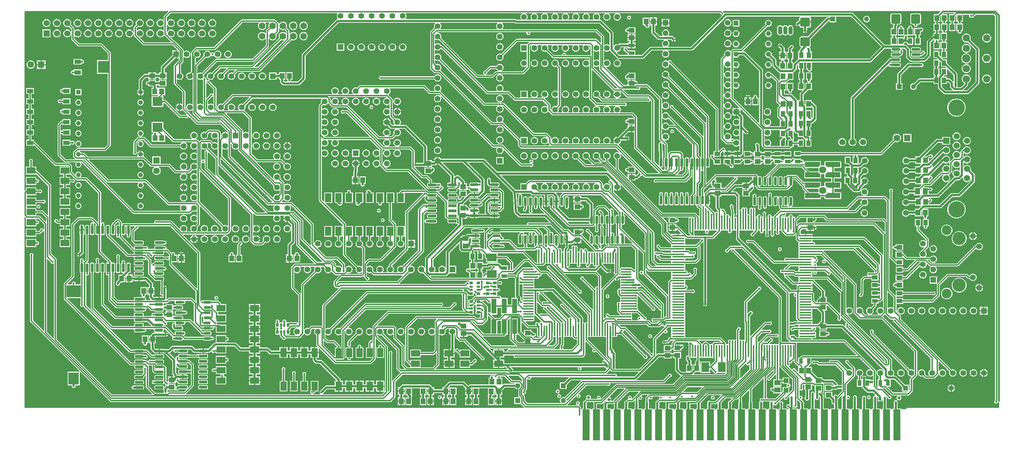
<source format=gtl>
G04*
G04 #@! TF.GenerationSoftware,Altium Limited,Altium Designer,22.11.1 (43)*
G04*
G04 Layer_Physical_Order=1*
G04 Layer_Color=255*
%FSLAX25Y25*%
%MOIN*%
G70*
G04*
G04 #@! TF.SameCoordinates,299E75B2-B623-434A-8C2F-8C8F7067A500*
G04*
G04*
G04 #@! TF.FilePolarity,Positive*
G04*
G01*
G75*
%ADD11C,0.01000*%
%ADD12C,0.01575*%
%ADD17C,0.01500*%
%ADD20C,0.01200*%
G04:AMPARAMS|DCode=22|XSize=98.43mil|YSize=15.75mil|CornerRadius=1.97mil|HoleSize=0mil|Usage=FLASHONLY|Rotation=180.000|XOffset=0mil|YOffset=0mil|HoleType=Round|Shape=RoundedRectangle|*
%AMROUNDEDRECTD22*
21,1,0.09843,0.01181,0,0,180.0*
21,1,0.09449,0.01575,0,0,180.0*
1,1,0.00394,-0.04724,0.00591*
1,1,0.00394,0.04724,0.00591*
1,1,0.00394,0.04724,-0.00591*
1,1,0.00394,-0.04724,-0.00591*
%
%ADD22ROUNDEDRECTD22*%
G04:AMPARAMS|DCode=23|XSize=98.43mil|YSize=15.75mil|CornerRadius=1.97mil|HoleSize=0mil|Usage=FLASHONLY|Rotation=90.000|XOffset=0mil|YOffset=0mil|HoleType=Round|Shape=RoundedRectangle|*
%AMROUNDEDRECTD23*
21,1,0.09843,0.01181,0,0,90.0*
21,1,0.09449,0.01575,0,0,90.0*
1,1,0.00394,0.00591,0.04724*
1,1,0.00394,0.00591,-0.04724*
1,1,0.00394,-0.00591,-0.04724*
1,1,0.00394,-0.00591,0.04724*
%
%ADD23ROUNDEDRECTD23*%
%ADD24R,0.04567X0.05787*%
%ADD25R,0.05118X0.05906*%
G04:AMPARAMS|DCode=26|XSize=77.56mil|YSize=23.62mil|CornerRadius=5.91mil|HoleSize=0mil|Usage=FLASHONLY|Rotation=0.000|XOffset=0mil|YOffset=0mil|HoleType=Round|Shape=RoundedRectangle|*
%AMROUNDEDRECTD26*
21,1,0.07756,0.01181,0,0,0.0*
21,1,0.06575,0.02362,0,0,0.0*
1,1,0.01181,0.03287,-0.00591*
1,1,0.01181,-0.03287,-0.00591*
1,1,0.01181,-0.03287,0.00591*
1,1,0.01181,0.03287,0.00591*
%
%ADD26ROUNDEDRECTD26*%
%ADD27R,0.07480X0.09449*%
G04:AMPARAMS|DCode=28|XSize=77.56mil|YSize=23.62mil|CornerRadius=2.95mil|HoleSize=0mil|Usage=FLASHONLY|Rotation=0.000|XOffset=0mil|YOffset=0mil|HoleType=Round|Shape=RoundedRectangle|*
%AMROUNDEDRECTD28*
21,1,0.07756,0.01772,0,0,0.0*
21,1,0.07165,0.02362,0,0,0.0*
1,1,0.00591,0.03583,-0.00886*
1,1,0.00591,-0.03583,-0.00886*
1,1,0.00591,-0.03583,0.00886*
1,1,0.00591,0.03583,0.00886*
%
%ADD28ROUNDEDRECTD28*%
%ADD29R,0.04528X0.05709*%
%ADD30R,0.05709X0.04528*%
G04:AMPARAMS|DCode=31|XSize=62.6mil|YSize=23.62mil|CornerRadius=1.77mil|HoleSize=0mil|Usage=FLASHONLY|Rotation=180.000|XOffset=0mil|YOffset=0mil|HoleType=Round|Shape=RoundedRectangle|*
%AMROUNDEDRECTD31*
21,1,0.06260,0.02008,0,0,180.0*
21,1,0.05906,0.02362,0,0,180.0*
1,1,0.00354,-0.02953,0.01004*
1,1,0.00354,0.02953,0.01004*
1,1,0.00354,0.02953,-0.01004*
1,1,0.00354,-0.02953,-0.01004*
%
%ADD31ROUNDEDRECTD31*%
%ADD32R,0.08504X0.05984*%
%ADD33R,0.05906X0.04331*%
%ADD34R,0.04095X0.05433*%
%ADD35R,0.03000X0.04000*%
G04:AMPARAMS|DCode=36|XSize=77.56mil|YSize=23.62mil|CornerRadius=2.95mil|HoleSize=0mil|Usage=FLASHONLY|Rotation=90.000|XOffset=0mil|YOffset=0mil|HoleType=Round|Shape=RoundedRectangle|*
%AMROUNDEDRECTD36*
21,1,0.07756,0.01772,0,0,90.0*
21,1,0.07165,0.02362,0,0,90.0*
1,1,0.00591,0.00886,0.03583*
1,1,0.00591,0.00886,-0.03583*
1,1,0.00591,-0.00886,-0.03583*
1,1,0.00591,-0.00886,0.03583*
%
%ADD36ROUNDEDRECTD36*%
%ADD37R,0.06299X0.03937*%
%ADD38R,0.09843X0.11811*%
%ADD39R,0.09449X0.07480*%
%ADD40R,0.09449X0.08661*%
G04:AMPARAMS|DCode=41|XSize=81.1mil|YSize=23.62mil|CornerRadius=2.95mil|HoleSize=0mil|Usage=FLASHONLY|Rotation=90.000|XOffset=0mil|YOffset=0mil|HoleType=Round|Shape=RoundedRectangle|*
%AMROUNDEDRECTD41*
21,1,0.08110,0.01772,0,0,90.0*
21,1,0.07520,0.02362,0,0,90.0*
1,1,0.00591,0.00886,0.03760*
1,1,0.00591,0.00886,-0.03760*
1,1,0.00591,-0.00886,-0.03760*
1,1,0.00591,-0.00886,0.03760*
%
%ADD41ROUNDEDRECTD41*%
G04:AMPARAMS|DCode=42|XSize=68.9mil|YSize=23.62mil|CornerRadius=2.95mil|HoleSize=0mil|Usage=FLASHONLY|Rotation=180.000|XOffset=0mil|YOffset=0mil|HoleType=Round|Shape=RoundedRectangle|*
%AMROUNDEDRECTD42*
21,1,0.06890,0.01772,0,0,180.0*
21,1,0.06299,0.02362,0,0,180.0*
1,1,0.00591,-0.03150,0.00886*
1,1,0.00591,0.03150,0.00886*
1,1,0.00591,0.03150,-0.00886*
1,1,0.00591,-0.03150,-0.00886*
%
%ADD42ROUNDEDRECTD42*%
G04:AMPARAMS|DCode=43|XSize=77.56mil|YSize=23.62mil|CornerRadius=5.91mil|HoleSize=0mil|Usage=FLASHONLY|Rotation=90.000|XOffset=0mil|YOffset=0mil|HoleType=Round|Shape=RoundedRectangle|*
%AMROUNDEDRECTD43*
21,1,0.07756,0.01181,0,0,90.0*
21,1,0.06575,0.02362,0,0,90.0*
1,1,0.01181,0.00591,0.03287*
1,1,0.01181,0.00591,-0.03287*
1,1,0.01181,-0.00591,-0.03287*
1,1,0.01181,-0.00591,0.03287*
%
%ADD43ROUNDEDRECTD43*%
%ADD44R,0.05984X0.08504*%
G04:AMPARAMS|DCode=45|XSize=36.61mil|YSize=26.77mil|CornerRadius=6.69mil|HoleSize=0mil|Usage=FLASHONLY|Rotation=0.000|XOffset=0mil|YOffset=0mil|HoleType=Round|Shape=RoundedRectangle|*
%AMROUNDEDRECTD45*
21,1,0.03661,0.01339,0,0,0.0*
21,1,0.02323,0.02677,0,0,0.0*
1,1,0.01339,0.01161,-0.00669*
1,1,0.01339,-0.01161,-0.00669*
1,1,0.01339,-0.01161,0.00669*
1,1,0.01339,0.01161,0.00669*
%
%ADD45ROUNDEDRECTD45*%
G04:AMPARAMS|DCode=46|XSize=36.61mil|YSize=18.9mil|CornerRadius=4.72mil|HoleSize=0mil|Usage=FLASHONLY|Rotation=180.000|XOffset=0mil|YOffset=0mil|HoleType=Round|Shape=RoundedRectangle|*
%AMROUNDEDRECTD46*
21,1,0.03661,0.00945,0,0,180.0*
21,1,0.02717,0.01890,0,0,180.0*
1,1,0.00945,-0.01358,0.00472*
1,1,0.00945,0.01358,0.00472*
1,1,0.00945,0.01358,-0.00472*
1,1,0.00945,-0.01358,-0.00472*
%
%ADD46ROUNDEDRECTD46*%
G04:AMPARAMS|DCode=47|XSize=36.61mil|YSize=26.77mil|CornerRadius=6.69mil|HoleSize=0mil|Usage=FLASHONLY|Rotation=270.000|XOffset=0mil|YOffset=0mil|HoleType=Round|Shape=RoundedRectangle|*
%AMROUNDEDRECTD47*
21,1,0.03661,0.01339,0,0,270.0*
21,1,0.02323,0.02677,0,0,270.0*
1,1,0.01339,-0.00669,-0.01161*
1,1,0.01339,-0.00669,0.01161*
1,1,0.01339,0.00669,0.01161*
1,1,0.01339,0.00669,-0.01161*
%
%ADD47ROUNDEDRECTD47*%
G04:AMPARAMS|DCode=48|XSize=36.61mil|YSize=18.9mil|CornerRadius=4.72mil|HoleSize=0mil|Usage=FLASHONLY|Rotation=270.000|XOffset=0mil|YOffset=0mil|HoleType=Round|Shape=RoundedRectangle|*
%AMROUNDEDRECTD48*
21,1,0.03661,0.00945,0,0,270.0*
21,1,0.02717,0.01890,0,0,270.0*
1,1,0.00945,-0.00472,-0.01358*
1,1,0.00945,-0.00472,0.01358*
1,1,0.00945,0.00472,0.01358*
1,1,0.00945,0.00472,-0.01358*
%
%ADD48ROUNDEDRECTD48*%
%ADD49R,0.05433X0.03780*%
%ADD50R,0.05433X0.04095*%
%ADD51R,0.05433X0.03622*%
%ADD52R,0.03622X0.05433*%
%ADD53R,0.05433X0.03976*%
%ADD54R,0.04528X0.04528*%
%ADD55R,0.05000X0.14488*%
%ADD56R,0.05787X0.04567*%
%ADD57R,0.04528X0.05787*%
G04:AMPARAMS|DCode=58|XSize=88.19mil|YSize=91.34mil|CornerRadius=11.02mil|HoleSize=0mil|Usage=FLASHONLY|Rotation=180.000|XOffset=0mil|YOffset=0mil|HoleType=Round|Shape=RoundedRectangle|*
%AMROUNDEDRECTD58*
21,1,0.08819,0.06929,0,0,180.0*
21,1,0.06614,0.09134,0,0,180.0*
1,1,0.02205,-0.03307,0.03465*
1,1,0.02205,0.03307,0.03465*
1,1,0.02205,0.03307,-0.03465*
1,1,0.02205,-0.03307,-0.03465*
%
%ADD58ROUNDEDRECTD58*%
G04:AMPARAMS|DCode=59|XSize=88.19mil|YSize=91.34mil|CornerRadius=11.02mil|HoleSize=0mil|Usage=FLASHONLY|Rotation=270.000|XOffset=0mil|YOffset=0mil|HoleType=Round|Shape=RoundedRectangle|*
%AMROUNDEDRECTD59*
21,1,0.08819,0.06929,0,0,270.0*
21,1,0.06614,0.09134,0,0,270.0*
1,1,0.02205,-0.03465,-0.03307*
1,1,0.02205,-0.03465,0.03307*
1,1,0.02205,0.03465,0.03307*
1,1,0.02205,0.03465,-0.03307*
%
%ADD59ROUNDEDRECTD59*%
%ADD60R,0.04921X0.05709*%
%ADD61R,0.06142X0.04882*%
%ADD62R,0.05787X0.04528*%
%ADD63R,0.14173X0.11811*%
%ADD64R,0.10236X0.11811*%
%ADD65R,0.11810X0.01380*%
%ADD66R,0.01380X0.11810*%
%ADD110C,0.08000*%
%ADD119R,0.05500X0.05500*%
%ADD120C,0.05500*%
%ADD123R,0.05500X0.05500*%
%ADD125C,0.06000*%
%ADD132C,0.07000*%
%ADD133C,0.07090*%
%ADD135C,0.05000*%
%ADD136R,0.05000X0.05000*%
%ADD147R,0.07000X0.30000*%
%ADD148C,0.02000*%
%ADD149C,0.01380*%
%ADD150C,0.15940*%
%ADD151R,0.06000X0.06000*%
%ADD152R,0.06000X0.06000*%
%ADD153C,0.04488*%
%ADD154R,0.04488X0.04488*%
%ADD155C,0.06811*%
%ADD156C,0.04913*%
%ADD157R,0.04913X0.04913*%
%ADD158O,0.04095X0.08189*%
%ADD159C,0.05504*%
%ADD160C,0.12795*%
%ADD161C,0.05543*%
%ADD162R,0.05543X0.05543*%
%ADD163C,0.09449*%
%ADD164C,0.06496*%
%ADD165C,0.06378*%
%ADD166R,0.06378X0.06378*%
%ADD167R,0.06378X0.06378*%
%ADD168R,0.04874X0.04874*%
%ADD169C,0.04874*%
%ADD170R,0.04724X0.04724*%
%ADD171C,0.04724*%
%ADD172C,0.02000*%
%ADD173C,0.01800*%
%ADD174C,0.03000*%
G36*
X551785Y382084D02*
X551313Y381811D01*
X550654Y381153D01*
X550189Y380346D01*
X549948Y379447D01*
Y378515D01*
X550189Y377615D01*
X550654Y376809D01*
X550780Y376683D01*
X550589Y376221D01*
X546381D01*
X546190Y376683D01*
X546316Y376809D01*
X546781Y377615D01*
X547022Y378515D01*
Y379447D01*
X546781Y380346D01*
X546316Y381153D01*
X545657Y381811D01*
X545185Y382084D01*
X545319Y382584D01*
X551651D01*
X551785Y382084D01*
D02*
G37*
G36*
X541785D02*
X541313Y381811D01*
X540654Y381153D01*
X540189Y380346D01*
X539948Y379447D01*
Y378515D01*
X540189Y377615D01*
X540654Y376809D01*
X540780Y376683D01*
X540589Y376221D01*
X536381D01*
X536190Y376683D01*
X536316Y376809D01*
X536781Y377615D01*
X537022Y378515D01*
Y379447D01*
X536781Y380346D01*
X536316Y381153D01*
X535657Y381811D01*
X535185Y382084D01*
X535319Y382584D01*
X541651D01*
X541785Y382084D01*
D02*
G37*
G36*
X531785D02*
X531313Y381811D01*
X530654Y381153D01*
X530189Y380346D01*
X529948Y379447D01*
Y378515D01*
X530189Y377615D01*
X530654Y376809D01*
X530780Y376683D01*
X530589Y376221D01*
X526381D01*
X526190Y376683D01*
X526316Y376809D01*
X526781Y377615D01*
X527022Y378515D01*
Y379447D01*
X526781Y380346D01*
X526316Y381153D01*
X525657Y381811D01*
X525185Y382084D01*
X525319Y382584D01*
X531651D01*
X531785Y382084D01*
D02*
G37*
G36*
X521785D02*
X521313Y381811D01*
X520654Y381153D01*
X520189Y380346D01*
X519948Y379447D01*
Y378515D01*
X520189Y377615D01*
X520654Y376809D01*
X520780Y376683D01*
X520589Y376221D01*
X516381D01*
X516190Y376683D01*
X516316Y376809D01*
X516781Y377615D01*
X517022Y378515D01*
Y379447D01*
X516781Y380346D01*
X516316Y381153D01*
X515657Y381811D01*
X515185Y382084D01*
X515319Y382584D01*
X521651D01*
X521785Y382084D01*
D02*
G37*
G36*
X511785D02*
X511313Y381811D01*
X510654Y381153D01*
X510189Y380346D01*
X509948Y379447D01*
Y378515D01*
X510189Y377615D01*
X510654Y376809D01*
X510780Y376683D01*
X510589Y376221D01*
X506381D01*
X506190Y376683D01*
X506316Y376809D01*
X506781Y377615D01*
X507022Y378515D01*
Y379447D01*
X506781Y380346D01*
X506316Y381153D01*
X505657Y381811D01*
X505185Y382084D01*
X505319Y382584D01*
X511651D01*
X511785Y382084D01*
D02*
G37*
G36*
X501785D02*
X501313Y381811D01*
X500654Y381153D01*
X500189Y380346D01*
X499948Y379447D01*
Y378515D01*
X500189Y377615D01*
X500654Y376809D01*
X500780Y376683D01*
X500589Y376221D01*
X496381D01*
X496190Y376683D01*
X496316Y376809D01*
X496781Y377615D01*
X497022Y378515D01*
Y379447D01*
X496781Y380346D01*
X496316Y381153D01*
X495657Y381811D01*
X495185Y382084D01*
X495319Y382584D01*
X501651D01*
X501785Y382084D01*
D02*
G37*
G36*
X491785D02*
X491313Y381811D01*
X490654Y381153D01*
X490189Y380346D01*
X489948Y379447D01*
Y378515D01*
X490189Y377615D01*
X490654Y376809D01*
X490780Y376683D01*
X490589Y376221D01*
X486381D01*
X486190Y376683D01*
X486316Y376809D01*
X486781Y377615D01*
X487022Y378515D01*
Y379447D01*
X486781Y380346D01*
X486316Y381153D01*
X485657Y381811D01*
X485185Y382084D01*
X485319Y382584D01*
X491651D01*
X491785Y382084D01*
D02*
G37*
G36*
X481785D02*
X481313Y381811D01*
X480654Y381153D01*
X480189Y380346D01*
X479948Y379447D01*
Y378515D01*
X480189Y377615D01*
X480654Y376809D01*
X480780Y376683D01*
X480589Y376221D01*
X476695D01*
X476529Y376387D01*
X475938Y376782D01*
X475240Y376921D01*
X475240Y376921D01*
X369271D01*
X369064Y377421D01*
X369281Y377639D01*
X369747Y378446D01*
X369988Y379345D01*
Y380277D01*
X369747Y381176D01*
X369281Y381983D01*
X369142Y382122D01*
X369334Y382584D01*
X481651D01*
X481785Y382084D01*
D02*
G37*
G36*
X140274Y384033D02*
X136240Y379999D01*
X135933Y379540D01*
X135826Y378999D01*
Y376047D01*
X135326Y375840D01*
X135045Y376121D01*
X134181Y376619D01*
X133218Y376877D01*
X132220D01*
X131257Y376619D01*
X130394Y376121D01*
X129688Y375416D01*
X129190Y374552D01*
X128932Y373589D01*
Y372591D01*
X129190Y371628D01*
X129688Y370765D01*
X130394Y370059D01*
X131257Y369561D01*
X132220Y369303D01*
X133218D01*
X134181Y369561D01*
X135045Y370059D01*
X135326Y370340D01*
X135826Y370133D01*
Y366047D01*
X135326Y365840D01*
X135045Y366121D01*
X134181Y366619D01*
X133218Y366878D01*
X132220D01*
X131257Y366619D01*
X130394Y366121D01*
X129688Y365416D01*
X129190Y364552D01*
X128932Y363589D01*
Y362592D01*
X129190Y361628D01*
X129688Y360765D01*
X130394Y360059D01*
X131257Y359561D01*
X132220Y359303D01*
X133218D01*
X134181Y359561D01*
X135045Y360059D01*
X135750Y360765D01*
X135890Y361007D01*
X136514Y361089D01*
X142678Y354926D01*
X142487Y354464D01*
X117141D01*
X112764Y358841D01*
X112955Y359303D01*
X113218D01*
X114181Y359561D01*
X115044Y360059D01*
X115750Y360765D01*
X116248Y361628D01*
X116506Y362592D01*
Y363589D01*
X116248Y364552D01*
X115750Y365416D01*
X115044Y366121D01*
X114181Y366619D01*
X113218Y366878D01*
X112220D01*
X111257Y366619D01*
X110394Y366121D01*
X110208Y365935D01*
X109746Y366127D01*
Y368117D01*
X111215Y369585D01*
X111257Y369561D01*
X112220Y369303D01*
X113218D01*
X114181Y369561D01*
X115044Y370059D01*
X115750Y370765D01*
X116248Y371628D01*
X116506Y372591D01*
Y373589D01*
X116248Y374552D01*
X115750Y375416D01*
X115044Y376121D01*
X114181Y376619D01*
X113218Y376877D01*
X112220D01*
X111257Y376619D01*
X110394Y376121D01*
X109688Y375416D01*
X109190Y374552D01*
X108932Y373589D01*
Y372591D01*
X109190Y371628D01*
X109214Y371586D01*
X107331Y369703D01*
X107025Y369244D01*
X106917Y368703D01*
Y363988D01*
X106417Y363922D01*
X106248Y364552D01*
X105750Y365416D01*
X105044Y366121D01*
X104181Y366619D01*
X103218Y366878D01*
X102220D01*
X101257Y366619D01*
X100393Y366121D01*
X99688Y365416D01*
X99190Y364552D01*
X98932Y363589D01*
Y362592D01*
X99190Y361628D01*
X99688Y360765D01*
X100393Y360059D01*
X101257Y359561D01*
X102220Y359303D01*
X103218D01*
X104181Y359561D01*
X105044Y360059D01*
X105750Y360765D01*
X106248Y361628D01*
X106417Y362258D01*
X106917Y362192D01*
Y361273D01*
X107025Y360731D01*
X107331Y360273D01*
X115555Y352049D01*
X116014Y351742D01*
X116555Y351635D01*
X144483D01*
X149038Y347080D01*
X148847Y346618D01*
X148289D01*
Y342868D01*
Y339118D01*
X150511D01*
Y337270D01*
X145954Y332713D01*
X145648Y332254D01*
X145540Y331713D01*
Y314874D01*
X145648Y314332D01*
X145954Y313873D01*
X153826Y306002D01*
Y294900D01*
X153326Y294743D01*
X152540Y295197D01*
X151592Y295451D01*
Y291703D01*
Y287954D01*
X152540Y288208D01*
X153395Y288702D01*
X153560Y288867D01*
X154203Y288803D01*
X154240Y288749D01*
X157802Y285186D01*
X157595Y284686D01*
X157585D01*
X156928Y284414D01*
X156827Y284313D01*
X151926D01*
X138080Y298160D01*
X137621Y298466D01*
X137079Y298574D01*
X135290D01*
Y302278D01*
X134711D01*
X134520Y302740D01*
X134716Y302936D01*
X134941Y303272D01*
X136964D01*
Y310555D01*
X130968D01*
X130468Y310555D01*
X129968Y310555D01*
X129042D01*
Y313052D01*
X129042Y313052D01*
X129097Y313119D01*
X131160D01*
Y311890D01*
X138444D01*
Y317992D01*
X131160D01*
Y316763D01*
X128382D01*
Y317992D01*
X121098D01*
Y316763D01*
X120386D01*
X120210Y316728D01*
X120030D01*
X119864Y316660D01*
X119688Y316625D01*
X119539Y316525D01*
X119373Y316456D01*
X119246Y316330D01*
X119097Y316230D01*
X118997Y316080D01*
X118870Y315954D01*
X118802Y315788D01*
X118702Y315638D01*
X118667Y315462D01*
X118598Y315297D01*
Y315117D01*
X118563Y314941D01*
X118598Y314765D01*
Y314585D01*
X118667Y314420D01*
X118702Y314244D01*
X118802Y314094D01*
X118870Y313929D01*
X118997Y313802D01*
X119097Y313652D01*
X119246Y313553D01*
X119373Y313426D01*
X119539Y313357D01*
X119688Y313257D01*
X119864Y313222D01*
X120030Y313154D01*
X120210D01*
X120386Y313119D01*
X121098D01*
Y311890D01*
X125397D01*
Y310555D01*
X123972D01*
Y303272D01*
X129968D01*
X130344Y303272D01*
X130610Y302831D01*
X130057Y302278D01*
X124267D01*
Y292041D01*
X135290D01*
Y295745D01*
X136494D01*
X150340Y281898D01*
X150799Y281592D01*
X151340Y281484D01*
X156827D01*
X156928Y281383D01*
X157585Y281111D01*
X158296D01*
X158953Y281383D01*
X159456Y281886D01*
X159728Y282543D01*
Y282554D01*
X160228Y282761D01*
X167590Y275398D01*
X168049Y275092D01*
X168590Y274984D01*
X190602D01*
X197774Y267813D01*
Y267288D01*
X197312Y267096D01*
X197223Y267185D01*
X196416Y267651D01*
X195517Y267892D01*
X194585D01*
X193685Y267651D01*
X192879Y267185D01*
X192220Y266527D01*
X191754Y265720D01*
X191513Y264820D01*
Y263889D01*
X191740Y263044D01*
X191167Y262471D01*
X190705Y262663D01*
Y266799D01*
X190597Y267340D01*
X190291Y267799D01*
X188591Y269499D01*
X188132Y269806D01*
X187590Y269913D01*
X179195D01*
X178654Y269806D01*
X178194Y269499D01*
X176361Y267666D01*
X175516Y267892D01*
X174585D01*
X173685Y267651D01*
X172879Y267185D01*
X172220Y266527D01*
X171755Y265720D01*
X171513Y264820D01*
Y263889D01*
X171755Y262989D01*
X172220Y262183D01*
X172879Y261524D01*
X173685Y261058D01*
X174585Y260817D01*
X175516D01*
X176416Y261058D01*
X177223Y261524D01*
X177881Y262183D01*
X178347Y262989D01*
X178588Y263889D01*
Y264820D01*
X178362Y265665D01*
X179781Y267084D01*
X182124D01*
X182316Y266622D01*
X182220Y266527D01*
X181755Y265720D01*
X181513Y264820D01*
Y263889D01*
X181755Y262989D01*
X182220Y262183D01*
X182879Y261524D01*
X183685Y261058D01*
X184585Y260817D01*
X185517D01*
X186416Y261058D01*
X187223Y261524D01*
X187414Y261715D01*
X187876Y261524D01*
Y257186D01*
X187414Y256994D01*
X187223Y257185D01*
X186416Y257651D01*
X185517Y257892D01*
X184585D01*
X183740Y257666D01*
X181907Y259499D01*
X181448Y259806D01*
X180907Y259913D01*
X172140D01*
X171599Y259806D01*
X171140Y259499D01*
X170190Y258549D01*
X168341Y260399D01*
X167882Y260706D01*
X167340Y260813D01*
X166992D01*
X166858Y261313D01*
X167223Y261524D01*
X167881Y262183D01*
X168347Y262989D01*
X168588Y263889D01*
Y264820D01*
X168347Y265720D01*
X167881Y266527D01*
X167223Y267185D01*
X166416Y267651D01*
X165516Y267892D01*
X164585D01*
X163685Y267651D01*
X162879Y267185D01*
X162220Y266527D01*
X161755Y265720D01*
X161513Y264820D01*
Y263889D01*
X161755Y262989D01*
X162220Y262183D01*
X162879Y261524D01*
X163244Y261313D01*
X163110Y260813D01*
X146126D01*
X135290Y271649D01*
Y277474D01*
X124267D01*
Y267238D01*
X125211D01*
X125303Y267174D01*
X125584Y266773D01*
X125516Y266607D01*
Y266427D01*
X125481Y266251D01*
Y265539D01*
X124055D01*
Y258255D01*
X137047D01*
Y265184D01*
X137547Y265391D01*
X144540Y258398D01*
X144999Y258092D01*
X145540Y257984D01*
X153262D01*
X153396Y257484D01*
X152879Y257185D01*
X152220Y256527D01*
X151783Y255769D01*
X124426D01*
X117696Y262499D01*
X117237Y262806D01*
X116696Y262913D01*
X114304D01*
X114238Y263413D01*
X114623Y263516D01*
X115314Y263915D01*
X115879Y264480D01*
X116278Y265171D01*
X116484Y265942D01*
Y266740D01*
X116278Y267511D01*
X115879Y268203D01*
X115314Y268767D01*
X114623Y269166D01*
X113852Y269373D01*
X113054D01*
X112283Y269166D01*
X111591Y268767D01*
X111027Y268203D01*
X110628Y267511D01*
X110421Y266740D01*
Y265942D01*
X110628Y265171D01*
X111027Y264480D01*
X111591Y263915D01*
X112283Y263516D01*
X112668Y263413D01*
X112602Y262913D01*
X111340D01*
X110799Y262806D01*
X110340Y262499D01*
X106953Y259111D01*
X106646Y258653D01*
X106538Y258111D01*
Y248756D01*
X106438Y248656D01*
X106165Y247999D01*
Y247288D01*
X106438Y246631D01*
X106940Y246128D01*
X107597Y245856D01*
X108308D01*
X108965Y246128D01*
X109468Y246631D01*
X109740Y247288D01*
Y247999D01*
X109468Y248656D01*
X109367Y248756D01*
Y257525D01*
X111926Y260084D01*
X116110D01*
X122840Y253354D01*
X123299Y253048D01*
X123840Y252940D01*
X151783D01*
X152220Y252183D01*
X152879Y251524D01*
X153685Y251058D01*
X154585Y250817D01*
X155517D01*
X156416Y251058D01*
X157223Y251524D01*
X157881Y252183D01*
X158347Y252989D01*
X158588Y253889D01*
Y254820D01*
X158347Y255720D01*
X157881Y256527D01*
X157223Y257185D01*
X156705Y257484D01*
X156839Y257984D01*
X163262D01*
X163396Y257484D01*
X162879Y257185D01*
X162220Y256527D01*
X161755Y255720D01*
X161513Y254820D01*
Y253889D01*
X161755Y252989D01*
X162220Y252183D01*
X162879Y251524D01*
X163685Y251058D01*
X164585Y250817D01*
X165516D01*
X166416Y251058D01*
X167223Y251524D01*
X167364Y251665D01*
X167826Y251474D01*
Y247236D01*
X167364Y247044D01*
X167223Y247185D01*
X166416Y247651D01*
X165516Y247892D01*
X164585D01*
X163685Y247651D01*
X162879Y247185D01*
X162220Y246527D01*
X161755Y245720D01*
X161513Y244820D01*
Y243889D01*
X161755Y242989D01*
X162220Y242183D01*
X162879Y241524D01*
X163685Y241058D01*
X164585Y240817D01*
X165516D01*
X166416Y241058D01*
X167223Y241524D01*
X167364Y241665D01*
X167826Y241474D01*
Y237236D01*
X167364Y237044D01*
X167223Y237185D01*
X166416Y237651D01*
X165516Y237892D01*
X164585D01*
X163685Y237651D01*
X162879Y237185D01*
X162220Y236527D01*
X161755Y235720D01*
X161513Y234820D01*
Y233889D01*
X161740Y233044D01*
X159509Y230813D01*
X156992D01*
X156858Y231313D01*
X157223Y231524D01*
X157881Y232183D01*
X158347Y232989D01*
X158588Y233889D01*
Y234820D01*
X158347Y235720D01*
X157881Y236527D01*
X157223Y237185D01*
X156416Y237651D01*
X155517Y237892D01*
X154585D01*
X153685Y237651D01*
X152879Y237185D01*
X152220Y236527D01*
X151754Y235720D01*
X151513Y234820D01*
Y233889D01*
X151754Y232989D01*
X152220Y232183D01*
X152879Y231524D01*
X153244Y231313D01*
X153110Y230813D01*
X147826D01*
X142041Y236599D01*
X141581Y236906D01*
X141040Y237013D01*
X132895D01*
Y244346D01*
X124943D01*
Y237013D01*
X124226D01*
X117541Y243699D01*
X117081Y244006D01*
X116540Y244113D01*
X116490D01*
X116201Y244613D01*
X116476Y245089D01*
X116677Y245841D01*
X110228D01*
X110430Y245089D01*
X110705Y244613D01*
X110416Y244113D01*
X62726D01*
X59498Y247341D01*
X59039Y247648D01*
X58498Y247756D01*
X56137D01*
X55879Y248203D01*
X55314Y248767D01*
X54623Y249166D01*
X54556Y249184D01*
X54622Y249684D01*
X79340D01*
X79882Y249792D01*
X80340Y250098D01*
X84241Y253998D01*
X84547Y254457D01*
X84655Y254999D01*
Y344299D01*
X84547Y344840D01*
X84241Y345299D01*
X76540Y352999D01*
X76082Y353306D01*
X75540Y353413D01*
X54326D01*
X49555Y358185D01*
Y360191D01*
X50055Y360398D01*
X50393Y360059D01*
X51257Y359561D01*
X52220Y359303D01*
X53218D01*
X54181Y359561D01*
X55045Y360059D01*
X55750Y360765D01*
X56248Y361628D01*
X56506Y362592D01*
Y363589D01*
X56248Y364552D01*
X55750Y365416D01*
X55045Y366121D01*
X54181Y366619D01*
X53218Y366878D01*
X52220D01*
X51257Y366619D01*
X50393Y366121D01*
X50055Y365782D01*
X49555Y365989D01*
Y367669D01*
X49447Y368210D01*
X49141Y368669D01*
X46224Y371586D01*
X46248Y371628D01*
X46506Y372591D01*
Y373589D01*
X46248Y374552D01*
X45750Y375416D01*
X45044Y376121D01*
X44181Y376619D01*
X43218Y376877D01*
X42220D01*
X41257Y376619D01*
X40393Y376121D01*
X39688Y375416D01*
X39190Y374552D01*
X38932Y373589D01*
Y372591D01*
X39190Y371628D01*
X39688Y370765D01*
X40393Y370059D01*
X41257Y369561D01*
X42220Y369303D01*
X43218D01*
X44181Y369561D01*
X44223Y369585D01*
X46726Y367083D01*
Y364837D01*
X46271Y364580D01*
X46226Y364591D01*
X45750Y365416D01*
X45044Y366121D01*
X44181Y366619D01*
X43218Y366878D01*
X42220D01*
X41257Y366619D01*
X40393Y366121D01*
X39688Y365416D01*
X39190Y364552D01*
X38932Y363589D01*
Y362592D01*
X39190Y361628D01*
X39688Y360765D01*
X40393Y360059D01*
X41257Y359561D01*
X42220Y359303D01*
X43218D01*
X44181Y359561D01*
X45044Y360059D01*
X45750Y360765D01*
X46226Y361589D01*
X46271Y361600D01*
X46726Y361343D01*
Y357599D01*
X46833Y357057D01*
X47140Y356598D01*
X52740Y350998D01*
X53199Y350692D01*
X53740Y350584D01*
X74954D01*
X81826Y343713D01*
Y337209D01*
X71583D01*
Y323824D01*
X81826D01*
Y255585D01*
X78754Y252513D01*
X52940D01*
X52399Y252406D01*
X51940Y252099D01*
X48740Y248899D01*
X48433Y248440D01*
X48326Y247899D01*
Y244399D01*
X48433Y243857D01*
X48740Y243398D01*
X50225Y241913D01*
X50018Y241413D01*
X41526D01*
X36255Y246685D01*
Y265472D01*
X36755Y265806D01*
X37085Y265669D01*
X37796D01*
X38133Y265444D01*
Y264504D01*
X45613D01*
Y270409D01*
X38133D01*
Y269469D01*
X37796Y269244D01*
X37085D01*
X36755Y269107D01*
X36255Y269441D01*
Y274213D01*
X37633Y275591D01*
X38133Y275384D01*
Y274504D01*
X45613D01*
Y280409D01*
X38133D01*
Y278871D01*
X37498D01*
X36957Y278763D01*
X36498Y278457D01*
X33840Y275799D01*
X33533Y275340D01*
X33426Y274799D01*
Y246099D01*
X33533Y245557D01*
X33840Y245098D01*
X39940Y238998D01*
X40399Y238692D01*
X40940Y238584D01*
X50765D01*
X50959Y238084D01*
X50628Y237511D01*
X50421Y236740D01*
Y235942D01*
X50628Y235171D01*
X51027Y234480D01*
X51591Y233915D01*
X52283Y233516D01*
X53054Y233310D01*
X53852D01*
X54623Y233516D01*
X55314Y233915D01*
X55879Y234480D01*
X56278Y235171D01*
X56484Y235942D01*
Y236740D01*
X56278Y237511D01*
X56071Y237870D01*
X56308Y238389D01*
X56606Y238432D01*
X105840Y189198D01*
X106299Y188892D01*
X106840Y188784D01*
X160895D01*
X161436Y188892D01*
X161895Y189198D01*
X163740Y191044D01*
X164585Y190817D01*
X165516D01*
X166416Y191058D01*
X167223Y191524D01*
X167364Y191665D01*
X167826Y191474D01*
Y187236D01*
X167364Y187044D01*
X167223Y187185D01*
X166416Y187651D01*
X165516Y187892D01*
X164585D01*
X163685Y187651D01*
X162879Y187185D01*
X162220Y186527D01*
X161755Y185720D01*
X161513Y184820D01*
Y183889D01*
X161755Y182989D01*
X162220Y182183D01*
X162879Y181524D01*
X163685Y181058D01*
X164585Y180817D01*
X165516D01*
X166416Y181058D01*
X167223Y181524D01*
X167364Y181665D01*
X167826Y181474D01*
Y179130D01*
X166361Y177666D01*
X165516Y177892D01*
X164585D01*
X163685Y177651D01*
X162879Y177185D01*
X162220Y176527D01*
X161755Y175720D01*
X161513Y174820D01*
Y173889D01*
X161755Y172989D01*
X162220Y172183D01*
X162328Y172075D01*
X162136Y171613D01*
X157965D01*
X157774Y172075D01*
X157881Y172183D01*
X158347Y172989D01*
X158588Y173889D01*
Y174820D01*
X158347Y175720D01*
X157881Y176527D01*
X157223Y177185D01*
X156416Y177651D01*
X155517Y177892D01*
X154585D01*
X153685Y177651D01*
X152879Y177185D01*
X152220Y176527D01*
X151754Y175720D01*
X151513Y174820D01*
Y174333D01*
X151013Y174126D01*
X143341Y181799D01*
X142882Y182106D01*
X142340Y182213D01*
X129653D01*
X129553Y182314D01*
X128896Y182586D01*
X128185D01*
X127528Y182314D01*
X127025Y181811D01*
X126753Y181154D01*
Y180443D01*
X126889Y180113D01*
X126555Y179613D01*
X96739D01*
X96198Y179506D01*
X96055Y179410D01*
X95555Y179677D01*
Y180399D01*
X95447Y180940D01*
X95140Y181399D01*
X93244Y183295D01*
X92785Y183602D01*
X92244Y183710D01*
X90935D01*
X90394Y183602D01*
X89935Y183295D01*
X85739Y179099D01*
X85432Y178640D01*
X85324Y178099D01*
Y177876D01*
X85073Y177708D01*
X84833Y177350D01*
X84749Y176927D01*
Y169408D01*
X84833Y168985D01*
X85073Y168627D01*
X85431Y168388D01*
X85853Y168304D01*
X87625D01*
X88047Y168388D01*
X88405Y168627D01*
X88645Y168985D01*
X88729Y169408D01*
Y176927D01*
X88645Y177350D01*
X88405Y177708D01*
X88400Y177760D01*
X91264Y180623D01*
X91915D01*
X92726Y179813D01*
Y178114D01*
X92625Y178031D01*
X90853D01*
X90431Y177947D01*
X90073Y177708D01*
X89833Y177350D01*
X89749Y176927D01*
Y169408D01*
X89833Y168985D01*
X90073Y168627D01*
X90197Y168544D01*
X89953Y167954D01*
Y167243D01*
X90225Y166586D01*
X90728Y166083D01*
X91385Y165811D01*
X92096D01*
X92333Y165910D01*
X92833Y165957D01*
X93140Y165498D01*
X106240Y152398D01*
X106699Y152092D01*
X107197Y151993D01*
X107156Y151786D01*
Y150014D01*
X107155Y150013D01*
X101826D01*
X83388Y168451D01*
X83405Y168627D01*
X83645Y168985D01*
X83729Y169408D01*
Y176927D01*
X83645Y177350D01*
X83405Y177708D01*
X83047Y177947D01*
X82625Y178031D01*
X80853D01*
X80431Y177947D01*
X80073Y177708D01*
X79833Y177350D01*
X79749Y176927D01*
Y169408D01*
X79833Y168985D01*
X80073Y168627D01*
X80324Y168459D01*
Y168100D01*
X80432Y167559D01*
X80739Y167100D01*
X100240Y147598D01*
X100699Y147292D01*
X101240Y147184D01*
X106841D01*
X107158Y146798D01*
X107156Y146786D01*
Y145014D01*
X107240Y144592D01*
X107479Y144234D01*
X107837Y143994D01*
X108259Y143910D01*
X115425D01*
X115847Y143994D01*
X116205Y144234D01*
X116289Y144358D01*
X116885Y144111D01*
X117596D01*
X118253Y144383D01*
X118755Y144886D01*
X118787Y144963D01*
X119278Y145061D01*
X120926Y143413D01*
Y130799D01*
X121033Y130257D01*
X121340Y129798D01*
X126239Y124900D01*
X126698Y124593D01*
X126732Y124586D01*
X126967Y124234D01*
X127325Y123994D01*
X127748Y123910D01*
X132626D01*
Y112812D01*
X132525Y112711D01*
X132253Y112054D01*
Y111343D01*
X132525Y110686D01*
X133028Y110183D01*
X133685Y109911D01*
X134396D01*
X134718Y109696D01*
Y108679D01*
X134475Y108479D01*
X131688D01*
Y106267D01*
X130688D01*
Y108479D01*
X127900D01*
X127280Y108356D01*
X126881Y108089D01*
X126348D01*
X125284Y109154D01*
Y110380D01*
X126725D01*
Y113735D01*
X123461D01*
X120198D01*
Y110380D01*
X121639D01*
Y108399D01*
X121639Y108399D01*
X121778Y107701D01*
X122173Y107110D01*
X123608Y105675D01*
X123416Y105213D01*
X119124D01*
X119019Y105317D01*
X118790Y105713D01*
X118796Y105746D01*
X118865Y105912D01*
Y106091D01*
X118900Y106267D01*
X118865Y106443D01*
Y106623D01*
X118796Y106788D01*
X118761Y106965D01*
X118661Y107114D01*
X118593Y107280D01*
X118466Y107406D01*
X118366Y107556D01*
X118217Y107656D01*
X118090Y107782D01*
X117924Y107851D01*
X117775Y107951D01*
X117653Y107975D01*
X117570Y108160D01*
X117538Y108347D01*
X117551Y108516D01*
X117663Y108592D01*
X117763Y108741D01*
X117890Y108868D01*
X117959Y109034D01*
X118059Y109183D01*
X118094Y109359D01*
X118162Y109525D01*
Y109704D01*
X118197Y109880D01*
Y110593D01*
X119426D01*
Y117876D01*
X113324D01*
Y110593D01*
X114552D01*
Y109880D01*
X114587Y109704D01*
Y109525D01*
X114656Y109359D01*
X114691Y109183D01*
X114791Y109034D01*
X114859Y108868D01*
X114965Y108763D01*
X114960Y108688D01*
X114747Y108263D01*
X108412D01*
X107874Y108156D01*
X107419Y107851D01*
X107114Y107395D01*
X107007Y106858D01*
Y105676D01*
X107022Y105600D01*
X106705Y105213D01*
X91925D01*
X88154Y108985D01*
Y131923D01*
X88405Y132092D01*
X88645Y132450D01*
X88729Y132872D01*
Y140392D01*
X88645Y140814D01*
X88405Y141173D01*
X88047Y141412D01*
X87625Y141496D01*
X85853D01*
X85355Y141906D01*
Y141999D01*
X85247Y142540D01*
X84940Y142999D01*
X75355Y152585D01*
Y167893D01*
X75853Y168304D01*
X77625D01*
X78047Y168388D01*
X78405Y168627D01*
X78645Y168985D01*
X78729Y169408D01*
Y176927D01*
X78645Y177350D01*
X78405Y177708D01*
X78295Y177782D01*
X78528Y178343D01*
Y179054D01*
X78255Y179711D01*
X77753Y180214D01*
X77096Y180486D01*
X76385D01*
X75855Y180267D01*
X75355Y180494D01*
Y209299D01*
X75247Y209840D01*
X74941Y210299D01*
X61754Y223486D01*
X61295Y223792D01*
X60753Y223900D01*
X56006D01*
X55799Y224400D01*
X55879Y224480D01*
X56278Y225171D01*
X56484Y225942D01*
Y226740D01*
X56278Y227511D01*
X55879Y228203D01*
X55314Y228767D01*
X54623Y229166D01*
X53852Y229373D01*
X53054D01*
X52283Y229166D01*
X51591Y228767D01*
X51027Y228203D01*
X50628Y227511D01*
X50460Y226886D01*
X49964Y226676D01*
X47055Y229585D01*
Y234799D01*
X46947Y235340D01*
X46641Y235799D01*
X44941Y237499D01*
X44482Y237806D01*
X43940Y237913D01*
X31926D01*
X11383Y258457D01*
X10924Y258763D01*
X10574Y258833D01*
Y260409D01*
X8248D01*
Y264504D01*
X10574D01*
Y270409D01*
X8248D01*
Y274504D01*
X10574D01*
Y280409D01*
X8248D01*
Y284504D01*
X10574D01*
Y290409D01*
X8248D01*
Y294504D01*
X10574D01*
Y300409D01*
X8248D01*
Y304504D01*
X10574D01*
Y310409D01*
X3093D01*
Y304504D01*
X5419D01*
Y300409D01*
X3093D01*
Y294504D01*
X5419D01*
Y290409D01*
X3093D01*
Y284504D01*
X5419D01*
Y280409D01*
X3093D01*
Y274504D01*
X5419D01*
Y270409D01*
X3093D01*
Y264504D01*
X5419D01*
Y260409D01*
X3093D01*
Y254504D01*
X10574D01*
Y254611D01*
X11036Y254803D01*
X30340Y235498D01*
X30799Y235192D01*
X31340Y235084D01*
X43246D01*
X43431Y234850D01*
X43202Y234350D01*
X35309D01*
Y226791D01*
X38934D01*
Y224350D01*
X35309D01*
Y216791D01*
X38934D01*
Y214350D01*
X35309D01*
Y206791D01*
X38934D01*
Y204350D01*
X35309D01*
Y196791D01*
X45388D01*
Y204350D01*
X41763D01*
Y206791D01*
X45388D01*
Y214350D01*
X41763D01*
Y216791D01*
X45388D01*
Y219156D01*
X47156D01*
X47178Y219133D01*
X47835Y218861D01*
X48546D01*
X49203Y219133D01*
X49705Y219636D01*
X49978Y220293D01*
Y221004D01*
X49705Y221661D01*
X49203Y222164D01*
X48546Y222436D01*
X47835D01*
X47178Y222164D01*
X46998Y221985D01*
X45388D01*
Y224350D01*
X41763D01*
Y226791D01*
X45388D01*
Y226790D01*
X45713Y226925D01*
X51153Y221485D01*
X51612Y221179D01*
X52153Y221071D01*
X60167D01*
X72526Y208713D01*
Y180767D01*
X72064Y180576D01*
X67541Y185099D01*
X67081Y185406D01*
X66540Y185513D01*
X53740D01*
X53199Y185406D01*
X52740Y185099D01*
X47140Y179499D01*
X46833Y179040D01*
X46726Y178499D01*
Y128985D01*
X39840Y122099D01*
X39533Y121640D01*
X39426Y121099D01*
Y106799D01*
X39533Y106257D01*
X39840Y105798D01*
X102940Y42698D01*
X103399Y42392D01*
X103940Y42284D01*
X107167D01*
X107387Y42015D01*
Y40244D01*
X107471Y39821D01*
X107710Y39463D01*
X108069Y39224D01*
X108491Y39140D01*
X115656D01*
X116123Y38723D01*
Y38524D01*
X115758Y38099D01*
X115656Y38119D01*
X108491D01*
X108069Y38035D01*
X107710Y37796D01*
X107471Y37438D01*
X107387Y37016D01*
Y35244D01*
X107471Y34821D01*
X107710Y34463D01*
X108069Y34224D01*
X108491Y34140D01*
X115073D01*
X115280Y33640D01*
X114760Y33119D01*
X108491D01*
X108069Y33035D01*
X107710Y32796D01*
X107471Y32438D01*
X107387Y32015D01*
Y30244D01*
X107471Y29821D01*
X107710Y29463D01*
X108069Y29224D01*
X108491Y29140D01*
X115656D01*
X116079Y29224D01*
X116437Y29463D01*
X116676Y29821D01*
X116760Y30244D01*
Y31119D01*
X118133Y32492D01*
X118595Y32301D01*
Y21629D01*
X118703Y21088D01*
X119010Y20629D01*
X124963Y14675D01*
X124772Y14213D01*
X85717D01*
X32455Y67476D01*
Y144499D01*
X32347Y145040D01*
X32041Y145499D01*
X27055Y150485D01*
Y216199D01*
X26947Y216740D01*
X26640Y217199D01*
X12868Y230971D01*
Y234350D01*
X9095D01*
Y238847D01*
X9195Y238948D01*
X9467Y239604D01*
Y240316D01*
X9195Y240972D01*
X8692Y241475D01*
X8036Y241747D01*
X7324D01*
X6667Y241475D01*
X6165Y240972D01*
X5893Y240316D01*
Y239604D01*
X6165Y238948D01*
X6265Y238847D01*
Y234350D01*
X2790D01*
Y226791D01*
X12868D01*
X12868Y226790D01*
Y226790D01*
X13273Y226566D01*
X24226Y215613D01*
Y187539D01*
X23764Y187347D01*
X19541Y191570D01*
X19082Y191877D01*
X18540Y191985D01*
X12868D01*
Y194350D01*
X3655D01*
Y196791D01*
X12868D01*
Y199155D01*
X18727D01*
X18828Y199055D01*
X19485Y198783D01*
X20196D01*
X20853Y199055D01*
X21355Y199558D01*
X21628Y200215D01*
Y200926D01*
X21355Y201583D01*
X20853Y202085D01*
X20196Y202358D01*
X19485D01*
X18828Y202085D01*
X18727Y201985D01*
X12868D01*
Y204350D01*
X3655D01*
Y206791D01*
X12868D01*
Y209156D01*
X15627D01*
X15728Y209055D01*
X16385Y208783D01*
X17096D01*
X17753Y209055D01*
X18256Y209558D01*
X18528Y210214D01*
Y210926D01*
X18256Y211583D01*
X17753Y212085D01*
X17096Y212357D01*
X16385D01*
X15728Y212085D01*
X15627Y211985D01*
X12868D01*
Y214350D01*
X2790D01*
Y211871D01*
X2340Y211570D01*
X1775Y211005D01*
X1313Y211196D01*
Y383658D01*
X1313Y384120D01*
X1688Y384439D01*
X1777Y384495D01*
X1916Y384495D01*
X140083D01*
X140274Y384033D01*
D02*
G37*
G36*
X673342Y382044D02*
Y382022D01*
X673598Y381402D01*
X674073Y380927D01*
X674505Y380748D01*
X674672Y380208D01*
X644585Y350121D01*
X622730D01*
X622523Y350621D01*
X623000Y351098D01*
X623465Y351905D01*
X623706Y352804D01*
Y353736D01*
X623465Y354636D01*
X623000Y355442D01*
X622341Y356101D01*
X621864Y356376D01*
X621998Y356876D01*
X625585D01*
X626067Y356395D01*
X626245Y355966D01*
X626807Y355403D01*
X627440Y355141D01*
Y357099D01*
X627940D01*
Y357599D01*
X629898D01*
X629636Y358232D01*
X629073Y358794D01*
X628644Y358972D01*
X627629Y359987D01*
X627038Y360382D01*
X626340Y360521D01*
X626340Y360521D01*
X623076D01*
X622885Y360983D01*
X623000Y361098D01*
X623465Y361905D01*
X623706Y362804D01*
Y363736D01*
X623465Y364635D01*
X623000Y365442D01*
X622341Y366101D01*
X621534Y366566D01*
X620635Y366808D01*
X619703D01*
X618804Y366566D01*
X617997Y366101D01*
X617338Y365442D01*
X616873Y364635D01*
X616632Y363736D01*
Y362804D01*
X616873Y361905D01*
X617338Y361098D01*
X617453Y360983D01*
X617262Y360521D01*
X614495D01*
X610205Y364811D01*
Y370776D01*
X611646D01*
Y374130D01*
X608383D01*
X605119D01*
Y371376D01*
X604780Y371027D01*
X604639Y371010D01*
X604550Y371020D01*
X604542Y371029D01*
X604480Y371122D01*
X604411Y371288D01*
X604347Y371352D01*
Y378272D01*
X598244D01*
Y370988D01*
X599579D01*
X599612Y370823D01*
X600007Y370232D01*
X601252Y368987D01*
X601843Y368592D01*
X602540Y368453D01*
X602540Y368453D01*
X602896D01*
X603072Y368488D01*
X603251D01*
X603417Y368557D01*
X603593Y368592D01*
X603742Y368692D01*
X603908Y368760D01*
X604035Y368887D01*
X604184Y368987D01*
X604284Y369136D01*
X604411Y369263D01*
X604480Y369429D01*
X604579Y369578D01*
X604614Y369754D01*
X604683Y369920D01*
X604683Y369920D01*
X604708Y370225D01*
X604718Y370276D01*
X604714Y370297D01*
X604879Y370611D01*
X605041Y370741D01*
X605046Y370745D01*
X605145Y370776D01*
X605500Y370776D01*
X606560D01*
Y364056D01*
X606560Y364056D01*
X606699Y363359D01*
X607094Y362768D01*
X612452Y357410D01*
X612452Y357410D01*
X613043Y357015D01*
X613740Y356876D01*
X618340D01*
X618474Y356376D01*
X617997Y356101D01*
X617338Y355442D01*
X616873Y354636D01*
X616632Y353736D01*
Y352804D01*
X616873Y351905D01*
X617338Y351098D01*
X617815Y350621D01*
X617608Y350121D01*
X606040D01*
X606040Y350121D01*
X605343Y349982D01*
X604752Y349587D01*
X604751Y349587D01*
X597385Y342221D01*
X590822D01*
Y346538D01*
X584358D01*
X583140Y347756D01*
Y347899D01*
X582868Y348556D01*
X582365Y349058D01*
X582176Y349137D01*
X582275Y349637D01*
X583601D01*
Y348648D01*
X586818D01*
Y351459D01*
X587318D01*
Y351959D01*
X591034D01*
Y354270D01*
X589140D01*
Y355648D01*
X591172D01*
Y358412D01*
X587318D01*
X583463D01*
Y355648D01*
X585495D01*
Y354270D01*
X583601D01*
Y353282D01*
X575963D01*
X575963Y353282D01*
X575266Y353143D01*
X574675Y352748D01*
X574675Y352748D01*
X574514Y352587D01*
X573985Y352729D01*
Y349481D01*
X577240D01*
X577359Y349637D01*
X580430D01*
X580530Y349137D01*
X580340Y349058D01*
X579838Y348556D01*
X579565Y347899D01*
Y347188D01*
X579838Y346531D01*
X580340Y346028D01*
X580997Y345756D01*
X581140D01*
X582800Y344095D01*
X583259Y343789D01*
X583800Y343681D01*
X583814D01*
Y342221D01*
X575595D01*
X573085Y344731D01*
X573292Y345231D01*
X573979D01*
X574932Y345486D01*
X575788Y345980D01*
X576486Y346678D01*
X576979Y347533D01*
X577233Y348481D01*
X573485D01*
Y348981D01*
X572985D01*
Y352729D01*
X572038Y352475D01*
X571182Y351982D01*
X570484Y351283D01*
X570363Y351073D01*
X569863Y351207D01*
Y363499D01*
X569863Y363499D01*
X569724Y364196D01*
X569329Y364787D01*
X569329Y364787D01*
X558429Y375687D01*
X557838Y376082D01*
X557140Y376221D01*
X557140Y376221D01*
X556381D01*
X556190Y376683D01*
X556316Y376809D01*
X556781Y377615D01*
X557022Y378515D01*
Y379447D01*
X556781Y380346D01*
X556316Y381153D01*
X555657Y381811D01*
X555185Y382084D01*
X555319Y382584D01*
X561651D01*
X561785Y382084D01*
X561313Y381811D01*
X560654Y381153D01*
X560189Y380346D01*
X559948Y379447D01*
Y378515D01*
X560189Y377615D01*
X560654Y376809D01*
X561313Y376150D01*
X562120Y375684D01*
X563019Y375444D01*
X563951D01*
X564850Y375684D01*
X565657Y376150D01*
X566316Y376809D01*
X566781Y377615D01*
X567022Y378515D01*
Y379447D01*
X566781Y380346D01*
X566316Y381153D01*
X565657Y381811D01*
X565185Y382084D01*
X565319Y382584D01*
X571651D01*
X571785Y382084D01*
X571313Y381811D01*
X570654Y381153D01*
X570189Y380346D01*
X569948Y379447D01*
Y378515D01*
X570189Y377615D01*
X570654Y376809D01*
X571313Y376150D01*
X572120Y375684D01*
X573019Y375444D01*
X573951D01*
X574850Y375684D01*
X575657Y376150D01*
X576316Y376809D01*
X576781Y377615D01*
X577022Y378515D01*
Y379447D01*
X576781Y380346D01*
X576316Y381153D01*
X575657Y381811D01*
X575185Y382084D01*
X575319Y382584D01*
X672802D01*
X673342Y382044D01*
D02*
G37*
G36*
X828322Y350140D02*
X816817Y338635D01*
X761306D01*
Y345603D01*
X760142D01*
Y347790D01*
X760142Y347790D01*
X760004Y348487D01*
X759609Y349079D01*
X759609Y349079D01*
X759298Y349390D01*
X759280Y349732D01*
X759321Y349949D01*
X759349Y349995D01*
X759709Y350236D01*
X760127Y350861D01*
X760274Y351598D01*
Y357719D01*
X777606Y375052D01*
X778338D01*
Y373650D01*
X784787D01*
Y379376D01*
X799085D01*
X828322Y350140D01*
D02*
G37*
G36*
X457889Y372776D02*
X457346Y372233D01*
X456880Y371426D01*
X456639Y370527D01*
Y369595D01*
X456880Y368695D01*
X457346Y367889D01*
X457621Y367613D01*
X457414Y367113D01*
X402938D01*
X402731Y367613D01*
X403007Y367889D01*
X403473Y368695D01*
X403714Y369595D01*
Y370527D01*
X403473Y371426D01*
X403007Y372233D01*
X402463Y372776D01*
X402626Y373276D01*
X457726D01*
X457889Y372776D01*
D02*
G37*
G36*
X237909Y373184D02*
X237600Y372875D01*
X237069Y371955D01*
X236794Y370929D01*
Y369866D01*
X237069Y368840D01*
X237143Y368712D01*
X234740Y366309D01*
X234433Y365850D01*
X234326Y365309D01*
Y363315D01*
X233826Y363108D01*
X233307Y363627D01*
X232387Y364158D01*
X231360Y364433D01*
X230298D01*
X229271Y364158D01*
X228351Y363627D01*
X227600Y362875D01*
X227069Y361955D01*
X226794Y360929D01*
Y359866D01*
X227069Y358840D01*
X227600Y357920D01*
X228351Y357168D01*
X229271Y356637D01*
X230298Y356362D01*
X231360D01*
X232387Y356637D01*
X233307Y357168D01*
X233826Y357687D01*
X234326Y357480D01*
Y351285D01*
X221554Y338513D01*
X186488D01*
X185947Y338406D01*
X185488Y338099D01*
X172403Y325013D01*
X171558Y325240D01*
X170626D01*
X169727Y324999D01*
X168920Y324533D01*
X168755Y324368D01*
X168255Y324575D01*
Y331333D01*
X176478Y339557D01*
X177323Y339330D01*
X178254D01*
X179154Y339571D01*
X179961Y340037D01*
X180619Y340696D01*
X181054Y341449D01*
X181199Y341520D01*
X181625Y341586D01*
X181828Y341383D01*
X182485Y341111D01*
X183196D01*
X183853Y341383D01*
X183974Y341505D01*
X184172Y341504D01*
X184561Y341384D01*
X184958Y340696D01*
X185617Y340037D01*
X186423Y339571D01*
X187323Y339330D01*
X188254D01*
X189154Y339571D01*
X189961Y340037D01*
X190619Y340696D01*
X191085Y341502D01*
X191326Y342402D01*
Y343333D01*
X191085Y344233D01*
X190619Y345040D01*
X189961Y345698D01*
X189154Y346164D01*
X188254Y346405D01*
X187323D01*
X186423Y346164D01*
X185617Y345698D01*
X184958Y345040D01*
X184583Y344391D01*
X184127Y344267D01*
X183987Y344280D01*
X183853Y344414D01*
X183196Y344686D01*
X182485D01*
X181828Y344414D01*
X181612Y344198D01*
X181363Y344215D01*
X181032Y344325D01*
X180619Y345040D01*
X179961Y345698D01*
X179154Y346164D01*
X178254Y346405D01*
X177323D01*
X176423Y346164D01*
X175617Y345698D01*
X174958Y345040D01*
X174492Y344233D01*
X174251Y343333D01*
Y342402D01*
X174478Y341557D01*
X167117Y334196D01*
X166655Y334388D01*
Y339099D01*
X167051Y339403D01*
X167323Y339330D01*
X168254D01*
X169154Y339571D01*
X169961Y340037D01*
X170619Y340696D01*
X171085Y341502D01*
X171326Y342402D01*
Y343333D01*
X171085Y344233D01*
X170619Y345040D01*
X169961Y345698D01*
X169154Y346164D01*
X168585Y346316D01*
X168364Y346885D01*
X168430Y346984D01*
X184840D01*
X185381Y347092D01*
X185840Y347398D01*
X212126Y373684D01*
X227701D01*
X227909Y373184D01*
X227600Y372875D01*
X227069Y371955D01*
X226794Y370929D01*
Y369866D01*
X227069Y368840D01*
X227600Y367920D01*
X228351Y367168D01*
X229271Y366637D01*
X230298Y366362D01*
X231360D01*
X232387Y366637D01*
X233307Y367168D01*
X234058Y367920D01*
X234589Y368840D01*
X234864Y369866D01*
Y370929D01*
X234589Y371955D01*
X234058Y372875D01*
X233749Y373184D01*
X233956Y373684D01*
X237702D01*
X237909Y373184D01*
D02*
G37*
G36*
X303365Y382348D02*
X303433Y382084D01*
X302956Y381258D01*
X302702Y380311D01*
X306451D01*
Y379311D01*
X302702D01*
X302956Y378363D01*
X303450Y377508D01*
X303579Y377379D01*
X303415Y376836D01*
X303143Y376782D01*
X302552Y376387D01*
X302552Y376387D01*
X269551Y343387D01*
X269157Y342796D01*
X269018Y342099D01*
X269018Y342099D01*
Y320354D01*
X265185Y316521D01*
X259191D01*
X259101Y316584D01*
X258874Y316900D01*
X258832Y317021D01*
X258884Y317148D01*
Y317327D01*
X258919Y317503D01*
Y318216D01*
X260148D01*
Y325500D01*
X254046D01*
Y318216D01*
X255274D01*
Y317503D01*
X255309Y317327D01*
Y317148D01*
X255362Y317021D01*
X255319Y316900D01*
X255093Y316584D01*
X255002Y316521D01*
X252465D01*
X251832Y317154D01*
Y318216D01*
X253061D01*
Y325500D01*
X246959D01*
Y323680D01*
X245596D01*
X245596Y323680D01*
X245129Y323588D01*
X244676Y323887D01*
X244629Y323959D01*
Y325240D01*
X237555D01*
Y318165D01*
X244629D01*
Y319880D01*
X245440D01*
X245440Y319880D01*
X246138Y320019D01*
X246163Y320036D01*
X246959D01*
Y318216D01*
X248188D01*
Y316399D01*
X248188Y316399D01*
X248326Y315701D01*
X248721Y315110D01*
X250421Y313410D01*
X250421Y313410D01*
X251013Y313015D01*
X251710Y312876D01*
X265940D01*
X265940Y312876D01*
X266638Y313015D01*
X267229Y313410D01*
X272129Y318310D01*
X272129Y318310D01*
X272524Y318901D01*
X272663Y319599D01*
X272663Y319599D01*
Y341344D01*
X304595Y373276D01*
X397726D01*
X397889Y372776D01*
X397346Y372233D01*
X396880Y371426D01*
X396639Y370527D01*
Y369595D01*
X396865Y368750D01*
X393489Y365374D01*
X393182Y364915D01*
X393074Y364373D01*
Y329050D01*
X393182Y328509D01*
X393489Y328050D01*
X396640Y324898D01*
X397099Y324592D01*
X397640Y324484D01*
X401954D01*
X451540Y274898D01*
X451999Y274592D01*
X452540Y274484D01*
X462054D01*
X477926Y258613D01*
Y254799D01*
X478033Y254257D01*
X478340Y253798D01*
X479940Y252198D01*
X480399Y251892D01*
X480940Y251784D01*
X571962D01*
X575647Y248099D01*
X575340Y247699D01*
X574850Y247982D01*
X573950Y248223D01*
X573019D01*
X572119Y247982D01*
X571313Y247516D01*
X570654Y246858D01*
X570189Y246051D01*
X569947Y245151D01*
Y244220D01*
X570189Y243320D01*
X570654Y242513D01*
X571313Y241855D01*
X572070Y241418D01*
Y233363D01*
X571608Y233172D01*
X564899Y239880D01*
Y241418D01*
X565657Y241855D01*
X566315Y242513D01*
X566781Y243320D01*
X567022Y244220D01*
Y245151D01*
X566781Y246051D01*
X566315Y246858D01*
X565657Y247516D01*
X564850Y247982D01*
X563950Y248223D01*
X563019D01*
X562119Y247982D01*
X561313Y247516D01*
X560654Y246858D01*
X560188Y246051D01*
X559947Y245151D01*
Y244220D01*
X560188Y243320D01*
X560654Y242513D01*
X561313Y241855D01*
X562070Y241418D01*
Y239802D01*
X560369D01*
X556796Y243375D01*
X557022Y244220D01*
Y245151D01*
X556781Y246051D01*
X556315Y246858D01*
X555657Y247516D01*
X554850Y247982D01*
X553951Y248223D01*
X553019D01*
X552119Y247982D01*
X551313Y247516D01*
X550654Y246858D01*
X550188Y246051D01*
X549947Y245151D01*
Y244220D01*
X550188Y243320D01*
X550654Y242513D01*
X551313Y241855D01*
X552119Y241389D01*
X553019Y241148D01*
X553951D01*
X554795Y241374D01*
X557456Y238714D01*
X557265Y238252D01*
X551919D01*
X546796Y243375D01*
X547022Y244220D01*
Y245151D01*
X546781Y246051D01*
X546315Y246858D01*
X545657Y247516D01*
X544850Y247982D01*
X543951Y248223D01*
X543019D01*
X542119Y247982D01*
X541313Y247516D01*
X540654Y246858D01*
X540189Y246051D01*
X539947Y245151D01*
Y244220D01*
X540189Y243320D01*
X540654Y242513D01*
X541313Y241855D01*
X542119Y241389D01*
X543019Y241148D01*
X543951D01*
X544795Y241374D01*
X549006Y237164D01*
X548815Y236702D01*
X543469D01*
X536796Y243375D01*
X537022Y244220D01*
Y245151D01*
X536781Y246051D01*
X536315Y246858D01*
X535657Y247516D01*
X534850Y247982D01*
X533951Y248223D01*
X533019D01*
X532119Y247982D01*
X531313Y247516D01*
X530654Y246858D01*
X530189Y246051D01*
X529947Y245151D01*
Y244220D01*
X530189Y243320D01*
X530654Y242513D01*
X531313Y241855D01*
X532119Y241389D01*
X533019Y241148D01*
X533951D01*
X534795Y241374D01*
X541883Y234287D01*
X542342Y233980D01*
X542883Y233873D01*
X560330D01*
X564254Y229949D01*
X564008Y229488D01*
X563840Y229521D01*
X563840Y229521D01*
X457685D01*
X445857Y241350D01*
X445265Y241745D01*
X444568Y241883D01*
X444568Y241883D01*
X425278D01*
X425278Y241883D01*
X425278Y241883D01*
X403454D01*
X403177Y242363D01*
X402479Y243062D01*
X401624Y243555D01*
X400676Y243809D01*
Y240061D01*
Y236313D01*
X401205Y236454D01*
X412518Y225142D01*
Y218982D01*
X410741D01*
X410235Y218881D01*
X409807Y218595D01*
X409521Y218167D01*
X409420Y217661D01*
Y217276D01*
X414323D01*
Y216775D01*
X414823D01*
Y214569D01*
X417160D01*
X417351Y214107D01*
X417009Y213765D01*
X410741D01*
X410318Y213681D01*
X409960Y213442D01*
X409721Y213084D01*
X409637Y212661D01*
Y210890D01*
X409721Y210467D01*
X409960Y210109D01*
X410318Y209870D01*
X410741Y209786D01*
X417906D01*
X418329Y209870D01*
X418687Y210109D01*
X418926Y210467D01*
X419010Y210890D01*
Y211765D01*
X420430Y213185D01*
X420892Y212993D01*
Y211749D01*
X424246D01*
Y215013D01*
X425246D01*
Y211749D01*
X428601D01*
Y212003D01*
X429101Y212211D01*
X429228Y212083D01*
X429885Y211811D01*
X430596D01*
X430887Y211391D01*
Y211382D01*
X430994Y210844D01*
X431298Y210388D01*
X431754Y210084D01*
X432292Y209977D01*
X438866D01*
X439404Y210084D01*
X439817Y210360D01*
X440136Y209971D01*
X439269Y209105D01*
X438866Y209185D01*
X436079D01*
Y206973D01*
Y204760D01*
X438866D01*
X439487Y204884D01*
X439958Y205199D01*
X440411Y205289D01*
X441003Y205684D01*
X444829Y209510D01*
X444829Y209510D01*
X445224Y210101D01*
X445363Y210799D01*
Y221799D01*
X445363Y221799D01*
X445224Y222496D01*
X444829Y223087D01*
X444829Y223087D01*
X430140Y237776D01*
X430331Y238239D01*
X443813D01*
X455642Y226410D01*
X455642Y226410D01*
X472754Y209298D01*
X473921Y190486D01*
X473998Y190196D01*
X474056Y189901D01*
X474088Y189854D01*
X474103Y189798D01*
X474285Y189560D01*
X474452Y189310D01*
X478052Y185710D01*
X478052Y185710D01*
X478643Y185315D01*
X479340Y185176D01*
X479340Y185176D01*
X503373D01*
X507875Y180675D01*
X507683Y180213D01*
X489453D01*
X489353Y180314D01*
X488696Y180586D01*
X487985D01*
X487328Y180314D01*
X486825Y179811D01*
X486553Y179154D01*
Y178443D01*
X486332Y178113D01*
X426040D01*
X425499Y178006D01*
X425040Y177699D01*
X424419Y177078D01*
X424319Y177095D01*
X423926Y177663D01*
X423963Y177846D01*
X423963Y177846D01*
Y182960D01*
X423963Y182960D01*
X423847Y183543D01*
X424122Y184043D01*
X424246D01*
Y187307D01*
X425246D01*
Y184043D01*
X428600D01*
Y185485D01*
X429284D01*
X429577Y185289D01*
X430275Y185150D01*
X430275Y185150D01*
X431272D01*
X431671Y184884D01*
X432292Y184760D01*
X435079D01*
Y186972D01*
X436079D01*
Y184760D01*
X438866D01*
X439487Y184884D01*
X439886Y185150D01*
X450760D01*
X451159Y184884D01*
X451780Y184760D01*
X454567D01*
Y186972D01*
X455067D01*
D01*
X454567D01*
Y189185D01*
X451780D01*
X451159Y189061D01*
X451081Y189009D01*
X449331Y190759D01*
Y198186D01*
X451081Y199936D01*
X451159Y199884D01*
X451780Y199760D01*
X454567D01*
Y201973D01*
Y204185D01*
X451780D01*
X451159Y204061D01*
X450760Y203795D01*
X450540D01*
X449843Y203656D01*
X449252Y203261D01*
X449252Y203261D01*
X446220Y200230D01*
X445825Y199639D01*
X445687Y198941D01*
X445687Y198941D01*
Y190004D01*
X445687Y190004D01*
X445825Y189306D01*
X445872Y189236D01*
X445637Y188795D01*
X439886D01*
X439487Y189061D01*
X438866Y189185D01*
X437401D01*
Y189760D01*
X438866D01*
X439487Y189884D01*
X440013Y190235D01*
X440365Y190761D01*
X440488Y191382D01*
Y191472D01*
X435579D01*
Y191972D01*
X435079D01*
Y194185D01*
X432292D01*
X431671Y194061D01*
X431350Y193847D01*
X430812Y194028D01*
X430803Y194037D01*
X430784Y194131D01*
X430389Y194722D01*
X430389Y194722D01*
X429429Y195682D01*
X428838Y196077D01*
X428388Y196167D01*
Y197445D01*
X425081D01*
X424890Y197945D01*
X431803Y204857D01*
X432292Y204760D01*
X435079D01*
Y206973D01*
Y209185D01*
X432292D01*
X431671Y209061D01*
X431244Y208776D01*
X430643Y208656D01*
X430052Y208261D01*
X430052Y208261D01*
X428850Y207060D01*
X428388Y207251D01*
Y210977D01*
X421104D01*
Y207452D01*
X419991Y206339D01*
X419596Y205748D01*
X419458Y205050D01*
X419458Y205050D01*
Y204167D01*
X419493Y203991D01*
Y203812D01*
X419561Y203646D01*
X419596Y203470D01*
X419696Y203321D01*
X419765Y203155D01*
X419892Y203028D01*
X419991Y202879D01*
X420141Y202779D01*
X420267Y202652D01*
X420433Y202583D01*
X420583Y202484D01*
X420759Y202449D01*
X420925Y202380D01*
X421104D01*
X421280Y202345D01*
X421456Y202380D01*
X421635D01*
X421801Y202449D01*
X421977Y202484D01*
X422127Y202583D01*
X422293Y202652D01*
X422419Y202779D01*
X422569Y202879D01*
X422668Y203028D01*
X422795Y203155D01*
X422864Y203321D01*
X422964Y203470D01*
X422999Y203646D01*
X423067Y203812D01*
Y203991D01*
X423102Y204167D01*
Y204296D01*
X423682Y204875D01*
X426012D01*
X426203Y204413D01*
X422712Y200921D01*
X421640D01*
X420943Y200782D01*
X420352Y200387D01*
X420352Y200387D01*
X419252Y199287D01*
X418856Y198696D01*
X418342Y198672D01*
X418329Y198681D01*
X417906Y198765D01*
X410741D01*
X410455Y198708D01*
X410065Y198931D01*
X409974Y199021D01*
Y199530D01*
X410065Y199620D01*
X410455Y199843D01*
X410741Y199786D01*
X417906D01*
X418329Y199870D01*
X418687Y200109D01*
X418926Y200467D01*
X419010Y200890D01*
Y202661D01*
X418926Y203084D01*
X418687Y203442D01*
X418329Y203681D01*
X417906Y203765D01*
X410741D01*
X410318Y203681D01*
X409960Y203442D01*
X409721Y203084D01*
X409637Y202661D01*
Y201910D01*
X409137Y201703D01*
X400979Y209861D01*
X401186Y210361D01*
X401817D01*
X402358Y210469D01*
X402817Y210775D01*
X404153Y212111D01*
X404296D01*
X404953Y212383D01*
X405455Y212886D01*
X405728Y213543D01*
Y214254D01*
X405455Y214911D01*
X404953Y215414D01*
X404296Y215686D01*
X403694D01*
X403431Y215954D01*
X403334Y216124D01*
X403457Y216420D01*
Y217131D01*
X403185Y217788D01*
X402682Y218291D01*
X402025Y218563D01*
X401314D01*
X400657Y218291D01*
X400556Y218190D01*
X399367D01*
X399198Y218442D01*
X398840Y218681D01*
X398418Y218765D01*
X394755D01*
Y221099D01*
X394647Y221640D01*
X394340Y222099D01*
X390740Y225699D01*
X390282Y226006D01*
X389740Y226113D01*
X386026D01*
X378439Y233700D01*
X378646Y234200D01*
X378948D01*
X379135Y234278D01*
X387210D01*
Y234097D01*
X390565D01*
Y237361D01*
Y240624D01*
X389963D01*
Y253699D01*
X389963Y253699D01*
X389824Y254396D01*
X389429Y254987D01*
X389429Y254987D01*
X370429Y273987D01*
X369838Y274382D01*
X369140Y274521D01*
X369140Y274521D01*
X363973D01*
X363782Y274983D01*
X363956Y275157D01*
X364422Y275964D01*
X364663Y276863D01*
Y277795D01*
X364422Y278695D01*
X363956Y279501D01*
X363297Y280160D01*
X362491Y280625D01*
X361591Y280867D01*
X360660D01*
X359815Y280640D01*
X356770Y283685D01*
Y299083D01*
X356663Y299625D01*
X356356Y300083D01*
X352803Y303636D01*
X352886Y304261D01*
X353297Y304499D01*
X353956Y305157D01*
X354421Y305964D01*
X354663Y306863D01*
Y307795D01*
X354421Y308695D01*
X353956Y309501D01*
X353835Y309622D01*
X354026Y310084D01*
X386554D01*
X391740Y304898D01*
X392199Y304592D01*
X392740Y304484D01*
X401454D01*
X402687Y303251D01*
X402348Y302891D01*
X401542Y303357D01*
X400642Y303598D01*
X399710D01*
X398811Y303357D01*
X398004Y302891D01*
X397346Y302233D01*
X396880Y301426D01*
X396639Y300527D01*
Y299595D01*
X396880Y298695D01*
X397346Y297889D01*
X398004Y297230D01*
X398811Y296765D01*
X399710Y296523D01*
X400642D01*
X401542Y296765D01*
X402348Y297230D01*
X403007Y297889D01*
X403473Y298695D01*
X403714Y299595D01*
Y300527D01*
X403473Y301426D01*
X403007Y302233D01*
X403366Y302572D01*
X452740Y253198D01*
X453199Y252892D01*
X453740Y252784D01*
X457243D01*
X457435Y252322D01*
X457346Y252233D01*
X456880Y251426D01*
X456639Y250527D01*
Y249595D01*
X456880Y248695D01*
X457346Y247889D01*
X458004Y247230D01*
X458811Y246765D01*
X459711Y246523D01*
X460642D01*
X461542Y246765D01*
X462348Y247230D01*
X463007Y247889D01*
X463473Y248695D01*
X463714Y249595D01*
Y250291D01*
X464214Y250498D01*
X479813Y234898D01*
X480272Y234592D01*
X480814Y234484D01*
X489427D01*
X489528Y234383D01*
X490185Y234111D01*
X490896D01*
X491553Y234383D01*
X492056Y234886D01*
X492328Y235543D01*
Y236254D01*
X492056Y236911D01*
X491674Y237293D01*
X491598Y237599D01*
X491674Y237905D01*
X492056Y238286D01*
X492328Y238943D01*
Y239654D01*
X492056Y240311D01*
X491553Y240814D01*
X490896Y241086D01*
X490185D01*
X489528Y240814D01*
X489025Y240311D01*
X488753Y239654D01*
Y238943D01*
X489025Y238286D01*
X489406Y237905D01*
X489429Y237812D01*
X489112Y237313D01*
X481399D01*
X463514Y255199D01*
X463055Y255506D01*
X462514Y255613D01*
X454326D01*
X403041Y306899D01*
X402851Y307026D01*
X402759Y307641D01*
X403007Y307889D01*
X403473Y308696D01*
X403714Y309595D01*
Y310527D01*
X403473Y311426D01*
X403007Y312233D01*
X402348Y312892D01*
X401542Y313357D01*
X400642Y313598D01*
X399710D01*
X398811Y313357D01*
X398004Y312892D01*
X397346Y312233D01*
X396880Y311426D01*
X396639Y310527D01*
Y309595D01*
X396880Y308696D01*
X397346Y307889D01*
X397459Y307775D01*
X397268Y307313D01*
X393326D01*
X388141Y312499D01*
X387682Y312806D01*
X387140Y312913D01*
X325295D01*
X324753Y312806D01*
X324294Y312499D01*
X322436Y310640D01*
X321591Y310866D01*
X320659D01*
X319760Y310625D01*
X318953Y310160D01*
X318295Y309501D01*
X317829Y308695D01*
X317588Y307795D01*
Y306863D01*
X317829Y305964D01*
X318295Y305157D01*
X318521Y304931D01*
X318314Y304431D01*
X313937D01*
X313730Y304931D01*
X313956Y305157D01*
X314422Y305964D01*
X314663Y306863D01*
Y307795D01*
X314422Y308695D01*
X313956Y309501D01*
X313297Y310160D01*
X312491Y310625D01*
X311591Y310866D01*
X310660D01*
X309760Y310625D01*
X308953Y310160D01*
X308295Y309501D01*
X307829Y308695D01*
X307588Y307795D01*
Y306863D01*
X307829Y305964D01*
X308295Y305157D01*
X308521Y304931D01*
X308313Y304431D01*
X303937D01*
X303730Y304931D01*
X303956Y305157D01*
X304421Y305964D01*
X304663Y306863D01*
Y307795D01*
X304421Y308695D01*
X303956Y309501D01*
X303297Y310160D01*
X302491Y310625D01*
X301591Y310866D01*
X300659D01*
X299760Y310625D01*
X298953Y310160D01*
X298295Y309501D01*
X297829Y308695D01*
X297588Y307795D01*
Y306863D01*
X297829Y305964D01*
X298295Y305157D01*
X298521Y304931D01*
X298313Y304431D01*
X202406D01*
X201865Y304323D01*
X201406Y304017D01*
X192403Y295013D01*
X191558Y295240D01*
X190626D01*
X189727Y294999D01*
X188920Y294533D01*
X188261Y293875D01*
X187796Y293068D01*
X187555Y292168D01*
Y291237D01*
X187718Y290627D01*
X187270Y290368D01*
X186655Y290983D01*
Y309599D01*
X186547Y310140D01*
X186240Y310599D01*
X180328Y316512D01*
Y316654D01*
X180055Y317311D01*
X179553Y317814D01*
X178896Y318086D01*
X178185D01*
X177528Y317814D01*
X177504Y317791D01*
X176929Y317922D01*
X176876Y318076D01*
X177028Y318443D01*
Y319154D01*
X176755Y319811D01*
X176253Y320314D01*
X175596Y320586D01*
X174973D01*
X174552Y320948D01*
X174629Y321237D01*
Y322168D01*
X174403Y323013D01*
X187074Y335684D01*
X222140D01*
X222681Y335792D01*
X223141Y336098D01*
X236740Y349698D01*
X237047Y350157D01*
X237155Y350699D01*
Y357787D01*
X237655Y357865D01*
X238351Y357168D01*
X239271Y356637D01*
X240298Y356362D01*
X241360D01*
X242387Y356637D01*
X243307Y357168D01*
X244058Y357920D01*
X244589Y358840D01*
X244864Y359866D01*
Y360929D01*
X244589Y361955D01*
X244515Y362083D01*
X246540Y364108D01*
X246847Y364567D01*
X246955Y365109D01*
Y368037D01*
X247455Y368171D01*
X247600Y367920D01*
X248351Y367168D01*
X249271Y366637D01*
X250298Y366362D01*
X251360D01*
X252387Y366637D01*
X252515Y366711D01*
X254126Y365100D01*
Y363515D01*
X253626Y363308D01*
X253307Y363627D01*
X252387Y364158D01*
X251360Y364433D01*
X250298D01*
X249271Y364158D01*
X248351Y363627D01*
X247600Y362875D01*
X247069Y361955D01*
X246794Y360929D01*
Y359866D01*
X247069Y358840D01*
X247143Y358712D01*
X220644Y332213D01*
X190188D01*
X189647Y332106D01*
X189188Y331799D01*
X182403Y325013D01*
X181558Y325240D01*
X180626D01*
X179727Y324999D01*
X178920Y324533D01*
X178261Y323874D01*
X177796Y323068D01*
X177555Y322168D01*
Y321237D01*
X177796Y320337D01*
X178261Y319531D01*
X178920Y318872D01*
X179727Y318406D01*
X180626Y318165D01*
X181558D01*
X182457Y318406D01*
X183264Y318872D01*
X183923Y319531D01*
X184388Y320337D01*
X184629Y321237D01*
Y322168D01*
X184403Y323013D01*
X190774Y329384D01*
X196120D01*
X196311Y328922D01*
X192403Y325013D01*
X191558Y325240D01*
X190626D01*
X189727Y324999D01*
X188920Y324533D01*
X188261Y323874D01*
X187796Y323068D01*
X187555Y322168D01*
Y321237D01*
X187796Y320337D01*
X188261Y319531D01*
X188920Y318872D01*
X189727Y318406D01*
X190626Y318165D01*
X191558D01*
X192457Y318406D01*
X193264Y318872D01*
X193923Y319531D01*
X194388Y320337D01*
X194629Y321237D01*
Y322168D01*
X194403Y323013D01*
X199074Y327684D01*
X204420D01*
X204611Y327222D01*
X202402Y325013D01*
X201558Y325240D01*
X200626D01*
X199727Y324999D01*
X198920Y324533D01*
X198261Y323874D01*
X197796Y323068D01*
X197555Y322168D01*
Y321237D01*
X197796Y320337D01*
X198261Y319531D01*
X198920Y318872D01*
X199727Y318406D01*
X200626Y318165D01*
X201558D01*
X202457Y318406D01*
X203264Y318872D01*
X203923Y319531D01*
X204388Y320337D01*
X204629Y321237D01*
Y322168D01*
X204403Y323013D01*
X207274Y325884D01*
X227730D01*
X228272Y325992D01*
X228731Y326298D01*
X259143Y356711D01*
X259271Y356637D01*
X260298Y356362D01*
X261360D01*
X262387Y356637D01*
X263307Y357168D01*
X264058Y357920D01*
X264589Y358840D01*
X264864Y359866D01*
Y360929D01*
X264589Y361955D01*
X264058Y362875D01*
X263307Y363627D01*
X262387Y364158D01*
X261360Y364433D01*
X260298D01*
X259271Y364158D01*
X258351Y363627D01*
X257600Y362875D01*
X257455Y362624D01*
X256955Y362758D01*
Y365686D01*
X256847Y366228D01*
X256540Y366687D01*
X254515Y368712D01*
X254589Y368840D01*
X254864Y369866D01*
Y370929D01*
X254589Y371955D01*
X254058Y372875D01*
X253307Y373627D01*
X252387Y374158D01*
X251360Y374433D01*
X250298D01*
X249271Y374158D01*
X248351Y373627D01*
X247600Y372875D01*
X247429Y372579D01*
X246902Y372666D01*
X246847Y372940D01*
X246540Y373399D01*
X243841Y376099D01*
X243382Y376406D01*
X242840Y376513D01*
X211540D01*
X210999Y376406D01*
X210540Y376099D01*
X184254Y349813D01*
X167468D01*
X166927Y349706D01*
X166468Y349399D01*
X162651Y345582D01*
X162344Y345123D01*
X162237Y344581D01*
Y326011D01*
X161465Y325240D01*
X160626D01*
X159727Y324999D01*
X158920Y324533D01*
X158261Y323874D01*
X157796Y323068D01*
X157555Y322168D01*
Y321237D01*
X157796Y320337D01*
X158261Y319531D01*
X158920Y318872D01*
X159727Y318406D01*
X160626Y318165D01*
X161558D01*
X162457Y318406D01*
X163264Y318872D01*
X163364Y318971D01*
X163826Y318780D01*
Y294625D01*
X163364Y294433D01*
X163264Y294533D01*
X162457Y294999D01*
X161558Y295240D01*
X160626D01*
X159727Y294999D01*
X158920Y294533D01*
X158261Y293875D01*
X157796Y293068D01*
X157555Y292168D01*
Y291237D01*
X157796Y290337D01*
X158261Y289530D01*
X158920Y288872D01*
X159727Y288406D01*
X160626Y288165D01*
X161558D01*
X162457Y288406D01*
X163264Y288872D01*
X163364Y288971D01*
X163826Y288780D01*
Y285935D01*
X163933Y285394D01*
X164240Y284935D01*
X169865Y279310D01*
X170324Y279003D01*
X170866Y278895D01*
X189884D01*
X190505Y278275D01*
X190313Y277813D01*
X169176D01*
X156655Y290335D01*
Y306588D01*
X156547Y307129D01*
X156240Y307588D01*
X148369Y315460D01*
Y318769D01*
X148831Y318961D01*
X148920Y318872D01*
X149727Y318406D01*
X150626Y318165D01*
X151558D01*
X152457Y318406D01*
X153264Y318872D01*
X153923Y319531D01*
X154388Y320337D01*
X154629Y321237D01*
Y322168D01*
X154388Y323068D01*
X153923Y323874D01*
X153264Y324533D01*
X152507Y324970D01*
Y333072D01*
X154476Y335042D01*
X154783Y335501D01*
X154891Y336042D01*
Y340056D01*
X155391Y340263D01*
X155617Y340037D01*
X156423Y339571D01*
X157323Y339330D01*
X158254D01*
X159154Y339571D01*
X159961Y340037D01*
X160619Y340696D01*
X161085Y341502D01*
X161326Y342402D01*
Y343333D01*
X161085Y344233D01*
X160619Y345040D01*
X159961Y345698D01*
X159154Y346164D01*
X158254Y346405D01*
X157323D01*
X156423Y346164D01*
X155617Y345698D01*
X155391Y345472D01*
X154891Y345679D01*
Y346834D01*
X154783Y347376D01*
X154476Y347835D01*
X146711Y355599D01*
X146252Y355906D01*
X145711Y356014D01*
X145591D01*
X142764Y358841D01*
X142956Y359303D01*
X143218D01*
X144181Y359561D01*
X145045Y360059D01*
X145750Y360765D01*
X146248Y361628D01*
X146506Y362592D01*
Y363589D01*
X146248Y364552D01*
X145750Y365416D01*
X145045Y366121D01*
X144181Y366619D01*
X143218Y366878D01*
X142220D01*
X141257Y366619D01*
X140393Y366121D01*
X139688Y365416D01*
X139190Y364552D01*
X139155Y364422D01*
X138655Y364487D01*
Y371693D01*
X139155Y371759D01*
X139190Y371628D01*
X139688Y370765D01*
X140393Y370059D01*
X141257Y369561D01*
X142220Y369303D01*
X143218D01*
X144181Y369561D01*
X145045Y370059D01*
X145750Y370765D01*
X146248Y371628D01*
X146506Y372591D01*
Y373589D01*
X146248Y374552D01*
X145750Y375416D01*
X145045Y376121D01*
X144181Y376619D01*
X143218Y376877D01*
X142220D01*
X141257Y376619D01*
X140393Y376121D01*
X139688Y375416D01*
X139190Y374552D01*
X139155Y374422D01*
X138655Y374487D01*
Y378413D01*
X142826Y382584D01*
X303267D01*
X303365Y382348D01*
D02*
G37*
G36*
X557926Y359113D02*
Y354067D01*
X557464Y353876D01*
X553940Y357399D01*
X553481Y357706D01*
X552940Y357813D01*
X476514D01*
X475973Y357706D01*
X475514Y357399D01*
X461487Y343372D01*
X460642Y343598D01*
X459711D01*
X458811Y343357D01*
X458004Y342892D01*
X457346Y342233D01*
X456880Y341426D01*
X456639Y340527D01*
Y339595D01*
X456880Y338696D01*
X457346Y337889D01*
X458004Y337230D01*
X458811Y336765D01*
X459711Y336524D01*
X460642D01*
X461542Y336765D01*
X462348Y337230D01*
X463007Y337889D01*
X463473Y338696D01*
X463714Y339595D01*
Y340527D01*
X463487Y341371D01*
X477100Y354984D01*
X488390D01*
X488672Y354521D01*
X488667Y354484D01*
X488240Y354199D01*
X486640Y352599D01*
X486586Y352518D01*
X479948D01*
Y345444D01*
X486226D01*
Y337131D01*
X485764Y336940D01*
X485657Y337046D01*
X484850Y337512D01*
X483951Y337753D01*
X483019D01*
X482120Y337512D01*
X481313Y337046D01*
X480654Y336388D01*
X480189Y335581D01*
X479948Y334681D01*
Y333750D01*
X480189Y332850D01*
X480654Y332044D01*
X481313Y331385D01*
X482120Y330919D01*
X483019Y330678D01*
X483951D01*
X484850Y330919D01*
X485657Y331385D01*
X485764Y331492D01*
X486226Y331300D01*
Y330685D01*
X481954Y326413D01*
X461933D01*
X461799Y326913D01*
X462348Y327230D01*
X463007Y327889D01*
X463473Y328696D01*
X463714Y329595D01*
Y330527D01*
X463473Y331426D01*
X463007Y332233D01*
X462348Y332892D01*
X461542Y333357D01*
X460642Y333598D01*
X459711D01*
X458811Y333357D01*
X458004Y332892D01*
X457346Y332233D01*
X456908Y331475D01*
X450902D01*
X450361Y331368D01*
X449902Y331061D01*
X445727Y326886D01*
X445585D01*
X444928Y326614D01*
X444425Y326111D01*
X444153Y325454D01*
Y324743D01*
X444425Y324086D01*
X444928Y323583D01*
X445097Y323513D01*
X444998Y323013D01*
X439224D01*
X403487Y358750D01*
X403714Y359595D01*
Y360527D01*
X403473Y361426D01*
X403007Y362233D01*
X402348Y362892D01*
X401542Y363357D01*
X400642Y363598D01*
X400163D01*
X399903Y364098D01*
X400032Y364284D01*
X485584D01*
X485918Y363784D01*
X485853Y363626D01*
Y362914D01*
X486125Y362258D01*
X486628Y361755D01*
X487285Y361483D01*
X487996D01*
X488653Y361755D01*
X489155Y362258D01*
X489428Y362914D01*
Y363626D01*
X489362Y363784D01*
X489696Y364284D01*
X552754D01*
X557926Y359113D01*
D02*
G37*
G36*
X885334Y384033D02*
X882842Y381541D01*
X878956D01*
Y374258D01*
X880440D01*
Y372606D01*
X878872D01*
Y365323D01*
X880356D01*
Y363734D01*
X878644D01*
Y361262D01*
X878243Y361182D01*
X877652Y360787D01*
X877652Y360787D01*
X872952Y356087D01*
X872556Y355496D01*
X872418Y354799D01*
X872418Y354799D01*
Y342754D01*
X869010Y339346D01*
X865953D01*
X865829Y339429D01*
X865406Y339513D01*
X858241D01*
X857818Y339429D01*
X857695Y339346D01*
X855963Y341078D01*
Y347399D01*
X855824Y348096D01*
X855429Y348687D01*
X855429Y348687D01*
X852687Y351429D01*
X852096Y351824D01*
X851399Y351962D01*
X851399Y351962D01*
X851036D01*
X850583Y352075D01*
X850583Y352462D01*
Y353934D01*
X853283D01*
Y351963D01*
X858952D01*
Y358971D01*
X853862D01*
Y359940D01*
X853827Y360116D01*
Y360296D01*
X853805Y360350D01*
X853930Y360638D01*
X854123Y360836D01*
X854152Y360850D01*
X859425D01*
Y368213D01*
X858176D01*
Y368925D01*
X858141Y369101D01*
Y369281D01*
X858073Y369447D01*
X858038Y369623D01*
X857938Y369772D01*
X857869Y369938D01*
X857742Y370065D01*
X857643Y370214D01*
X857493Y370314D01*
X857366Y370441D01*
X857201Y370509D01*
X857051Y370609D01*
X856875Y370644D01*
X856709Y370713D01*
X856530D01*
X856354Y370748D01*
X856178Y370713D01*
X855999D01*
X855833Y370644D01*
X855657Y370609D01*
X855507Y370509D01*
X855342Y370441D01*
X855215Y370314D01*
X855065Y370214D01*
X854966Y370065D01*
X854839Y369938D01*
X854770Y369772D01*
X854670Y369623D01*
X854635Y369447D01*
X854567Y369281D01*
Y369101D01*
X854532Y368925D01*
Y368213D01*
X853283D01*
Y361878D01*
X853074Y361692D01*
X852783Y361593D01*
X852737Y361624D01*
X852561Y361659D01*
X852396Y361727D01*
X852216D01*
X852040Y361762D01*
X851864Y361727D01*
X851684D01*
X851519Y361659D01*
X851343Y361624D01*
X851193Y361524D01*
X851083Y361478D01*
X850828Y361573D01*
X850583Y361718D01*
Y368246D01*
X849434D01*
X849328Y368405D01*
Y369116D01*
X849055Y369773D01*
X848553Y370276D01*
X847896Y370548D01*
X847185D01*
X846528Y370276D01*
X846025Y369773D01*
X845753Y369116D01*
Y368405D01*
X845646Y368246D01*
X844481D01*
Y360962D01*
X849972D01*
X850066Y360883D01*
X850321Y360462D01*
X850321Y360461D01*
X850253Y360296D01*
Y360116D01*
X850218Y359940D01*
Y359437D01*
X844441D01*
X844441Y352335D01*
X844067Y352118D01*
X843694Y352335D01*
Y359437D01*
X842445D01*
Y360150D01*
X842410Y360326D01*
Y360505D01*
X842644Y360870D01*
X842785Y360962D01*
X843497D01*
Y365692D01*
X843532Y365868D01*
Y369542D01*
X843701Y369712D01*
X843701Y369712D01*
X843801Y369861D01*
X843928Y369988D01*
X843996Y370154D01*
X844096Y370303D01*
X844131Y370479D01*
X844200Y370645D01*
Y370824D01*
X844235Y371000D01*
Y371676D01*
X845720D01*
X846457Y371823D01*
X847082Y372240D01*
X847500Y372865D01*
X847646Y373603D01*
Y380532D01*
X847500Y381269D01*
X847082Y381894D01*
X846457Y382312D01*
X845720Y382459D01*
X839105D01*
X838368Y382312D01*
X837743Y381894D01*
X837325Y381269D01*
X837179Y380532D01*
Y373603D01*
X837325Y372865D01*
X837743Y372240D01*
X838368Y371823D01*
X839105Y371676D01*
X839880D01*
X840147Y371176D01*
X840026Y370994D01*
X839887Y370297D01*
X839887Y370297D01*
Y368246D01*
X837394D01*
Y360962D01*
X838460D01*
X838601Y360870D01*
X838835Y360505D01*
Y360326D01*
X838800Y360150D01*
Y359437D01*
X837552D01*
Y352462D01*
X837552Y352075D01*
X837098Y351962D01*
X831654D01*
X801129Y382487D01*
X800538Y382882D01*
X799840Y383021D01*
X799840Y383021D01*
X678240D01*
X678240Y383021D01*
X677543Y382882D01*
X677216Y382664D01*
X677102Y382671D01*
X676646Y382862D01*
X676460Y383313D01*
X675985Y383788D01*
X675485Y383995D01*
X675585Y384495D01*
X885142D01*
X885334Y384033D01*
D02*
G37*
G36*
X474652Y373110D02*
X475243Y372715D01*
X475940Y372576D01*
X475940Y372576D01*
X556385D01*
X566218Y362744D01*
Y351904D01*
X565756Y351713D01*
X565657Y351812D01*
X564850Y352277D01*
X563951Y352518D01*
X563019D01*
X562120Y352277D01*
X561313Y351812D01*
X561217Y351715D01*
X560755Y351907D01*
Y359699D01*
X560647Y360240D01*
X560340Y360699D01*
X554341Y366699D01*
X553882Y367006D01*
X553340Y367113D01*
X462938D01*
X462731Y367613D01*
X463007Y367889D01*
X463473Y368695D01*
X463714Y369595D01*
Y370527D01*
X463473Y371426D01*
X463007Y372233D01*
X462464Y372776D01*
X462626Y373276D01*
X474485D01*
X474652Y373110D01*
D02*
G37*
G36*
X447290Y304748D02*
X447749Y304441D01*
X448291Y304334D01*
X467905D01*
X473740Y298498D01*
X474199Y298192D01*
X474740Y298084D01*
X501554D01*
X506226Y293413D01*
Y292366D01*
X505764Y292174D01*
X505657Y292281D01*
X504850Y292747D01*
X503951Y292988D01*
X503019D01*
X502119Y292747D01*
X501313Y292281D01*
X500654Y291623D01*
X500188Y290816D01*
X499947Y289916D01*
Y288985D01*
X500188Y288085D01*
X500654Y287279D01*
X501313Y286620D01*
X502119Y286154D01*
X503019Y285913D01*
X503951D01*
X504850Y286154D01*
X505657Y286620D01*
X506315Y287279D01*
X506492Y287585D01*
X506988Y287650D01*
X510340Y284298D01*
X510799Y283992D01*
X511340Y283884D01*
X587454D01*
X589678Y281661D01*
X589471Y281160D01*
X583676D01*
Y279932D01*
X582963D01*
X582787Y279897D01*
X582608D01*
X582442Y279828D01*
X582266Y279793D01*
X582117Y279693D01*
X581951Y279625D01*
X581824Y279498D01*
X581674Y279398D01*
X581575Y279249D01*
X581448Y279122D01*
X581379Y278956D01*
X581280Y278807D01*
X581245Y278631D01*
X581176Y278465D01*
Y278285D01*
X581141Y278109D01*
X581176Y277933D01*
Y277754D01*
X581245Y277588D01*
X581280Y277412D01*
X581379Y277263D01*
X581448Y277097D01*
X581575Y276970D01*
X581674Y276821D01*
X581824Y276721D01*
X581951Y276594D01*
X582117Y276525D01*
X582266Y276426D01*
X582442Y276391D01*
X582608Y276322D01*
X582787D01*
X582963Y276287D01*
X583676D01*
Y275058D01*
X589826D01*
Y274287D01*
X587818D01*
Y271023D01*
Y267759D01*
X589826D01*
Y252799D01*
X589933Y252257D01*
X590240Y251798D01*
X613472Y228567D01*
X613280Y228105D01*
X602235D01*
X574859Y255481D01*
X575032Y256014D01*
X575787Y256450D01*
X576485Y257148D01*
X576979Y258003D01*
X577235Y258957D01*
Y259776D01*
X582514D01*
X582840Y259641D01*
Y261599D01*
Y263556D01*
X582514Y263421D01*
X580686D01*
X580494Y263883D01*
X584370Y267759D01*
X586818D01*
Y271023D01*
Y274287D01*
X583463D01*
Y272006D01*
X574514Y263057D01*
X573985Y263199D01*
Y259451D01*
X573485D01*
Y258951D01*
X569736D01*
X569990Y258003D01*
X570446Y257213D01*
X570292Y256713D01*
X566403D01*
X566212Y257175D01*
X566315Y257279D01*
X566781Y258085D01*
X567022Y258985D01*
Y259916D01*
X566781Y260816D01*
X566315Y261623D01*
X565657Y262281D01*
X564850Y262747D01*
X563950Y262988D01*
X563019D01*
X562119Y262747D01*
X561313Y262281D01*
X560654Y261623D01*
X560188Y260816D01*
X559947Y259916D01*
Y258985D01*
X560188Y258085D01*
X560654Y257279D01*
X560758Y257175D01*
X560566Y256713D01*
X556403D01*
X556212Y257175D01*
X556315Y257279D01*
X556781Y258085D01*
X557022Y258985D01*
Y259916D01*
X556781Y260816D01*
X556315Y261623D01*
X555657Y262281D01*
X554850Y262747D01*
X553951Y262988D01*
X553019D01*
X552119Y262747D01*
X551313Y262281D01*
X550654Y261623D01*
X550188Y260816D01*
X549947Y259916D01*
Y258985D01*
X550188Y258085D01*
X550654Y257279D01*
X550758Y257175D01*
X550566Y256713D01*
X546403D01*
X546212Y257175D01*
X546315Y257279D01*
X546781Y258085D01*
X547022Y258985D01*
Y259916D01*
X546781Y260816D01*
X546315Y261623D01*
X545657Y262281D01*
X544850Y262747D01*
X543951Y262988D01*
X543019D01*
X542119Y262747D01*
X541313Y262281D01*
X540654Y261623D01*
X540189Y260816D01*
X539947Y259916D01*
Y258985D01*
X540189Y258085D01*
X540654Y257279D01*
X540758Y257175D01*
X540566Y256713D01*
X536403D01*
X536212Y257175D01*
X536315Y257279D01*
X536781Y258085D01*
X537022Y258985D01*
Y259916D01*
X536781Y260816D01*
X536315Y261623D01*
X535657Y262281D01*
X534850Y262747D01*
X533951Y262988D01*
X533019D01*
X532119Y262747D01*
X531313Y262281D01*
X530654Y261623D01*
X530189Y260816D01*
X529947Y259916D01*
Y258985D01*
X530189Y258085D01*
X530654Y257279D01*
X530758Y257175D01*
X530566Y256713D01*
X526403D01*
X526212Y257175D01*
X526315Y257279D01*
X526781Y258085D01*
X527022Y258985D01*
Y259916D01*
X526781Y260816D01*
X526315Y261623D01*
X525657Y262281D01*
X524850Y262747D01*
X523950Y262988D01*
X523019D01*
X522119Y262747D01*
X521313Y262281D01*
X520654Y261623D01*
X520189Y260816D01*
X519947Y259916D01*
Y258985D01*
X520189Y258085D01*
X520654Y257279D01*
X520758Y257175D01*
X520566Y256713D01*
X516403D01*
X516212Y257175D01*
X516315Y257279D01*
X516781Y258085D01*
X517022Y258985D01*
Y259916D01*
X516781Y260816D01*
X516315Y261623D01*
X515657Y262281D01*
X514850Y262747D01*
X513950Y262988D01*
X513019D01*
X512119Y262747D01*
X511313Y262281D01*
X510654Y261623D01*
X510355Y261104D01*
X509855Y261238D01*
Y261999D01*
X509747Y262540D01*
X509441Y262999D01*
X506040Y266399D01*
X505582Y266706D01*
X505040Y266813D01*
X493426D01*
X464540Y295699D01*
X464081Y296006D01*
X463540Y296113D01*
X461043D01*
X460977Y296613D01*
X461542Y296765D01*
X462348Y297230D01*
X463007Y297889D01*
X463473Y298695D01*
X463714Y299595D01*
Y300527D01*
X463473Y301426D01*
X463007Y302233D01*
X462348Y302891D01*
X461542Y303357D01*
X460642Y303598D01*
X459711D01*
X458811Y303357D01*
X458004Y302891D01*
X457346Y302233D01*
X456880Y301426D01*
X456639Y300527D01*
Y299595D01*
X456880Y298695D01*
X457346Y297889D01*
X458004Y297230D01*
X458811Y296765D01*
X459375Y296613D01*
X459310Y296113D01*
X446124D01*
X403487Y338750D01*
X403714Y339595D01*
Y340527D01*
X403473Y341426D01*
X403007Y342233D01*
X402348Y342892D01*
X401542Y343357D01*
X400642Y343598D01*
X399710D01*
X398811Y343357D01*
X398004Y342892D01*
X397915Y342803D01*
X397453Y342994D01*
Y347128D01*
X397915Y347319D01*
X398004Y347230D01*
X398811Y346765D01*
X399710Y346523D01*
X400642D01*
X401542Y346765D01*
X402348Y347230D01*
X403007Y347889D01*
X403220Y348258D01*
X403716Y348323D01*
X447290Y304748D01*
D02*
G37*
G36*
X556226Y346066D02*
Y337131D01*
X555764Y336940D01*
X555657Y337046D01*
X554850Y337512D01*
X553951Y337753D01*
X553019D01*
X552120Y337512D01*
X551313Y337046D01*
X551224Y336957D01*
X550762Y337149D01*
Y346048D01*
X551224Y346239D01*
X551313Y346150D01*
X552120Y345685D01*
X553019Y345444D01*
X553951D01*
X554850Y345685D01*
X555657Y346150D01*
X555764Y346257D01*
X556226Y346066D01*
D02*
G37*
G36*
X547933Y351013D02*
Y342154D01*
X547640Y341913D01*
X524248D01*
X524028Y342243D01*
Y342954D01*
X523756Y343611D01*
X523253Y344114D01*
X522596Y344386D01*
X521885D01*
X521228Y344114D01*
X520725Y343611D01*
X520453Y342954D01*
Y342243D01*
X520232Y341913D01*
X512553D01*
X506796Y347670D01*
X507022Y348515D01*
Y349447D01*
X506781Y350346D01*
X506316Y351153D01*
X506146Y351322D01*
X506338Y351784D01*
X510632D01*
X510824Y351322D01*
X510654Y351153D01*
X510189Y350346D01*
X509948Y349447D01*
Y348515D01*
X510189Y347616D01*
X510654Y346809D01*
X511313Y346150D01*
X512120Y345685D01*
X513019Y345444D01*
X513951D01*
X514850Y345685D01*
X515657Y346150D01*
X516316Y346809D01*
X516781Y347616D01*
X517022Y348515D01*
Y349447D01*
X516781Y350346D01*
X516316Y351153D01*
X516146Y351322D01*
X516338Y351784D01*
X520632D01*
X520824Y351322D01*
X520654Y351153D01*
X520189Y350346D01*
X519948Y349447D01*
Y348515D01*
X520189Y347616D01*
X520654Y346809D01*
X521313Y346150D01*
X522120Y345685D01*
X523019Y345444D01*
X523951D01*
X524850Y345685D01*
X525657Y346150D01*
X526316Y346809D01*
X526781Y347616D01*
X527022Y348515D01*
Y349447D01*
X526781Y350346D01*
X526316Y351153D01*
X526146Y351322D01*
X526338Y351784D01*
X530632D01*
X530824Y351322D01*
X530654Y351153D01*
X530189Y350346D01*
X529948Y349447D01*
Y348515D01*
X530189Y347616D01*
X530654Y346809D01*
X531313Y346150D01*
X532120Y345685D01*
X533019Y345444D01*
X533951D01*
X534850Y345685D01*
X535657Y346150D01*
X536316Y346809D01*
X536781Y347616D01*
X537022Y348515D01*
Y349447D01*
X536781Y350346D01*
X536316Y351153D01*
X536146Y351322D01*
X536338Y351784D01*
X540632D01*
X540824Y351322D01*
X540654Y351153D01*
X540189Y350346D01*
X539948Y349447D01*
Y348515D01*
X540189Y347616D01*
X540654Y346809D01*
X541313Y346150D01*
X542120Y345685D01*
X543019Y345444D01*
X543951D01*
X544850Y345685D01*
X545657Y346150D01*
X546316Y346809D01*
X546781Y347616D01*
X547022Y348515D01*
Y349447D01*
X546781Y350346D01*
X546316Y351153D01*
X546146Y351322D01*
X546338Y351784D01*
X547162D01*
X547933Y351013D01*
D02*
G37*
G36*
X898598Y382178D02*
X897924Y381504D01*
X893823D01*
Y374221D01*
X895459D01*
Y372606D01*
X893823D01*
Y365323D01*
X899925D01*
Y372606D01*
X898288D01*
Y374221D01*
X899925D01*
Y379503D01*
X900447Y380026D01*
X900909Y379835D01*
Y374221D01*
X902138D01*
Y373508D01*
X902173Y373332D01*
Y373152D01*
X902192Y373106D01*
X902057Y372803D01*
X901868Y372617D01*
X901847Y372606D01*
X900909D01*
Y365323D01*
X902138D01*
Y364610D01*
X902173Y364434D01*
Y364255D01*
X902242Y364089D01*
X902277Y363913D01*
X902377Y363764D01*
X902445Y363598D01*
X902572Y363471D01*
X902672Y363322D01*
X902821Y363222D01*
X902948Y363095D01*
X903114Y363026D01*
X903263Y362927D01*
X903439Y362892D01*
X903605Y362823D01*
X903784D01*
X903961Y362788D01*
X904137Y362823D01*
X904316D01*
X904482Y362892D01*
X904658Y362927D01*
X904807Y363026D01*
X904973Y363095D01*
X905100Y363222D01*
X905249Y363322D01*
X905349Y363471D01*
X905476Y363598D01*
X905545Y363764D01*
X905644Y363913D01*
X905679Y364089D01*
X905748Y364255D01*
Y364434D01*
X905783Y364610D01*
Y365323D01*
X907012D01*
Y372606D01*
X906075D01*
X906053Y372617D01*
X905864Y372803D01*
X905729Y373106D01*
X905748Y373152D01*
Y373332D01*
X905783Y373508D01*
Y374221D01*
X907012D01*
Y381093D01*
X912833D01*
X913123Y380593D01*
X912963Y380206D01*
Y379534D01*
X913220Y378914D01*
X913694Y378439D01*
X914314Y378183D01*
X914986D01*
X915606Y378439D01*
X915622Y378455D01*
X916571D01*
X917113Y378563D01*
X917572Y378870D01*
X919794Y381093D01*
X936903D01*
X938261Y379734D01*
Y8469D01*
X938040Y8378D01*
X937566Y7903D01*
X937309Y7283D01*
Y6612D01*
X937566Y5991D01*
X938040Y5517D01*
X938660Y5260D01*
X939332D01*
X939952Y5517D01*
X940427Y5991D01*
X940683Y6612D01*
X941171Y6830D01*
X941340Y6760D01*
X942012D01*
X942263Y6592D01*
Y1847D01*
X942263Y1847D01*
X942058Y1432D01*
X941757Y1307D01*
X941729Y1313D01*
X853589D01*
X853087Y1213D01*
X852661Y928D01*
X852651Y918D01*
X852366Y492D01*
X852266Y-10D01*
Y-10D01*
X847876D01*
Y795D01*
X844164D01*
Y7087D01*
X844129Y7263D01*
Y7443D01*
X844060Y7609D01*
X844025Y7785D01*
X843925Y7934D01*
X843857Y8100D01*
X843730Y8227D01*
X843630Y8376D01*
X843481Y8476D01*
X843354Y8603D01*
X843188Y8671D01*
X843039Y8771D01*
X842863Y8806D01*
X842697Y8875D01*
X842517D01*
X842341Y8910D01*
X842165Y8875D01*
X841986D01*
X841820Y8806D01*
X841644Y8771D01*
X841494Y8671D01*
X841329Y8603D01*
X841202Y8476D01*
X841053Y8376D01*
X840953Y8227D01*
X840826Y8100D01*
X840757Y7934D01*
X840658Y7785D01*
X840623Y7609D01*
X840554Y7443D01*
Y7263D01*
X840519Y7087D01*
Y795D01*
X839302D01*
Y-10D01*
X837876D01*
Y795D01*
X833601D01*
Y11430D01*
X833594Y11468D01*
X834055Y11715D01*
X834535Y11234D01*
Y11092D01*
X834807Y10435D01*
X835310Y9932D01*
X835967Y9660D01*
X836678D01*
X837335Y9932D01*
X837838Y10435D01*
X838110Y11092D01*
Y11803D01*
X837838Y12460D01*
X837335Y12963D01*
X836678Y13235D01*
X836535D01*
X830090Y19680D01*
X830249Y20150D01*
X830272Y20180D01*
X831818D01*
X838238Y13760D01*
X838697Y13453D01*
X839238Y13345D01*
X844037D01*
X844136Y13146D01*
X844191Y12845D01*
X843611Y12266D01*
X843263Y11425D01*
Y10515D01*
X843611Y9674D01*
X844254Y9031D01*
X845095Y8683D01*
X846005D01*
X846846Y9031D01*
X847489Y9674D01*
X847837Y10515D01*
Y11425D01*
X847489Y12266D01*
X846909Y12845D01*
X846964Y13146D01*
X847063Y13345D01*
X854101D01*
X854643Y13453D01*
X855102Y13760D01*
X858360Y17018D01*
X858667Y17477D01*
X858775Y18019D01*
Y28284D01*
X862541Y32050D01*
X862847Y32509D01*
X862955Y33050D01*
Y56099D01*
X862847Y56640D01*
X862541Y57099D01*
X830340Y89299D01*
X830236Y89368D01*
X830173Y90012D01*
X831629Y91468D01*
X831948Y91436D01*
X832203Y91335D01*
X836340Y87198D01*
X836799Y86892D01*
X837340Y86784D01*
X839455D01*
X839789Y86284D01*
X839653Y85954D01*
Y85243D01*
X839925Y84586D01*
X840428Y84083D01*
X841085Y83811D01*
X841227D01*
X875924Y49114D01*
Y38335D01*
X875167Y37898D01*
X874508Y37239D01*
X874043Y36433D01*
X873802Y35533D01*
Y34602D01*
X874043Y33702D01*
X874508Y32895D01*
X874628Y32775D01*
X874437Y32313D01*
X872093D01*
X870650Y33757D01*
X870876Y34602D01*
Y35533D01*
X870635Y36433D01*
X870170Y37239D01*
X869511Y37898D01*
X868704Y38364D01*
X867805Y38605D01*
X866873D01*
X865974Y38364D01*
X865167Y37898D01*
X864508Y37239D01*
X864043Y36433D01*
X863802Y35533D01*
Y34602D01*
X864043Y33702D01*
X864508Y32895D01*
X865167Y32237D01*
X865974Y31771D01*
X866873Y31530D01*
X867805D01*
X868649Y31756D01*
X870507Y29898D01*
X870966Y29592D01*
X871508Y29484D01*
X879022D01*
X879563Y29592D01*
X880022Y29898D01*
X883340Y33217D01*
X883570Y33560D01*
X883681Y33593D01*
X883973Y33597D01*
X884125Y33560D01*
X884508Y32895D01*
X885167Y32237D01*
X885974Y31771D01*
X886873Y31530D01*
X887805D01*
X888704Y31771D01*
X889511Y32237D01*
X890170Y32895D01*
X890635Y33702D01*
X890876Y34602D01*
Y35533D01*
X890635Y36433D01*
X890170Y37239D01*
X889511Y37898D01*
X888704Y38364D01*
X887805Y38605D01*
X886873D01*
X885974Y38364D01*
X885167Y37898D01*
X884508Y37239D01*
X884255Y36800D01*
X883755Y36934D01*
Y45998D01*
X884217Y46189D01*
X894028Y36378D01*
X893802Y35533D01*
Y34602D01*
X894043Y33702D01*
X894508Y32895D01*
X895167Y32237D01*
X895974Y31771D01*
X896873Y31530D01*
X897805D01*
X898704Y31771D01*
X899511Y32237D01*
X900170Y32895D01*
X900635Y33702D01*
X900876Y34602D01*
Y35533D01*
X900635Y36433D01*
X900170Y37239D01*
X899511Y37898D01*
X898704Y38364D01*
X897805Y38605D01*
X896873D01*
X896029Y38378D01*
X847107Y87300D01*
Y89810D01*
X846999Y90351D01*
X846692Y90810D01*
X846350Y91153D01*
X846609Y91601D01*
X846873Y91530D01*
X847805D01*
X848704Y91771D01*
X849511Y92237D01*
X850170Y92895D01*
X850635Y93702D01*
X850876Y94602D01*
Y95533D01*
X850635Y96433D01*
X850170Y97239D01*
X849511Y97898D01*
X848704Y98364D01*
X847805Y98605D01*
X846873D01*
X845974Y98364D01*
X845167Y97898D01*
X844508Y97239D01*
X844043Y96433D01*
X843802Y95533D01*
Y94602D01*
X843873Y94337D01*
X843424Y94078D01*
X842955Y94547D01*
Y101699D01*
X849371D01*
Y103119D01*
X877675D01*
X878216Y103227D01*
X878675Y103533D01*
X884400Y109258D01*
X884707Y109717D01*
X884815Y110258D01*
Y119604D01*
X893095Y127884D01*
X910137D01*
X911585Y126436D01*
X912043Y126130D01*
X912585Y126022D01*
X913576D01*
X914014Y125264D01*
X914673Y124605D01*
X915480Y124139D01*
X916380Y123897D01*
X917312D01*
X918212Y124139D01*
X919019Y124605D01*
X919678Y125264D01*
X920144Y126071D01*
X920385Y126971D01*
Y127903D01*
X920144Y128803D01*
X919678Y129610D01*
X919019Y130269D01*
X918212Y130735D01*
X917312Y130976D01*
X916380D01*
X915480Y130735D01*
X914673Y130269D01*
X914014Y129610D01*
X913631Y128947D01*
X913117Y128905D01*
X911723Y130299D01*
X911264Y130606D01*
X910723Y130713D01*
X892509D01*
X891967Y130606D01*
X891508Y130299D01*
X882637Y121428D01*
X882137Y121635D01*
Y128378D01*
X875019D01*
Y121260D01*
X881845D01*
X882112Y120760D01*
X882093Y120731D01*
X881985Y120190D01*
Y110844D01*
X877089Y105948D01*
X849371D01*
Y107368D01*
X842955D01*
Y108299D01*
X842895Y108601D01*
X843229Y109101D01*
X849371D01*
Y110521D01*
X877927D01*
X878028Y110420D01*
X878685Y110148D01*
X879396D01*
X880053Y110420D01*
X880556Y110923D01*
X880828Y111580D01*
Y112291D01*
X880556Y112948D01*
X880053Y113451D01*
X879396Y113723D01*
X878685D01*
X878028Y113451D01*
X877927Y113350D01*
X849371D01*
Y114770D01*
X842363D01*
Y110129D01*
X841901Y109938D01*
X836255Y115585D01*
Y145680D01*
X836755Y145831D01*
X836777Y145798D01*
X841514Y141062D01*
X841973Y140755D01*
X842319Y140686D01*
Y139227D01*
X849327D01*
Y144896D01*
X842319D01*
Y144896D01*
X841867Y144709D01*
X839192Y147385D01*
Y155534D01*
X839692Y155855D01*
X839709Y155848D01*
X839721Y155819D01*
X839777Y155682D01*
X839812Y155506D01*
X839912Y155356D01*
X839981Y155191D01*
X840108Y155064D01*
X840208Y154914D01*
X840357Y154815D01*
X840484Y154688D01*
X840650Y154619D01*
X840799Y154519D01*
X840975Y154484D01*
X841141Y154416D01*
X841320D01*
X841496Y154381D01*
X842209D01*
Y153132D01*
X849571D01*
Y159274D01*
X842209D01*
Y158026D01*
X841496D01*
X841320Y157991D01*
X841141D01*
X840975Y157922D01*
X840799Y157887D01*
X840650Y157787D01*
X840484Y157718D01*
X840357Y157591D01*
X840208Y157492D01*
X840108Y157343D01*
X839981Y157216D01*
X839912Y157050D01*
X839812Y156901D01*
X839777Y156724D01*
X839721Y156588D01*
X839709Y156559D01*
X839692Y156551D01*
X839192Y156872D01*
Y210049D01*
X839292Y210149D01*
X839564Y210806D01*
Y211517D01*
X839292Y212174D01*
X838789Y212677D01*
X838132Y212949D01*
X837422D01*
X836765Y212677D01*
X836262Y212174D01*
X835990Y211517D01*
Y210806D01*
X836262Y210149D01*
X836362Y210049D01*
Y202318D01*
X835862Y202166D01*
X835841Y202199D01*
X832640Y205399D01*
X832181Y205706D01*
X831640Y205813D01*
X805940D01*
X805399Y205706D01*
X804940Y205399D01*
X794926Y195385D01*
X742067D01*
X741778Y195782D01*
X741874Y196092D01*
X741935Y196231D01*
X742338Y196311D01*
X742696Y196550D01*
X742935Y196908D01*
X743019Y197331D01*
Y204496D01*
X742935Y204918D01*
X742696Y205276D01*
X742338Y205516D01*
X741915Y205600D01*
X740144D01*
X739721Y205516D01*
X739363Y205276D01*
X739124Y204918D01*
X739040Y204496D01*
Y200802D01*
X739026Y200732D01*
X739026Y200732D01*
Y198790D01*
X738739Y198503D01*
X738519Y198174D01*
X738019Y198326D01*
Y204496D01*
X737935Y204918D01*
X737696Y205276D01*
X737338Y205516D01*
X736915Y205600D01*
X735144D01*
X734721Y205516D01*
X734363Y205276D01*
X734124Y204918D01*
X734040Y204496D01*
Y197331D01*
X734124Y196908D01*
X734363Y196550D01*
X734721Y196311D01*
X735144Y196227D01*
X736915D01*
X737338Y196311D01*
X737696Y196550D01*
X737705Y196564D01*
X737962Y196550D01*
X738224Y196441D01*
X738240Y196361D01*
Y196182D01*
X738309Y196016D01*
X738335Y195885D01*
X738324Y195807D01*
X738103Y195439D01*
X738029Y195385D01*
X732444D01*
X732444Y195385D01*
Y196382D01*
X732696Y196550D01*
X732935Y196908D01*
X733019Y197331D01*
Y204496D01*
X732935Y204918D01*
X732696Y205276D01*
X732338Y205516D01*
X731915Y205600D01*
X730144D01*
X729721Y205516D01*
X729363Y205276D01*
X729344Y205248D01*
X728780Y205304D01*
X728771Y205326D01*
X728268Y205829D01*
X727611Y206101D01*
X726900D01*
X726243Y205829D01*
X726014Y205600D01*
X725144D01*
X724721Y205516D01*
X724363Y205276D01*
X724124Y204918D01*
X724040Y204496D01*
Y197331D01*
X724124Y196908D01*
X724363Y196550D01*
X724721Y196311D01*
X725144Y196227D01*
X726915D01*
X727338Y196311D01*
X727696Y196550D01*
X727935Y196908D01*
X728019Y197331D01*
Y202695D01*
X728268Y202799D01*
X728540Y203070D01*
X729040Y202863D01*
Y197331D01*
X729124Y196908D01*
X729363Y196550D01*
X729615Y196382D01*
Y194799D01*
X729722Y194257D01*
X730029Y193798D01*
X730858Y192970D01*
X730985Y192885D01*
X730834Y192385D01*
X730812D01*
X730270Y192277D01*
X729811Y191970D01*
X724709Y186868D01*
X724402Y186409D01*
X724294Y185868D01*
Y185860D01*
X722615D01*
X722376Y186217D01*
Y186928D01*
X722104Y187585D01*
X721601Y188088D01*
X720944Y188360D01*
X720233D01*
X719577Y188088D01*
X719074Y187585D01*
X718802Y186928D01*
Y186217D01*
X718705Y186072D01*
X718529D01*
Y179167D01*
X717529D01*
Y186072D01*
X716884D01*
Y187986D01*
X716984Y188086D01*
X717256Y188743D01*
Y189454D01*
X716984Y190111D01*
X716481Y190614D01*
X715825Y190886D01*
X715113D01*
X714457Y190614D01*
X713954Y190111D01*
X713682Y189454D01*
Y188743D01*
X713954Y188086D01*
X714054Y187986D01*
Y185860D01*
X712393D01*
X712136Y186243D01*
Y186954D01*
X711864Y187611D01*
X711362Y188114D01*
X710705Y188386D01*
X709994D01*
X709337Y188114D01*
X708834Y187611D01*
X708562Y186954D01*
Y186243D01*
X708305Y185860D01*
X706654D01*
Y192025D01*
X706670Y192041D01*
X706926Y192662D01*
Y193333D01*
X706670Y193953D01*
X706195Y194428D01*
X705575Y194685D01*
X704903D01*
X704283Y194428D01*
X704000Y194144D01*
X703631Y194514D01*
X703011Y194771D01*
X702339D01*
X701719Y194514D01*
X701244Y194039D01*
X700987Y193419D01*
Y192747D01*
X701244Y192127D01*
X701262Y192109D01*
Y188575D01*
X700762Y188240D01*
X700475Y188360D01*
X699763D01*
X699474Y188240D01*
X698974Y188574D01*
Y192222D01*
X699227Y192834D01*
Y193506D01*
X698971Y194126D01*
X698496Y194600D01*
X697876Y194857D01*
X697204D01*
X696584Y194600D01*
X696259Y194275D01*
X695986Y194549D01*
X695365Y194806D01*
X694694D01*
X694074Y194549D01*
X693599Y194074D01*
X693342Y193454D01*
Y193202D01*
X692875Y192855D01*
X692203D01*
X691885Y192723D01*
X691385Y193053D01*
Y205038D01*
X691563Y205304D01*
X691701Y206001D01*
X691563Y206698D01*
X691168Y207290D01*
X688629Y209828D01*
X688038Y210223D01*
X687340Y210362D01*
X687340Y210362D01*
X685393D01*
X685202Y210824D01*
X688182Y213804D01*
X694060D01*
Y212363D01*
X697415D01*
Y215626D01*
Y218890D01*
X694060D01*
Y217449D01*
X687427D01*
X687427Y217449D01*
X686729Y217310D01*
X686138Y216915D01*
X686138Y216915D01*
X679585Y210362D01*
X674160D01*
Y210984D01*
X677740D01*
X678281Y211092D01*
X678741Y211398D01*
X688053Y220711D01*
X688196D01*
X688853Y220983D01*
X689356Y221486D01*
X689628Y222143D01*
Y222854D01*
X689356Y223511D01*
X689082Y223784D01*
X689290Y224284D01*
X703577D01*
X703823Y223984D01*
Y222126D01*
X703618Y222085D01*
X703027Y221690D01*
X703027Y221690D01*
X700227Y218890D01*
X698415D01*
Y215626D01*
Y212363D01*
X699003D01*
X699201Y211906D01*
X698946Y211591D01*
X694273D01*
Y205488D01*
X701556D01*
Y209013D01*
X704929Y212386D01*
X704929Y212386D01*
X705324Y212977D01*
X705462Y213674D01*
Y214070D01*
X705427Y214246D01*
Y214425D01*
X705359Y214591D01*
X705324Y214767D01*
X705224Y214917D01*
X705190Y214998D01*
X705319Y215316D01*
X705447Y215498D01*
X705529D01*
Y220402D01*
X706529D01*
Y215498D01*
X706846D01*
X706933Y215057D01*
X707240Y214598D01*
X709840Y211998D01*
X710299Y211692D01*
X710840Y211584D01*
X737329D01*
X737871Y211692D01*
X738330Y211998D01*
X742030Y215698D01*
X742060Y215744D01*
X742338Y215799D01*
X742696Y216038D01*
X742935Y216396D01*
X743019Y216819D01*
Y221526D01*
X745060D01*
X752297Y214289D01*
Y213268D01*
X752397Y212766D01*
X752681Y212340D01*
X754958Y210063D01*
X754741Y209573D01*
X754590Y209543D01*
X754329Y209369D01*
X754155Y209109D01*
X754094Y208801D01*
Y203801D01*
X754155Y203494D01*
X754329Y203234D01*
X754590Y203060D01*
X754897Y202999D01*
X769385D01*
X769692Y203060D01*
X769953Y203234D01*
X770127Y203494D01*
X770188Y203801D01*
Y204887D01*
X773590D01*
Y203801D01*
X773651Y203494D01*
X773825Y203234D01*
X774086Y203060D01*
X774393Y202999D01*
X788881D01*
X789188Y203060D01*
X789449Y203234D01*
X789623Y203494D01*
X789684Y203801D01*
Y208801D01*
X789623Y209109D01*
X789449Y209369D01*
X789188Y209543D01*
X788881Y209604D01*
X783052D01*
Y212999D01*
X788881D01*
X789188Y213060D01*
X789449Y213234D01*
X789623Y213494D01*
X789684Y213801D01*
Y218801D01*
X789623Y219109D01*
X789449Y219369D01*
X789188Y219543D01*
X788881Y219604D01*
X783052D01*
Y222999D01*
X788881D01*
X789188Y223060D01*
X789449Y223234D01*
X789623Y223494D01*
X789684Y223801D01*
Y228801D01*
X789623Y229109D01*
X789449Y229369D01*
X789188Y229543D01*
X788881Y229604D01*
X783052D01*
Y232999D01*
X788881D01*
X789188Y233060D01*
X789449Y233234D01*
X789623Y233494D01*
X789684Y233801D01*
Y238801D01*
X789623Y239109D01*
X789449Y239369D01*
X789188Y239543D01*
X788881Y239604D01*
X774393D01*
X774086Y239543D01*
X773825Y239369D01*
X773651Y239109D01*
X773590Y238801D01*
Y235809D01*
X773612Y235698D01*
X773271Y235309D01*
X773224Y235285D01*
X772441Y235494D01*
X771337D01*
X770554Y235285D01*
X770507Y235309D01*
X770166Y235698D01*
X770188Y235809D01*
Y238801D01*
X770127Y239109D01*
X769953Y239369D01*
X769692Y239543D01*
X769385Y239604D01*
X754897D01*
X754590Y239543D01*
X754329Y239369D01*
X754155Y239109D01*
X754128Y238969D01*
X753628Y239019D01*
Y239654D01*
X753356Y240311D01*
X752853Y240814D01*
X752196Y241086D01*
X751485D01*
X751172Y241295D01*
Y241912D01*
X744754D01*
X744253Y242414D01*
X743596Y242686D01*
X742885D01*
X742228Y242414D01*
X741900Y242087D01*
X741472Y241912D01*
X741472Y241912D01*
Y241912D01*
X741472Y241912D01*
X734465D01*
Y240388D01*
X733965Y240289D01*
X733955Y240311D01*
X733453Y240814D01*
X732796Y241086D01*
X732085D01*
X731773Y241295D01*
Y241912D01*
X724765D01*
X724765Y241912D01*
Y241912D01*
X724765Y241912D01*
X724320Y242046D01*
X724153Y242214D01*
X723496Y242486D01*
X722785D01*
X722580Y242401D01*
X722427Y242503D01*
Y242503D01*
X715065D01*
Y241009D01*
X714565Y240802D01*
X714453Y240914D01*
X713796Y241186D01*
X713085D01*
X712727Y241425D01*
Y242503D01*
X705365D01*
Y240287D01*
X704865Y240188D01*
X704855Y240211D01*
X704353Y240714D01*
X703696Y240986D01*
X702985D01*
X702673Y241194D01*
Y241952D01*
X695665D01*
Y241952D01*
X695165Y241866D01*
X695140Y241926D01*
X694637Y242429D01*
X693981Y242701D01*
X693269D01*
X692613Y242429D01*
X692110Y241926D01*
X692104Y241912D01*
X685965D01*
Y236716D01*
X692973D01*
Y237985D01*
X693082Y238007D01*
X693540Y238314D01*
X694617Y239390D01*
X694637Y239399D01*
X695140Y239901D01*
X695165Y239962D01*
X695665Y239862D01*
Y236401D01*
X702673D01*
Y237203D01*
X702985Y237411D01*
X703696D01*
X704353Y237683D01*
X704855Y238186D01*
X704865Y238209D01*
X705365Y238110D01*
Y236361D01*
X712727D01*
Y237372D01*
X713085Y237611D01*
X713796D01*
X714453Y237883D01*
X714565Y237996D01*
X715065Y237789D01*
Y236361D01*
X722427D01*
Y238133D01*
X722874Y238432D01*
X723353Y238911D01*
X723496D01*
X724153Y239183D01*
X724265Y239296D01*
X724765Y239089D01*
Y236716D01*
X727137D01*
X727328Y236253D01*
X716163Y225088D01*
X715144D01*
X714721Y225004D01*
X714363Y224765D01*
X714124Y224407D01*
X714040Y223984D01*
Y216819D01*
X714124Y216396D01*
X714363Y216038D01*
X714721Y215799D01*
X715144Y215715D01*
X716915D01*
X717338Y215799D01*
X717696Y216038D01*
X717935Y216396D01*
X718019Y216819D01*
Y223232D01*
X718540Y223752D01*
X719040Y223545D01*
Y216819D01*
X719124Y216396D01*
X719363Y216038D01*
X719721Y215799D01*
X720144Y215715D01*
X721915D01*
X722338Y215799D01*
X722696Y216038D01*
X722935Y216396D01*
X723019Y216819D01*
Y223984D01*
X722935Y224407D01*
X722696Y224765D01*
X722458Y224924D01*
X722423Y225456D01*
X730534Y233568D01*
X751454D01*
X754959Y230063D01*
X754741Y229573D01*
X754590Y229543D01*
X754329Y229369D01*
X754155Y229109D01*
X754094Y228801D01*
Y223801D01*
X754155Y223494D01*
X754329Y223234D01*
X754590Y223060D01*
X754897Y222999D01*
X769385D01*
X769692Y223060D01*
X769953Y223234D01*
X770127Y223494D01*
X770188Y223801D01*
Y226793D01*
X770166Y226905D01*
X770507Y227294D01*
X770554Y227318D01*
X771337Y227109D01*
X772441D01*
X773224Y227318D01*
X773271Y227294D01*
X773612Y226905D01*
X773590Y226793D01*
Y223801D01*
X773651Y223494D01*
X773825Y223234D01*
X774086Y223060D01*
X774393Y222999D01*
X780222D01*
Y219604D01*
X774393D01*
X774086Y219543D01*
X773825Y219369D01*
X773651Y219109D01*
X773590Y218801D01*
Y215809D01*
X773612Y215698D01*
X773271Y215309D01*
X773224Y215285D01*
X772441Y215494D01*
X771337D01*
X770554Y215285D01*
X770507Y215309D01*
X770166Y215698D01*
X770188Y215809D01*
Y218801D01*
X770127Y219109D01*
X769953Y219369D01*
X769692Y219543D01*
X769385Y219604D01*
X754897D01*
X754590Y219543D01*
X754329Y219369D01*
X754251Y219252D01*
X753708Y219215D01*
X746865Y226058D01*
X746439Y226342D01*
X745937Y226442D01*
X738060D01*
X737558Y226342D01*
X737132Y226058D01*
X736163Y225088D01*
X735144D01*
X734721Y225004D01*
X734363Y224765D01*
X734124Y224407D01*
X734040Y223984D01*
Y216819D01*
X734124Y216396D01*
X734363Y216038D01*
X734721Y215799D01*
X735144Y215715D01*
X736915D01*
X737338Y215799D01*
X737592Y215969D01*
X737911Y215581D01*
X736743Y214413D01*
X711426D01*
X710625Y215215D01*
X710832Y215715D01*
X711915D01*
X712338Y215799D01*
X712696Y216038D01*
X712935Y216396D01*
X713019Y216819D01*
Y223984D01*
X712935Y224407D01*
X712696Y224765D01*
X712338Y225004D01*
X711915Y225088D01*
X710144D01*
X710108Y225081D01*
X709547Y225340D01*
X709240Y225799D01*
X708341Y226699D01*
X707881Y227006D01*
X707340Y227113D01*
X668840D01*
X668299Y227006D01*
X667840Y226699D01*
X659917Y218776D01*
X659455Y218967D01*
Y233079D01*
X659933Y233494D01*
X661705D01*
X662127Y233578D01*
X662485Y233817D01*
X662725Y234175D01*
X662809Y234598D01*
Y242118D01*
X662725Y242540D01*
X662485Y242898D01*
X662234Y243066D01*
Y282620D01*
X662126Y283161D01*
X661819Y283620D01*
X623480Y321960D01*
X623706Y322804D01*
Y323736D01*
X623465Y324636D01*
X623000Y325442D01*
X622341Y326101D01*
X621534Y326566D01*
X620635Y326807D01*
X619703D01*
X618804Y326566D01*
X617997Y326101D01*
X617338Y325442D01*
X616873Y324636D01*
X616632Y323736D01*
Y322804D01*
X616873Y321905D01*
X617338Y321098D01*
X617997Y320440D01*
X618804Y319974D01*
X619703Y319733D01*
X620635D01*
X621480Y319959D01*
X659404Y282034D01*
Y276728D01*
X658904Y276535D01*
X623480Y311960D01*
X623706Y312804D01*
Y313736D01*
X623465Y314635D01*
X623000Y315442D01*
X622341Y316101D01*
X621534Y316566D01*
X620635Y316808D01*
X619703D01*
X618804Y316566D01*
X617997Y316101D01*
X617338Y315442D01*
X616873Y314635D01*
X616632Y313736D01*
Y312804D01*
X616873Y311905D01*
X617338Y311098D01*
X617997Y310439D01*
X618804Y309974D01*
X619703Y309733D01*
X620635D01*
X621480Y309959D01*
X656626Y274813D01*
Y264268D01*
X656164Y264076D01*
X627915Y292325D01*
Y292467D01*
X627643Y293124D01*
X627140Y293627D01*
X626483Y293899D01*
X625772D01*
X625115Y293627D01*
X624612Y293124D01*
X624340Y292467D01*
Y291756D01*
X624612Y291099D01*
X625115Y290597D01*
X625772Y290324D01*
X625914D01*
X654404Y261835D01*
Y243854D01*
X654096Y243704D01*
X653904Y243679D01*
X652234Y245350D01*
Y254765D01*
X652126Y255306D01*
X651819Y255765D01*
X623655Y283929D01*
X623465Y284635D01*
X623000Y285442D01*
X622341Y286101D01*
X621534Y286566D01*
X620635Y286807D01*
X619703D01*
X618804Y286566D01*
X617997Y286101D01*
X617338Y285442D01*
X617255Y285297D01*
X616755Y285431D01*
Y291109D01*
X617255Y291243D01*
X617338Y291098D01*
X617997Y290440D01*
X618804Y289974D01*
X619703Y289733D01*
X620635D01*
X621534Y289974D01*
X622341Y290440D01*
X623000Y291098D01*
X623465Y291905D01*
X623706Y292804D01*
Y293736D01*
X623465Y294636D01*
X623000Y295442D01*
X622341Y296101D01*
X621534Y296566D01*
X620635Y296808D01*
X619703D01*
X618804Y296566D01*
X617997Y296101D01*
X617338Y295442D01*
X617255Y295297D01*
X616755Y295431D01*
Y299299D01*
X616647Y299840D01*
X616340Y300299D01*
X603240Y313399D01*
X602781Y313706D01*
X602240Y313813D01*
X593868D01*
X593534Y314313D01*
X593598Y314467D01*
X591640D01*
Y315467D01*
X593598D01*
X593336Y316100D01*
X592773Y316663D01*
X592038Y316967D01*
X591242D01*
X591172Y317014D01*
Y318231D01*
X587818D01*
Y314967D01*
X587318D01*
Y314467D01*
X583463D01*
Y313168D01*
X579926D01*
X562843Y330252D01*
X563123Y330678D01*
X563951D01*
X564850Y330919D01*
X565657Y331385D01*
X566316Y332044D01*
X566781Y332850D01*
X567022Y333750D01*
Y334681D01*
X566781Y335581D01*
X566316Y336388D01*
X565657Y337046D01*
X564850Y337512D01*
X563951Y337753D01*
X563019D01*
X562120Y337512D01*
X561313Y337046D01*
X561217Y336950D01*
X560755Y337141D01*
Y346055D01*
X561217Y346247D01*
X561313Y346150D01*
X562120Y345685D01*
X563019Y345444D01*
X563951D01*
X564850Y345685D01*
X565657Y346150D01*
X565906Y346399D01*
X566500Y346286D01*
X566752Y345910D01*
X573552Y339110D01*
X573552Y339110D01*
X574143Y338715D01*
X574840Y338576D01*
X598140D01*
X598140Y338576D01*
X598838Y338715D01*
X599429Y339110D01*
X606795Y346476D01*
X617697D01*
X617872Y345976D01*
X617338Y345442D01*
X616873Y344636D01*
X616632Y343736D01*
Y342804D01*
X616873Y341905D01*
X617338Y341098D01*
X617997Y340440D01*
X618804Y339974D01*
X619703Y339733D01*
X620635D01*
X621534Y339974D01*
X622341Y340440D01*
X623000Y341098D01*
X623465Y341905D01*
X623706Y342804D01*
Y343736D01*
X623465Y344636D01*
X623000Y345442D01*
X622465Y345976D01*
X622641Y346476D01*
X645340D01*
X645340Y346476D01*
X646038Y346615D01*
X646629Y347010D01*
X678995Y379376D01*
X749713D01*
X749856Y379017D01*
X749885Y378876D01*
X749437Y378206D01*
X749274Y377386D01*
Y375812D01*
X749023Y375762D01*
X748431Y375367D01*
X748431Y375367D01*
X746936Y373872D01*
X746507Y373694D01*
X745945Y373132D01*
X745682Y372499D01*
X747640D01*
Y371999D01*
X748140D01*
Y370041D01*
X748773Y370303D01*
X748843Y370374D01*
X749386Y370209D01*
X749437Y369951D01*
X749902Y369256D01*
X750597Y368791D01*
X751418Y368628D01*
X753060D01*
Y366378D01*
X752882Y365950D01*
X756798D01*
X756705Y366175D01*
Y368628D01*
X758347D01*
X759167Y368791D01*
X759863Y369256D01*
X760327Y369951D01*
X760490Y370772D01*
Y373579D01*
X754882D01*
Y374579D01*
X760490D01*
Y377386D01*
X760327Y378206D01*
X759879Y378876D01*
X759909Y379017D01*
X760052Y379376D01*
X778338D01*
Y378696D01*
X776851D01*
X776851Y378696D01*
X776153Y378558D01*
X775562Y378163D01*
X757539Y360139D01*
X751418D01*
X750680Y359993D01*
X750055Y359575D01*
X749638Y358950D01*
X749491Y358213D01*
Y351598D01*
X749638Y350861D01*
X750055Y350236D01*
X750680Y349818D01*
X751034Y349748D01*
X751199Y349205D01*
X749781Y347787D01*
X749386Y347196D01*
X749247Y346499D01*
X749247Y346499D01*
Y345603D01*
X748235D01*
Y338595D01*
X748235Y338595D01*
X748235D01*
X748060Y338158D01*
X747974Y338101D01*
X747974Y338101D01*
X747924Y338051D01*
X747905Y338039D01*
X747905Y338039D01*
X743895Y334028D01*
X743395Y334235D01*
Y335282D01*
X742123D01*
Y338011D01*
X743308D01*
Y345294D01*
X742079D01*
Y347542D01*
X743239Y348701D01*
X743338Y348851D01*
X743465Y348977D01*
X743534Y349143D01*
X743634Y349293D01*
X743669Y349469D01*
X743737Y349635D01*
Y349814D01*
X743772Y349990D01*
X743737Y350166D01*
Y350345D01*
X743669Y350511D01*
X743634Y350687D01*
X743534Y350837D01*
X743465Y351003D01*
X743338Y351129D01*
X743239Y351279D01*
X743089Y351378D01*
X742963Y351505D01*
X742797Y351574D01*
X742647Y351674D01*
X742471Y351709D01*
X742306Y351777D01*
X742126D01*
X741950Y351812D01*
X741774Y351777D01*
X741595D01*
X741429Y351709D01*
X741253Y351674D01*
X741103Y351574D01*
X740938Y351505D01*
X740811Y351378D01*
X740661Y351279D01*
X738968Y349585D01*
X738573Y348994D01*
X738434Y348297D01*
X738434Y348297D01*
Y345294D01*
X737206D01*
Y338011D01*
X738478D01*
Y335282D01*
X737292D01*
Y328512D01*
X736308D01*
Y335282D01*
X735079D01*
Y335999D01*
X735044Y336175D01*
Y336354D01*
X734976Y336520D01*
X734941Y336696D01*
X734841Y336845D01*
X734772Y337011D01*
X734645Y337138D01*
X734546Y337287D01*
X734529Y337298D01*
X734673Y337771D01*
X734692Y337798D01*
X736434D01*
Y341153D01*
X729906D01*
Y337798D01*
X731822D01*
X731841Y337771D01*
X731985Y337298D01*
X731968Y337287D01*
X731869Y337138D01*
X731742Y337011D01*
X731673Y336845D01*
X731573Y336696D01*
X731538Y336520D01*
X731470Y336354D01*
Y336175D01*
X731435Y335999D01*
Y335282D01*
X730206D01*
Y330385D01*
X729744Y330193D01*
X727043Y332894D01*
Y337031D01*
X727043Y337031D01*
X726905Y337728D01*
X726510Y338319D01*
X726510Y338319D01*
X722644Y342185D01*
X722694Y342374D01*
Y343229D01*
X722473Y344054D01*
X722046Y344793D01*
X721442Y345397D01*
X720702Y345825D01*
X719877Y346046D01*
X719023D01*
X718198Y345825D01*
X717458Y345397D01*
X716854Y344793D01*
X716427Y344054D01*
X716206Y343229D01*
Y342374D01*
X716427Y341549D01*
X716854Y340810D01*
X717458Y340206D01*
X718198Y339778D01*
X719023Y339557D01*
X719877D01*
X720066Y339608D01*
X723398Y336276D01*
Y332139D01*
X723398Y332139D01*
X723537Y331442D01*
X723932Y330851D01*
X729381Y325401D01*
X729381Y325401D01*
X729973Y325006D01*
X730363Y324929D01*
Y317987D01*
X730591D01*
X730782Y317525D01*
X730348Y317091D01*
X729806Y317256D01*
X729769Y317443D01*
X729462Y317902D01*
X723562Y323802D01*
X723103Y324108D01*
X722562Y324216D01*
X722379D01*
X722046Y324793D01*
X721442Y325397D01*
X720702Y325824D01*
X719877Y326046D01*
X719023D01*
X718198Y325824D01*
X717458Y325397D01*
X716854Y324793D01*
X716427Y324054D01*
X716206Y323229D01*
Y322374D01*
X716427Y321549D01*
X716854Y320810D01*
X717458Y320206D01*
X718198Y319778D01*
X719023Y319557D01*
X719877D01*
X720702Y319778D01*
X721442Y320206D01*
X721946Y320709D01*
X722541Y320822D01*
X727047Y316316D01*
Y297202D01*
X727155Y296660D01*
X727461Y296201D01*
X729861Y293801D01*
X729977Y293724D01*
X730040Y293081D01*
X728490Y291530D01*
X728183Y291071D01*
X728075Y290530D01*
Y282860D01*
X728183Y282319D01*
X728490Y281860D01*
X730732Y279618D01*
X730599Y279298D01*
X730600D01*
Y273312D01*
X721343D01*
X721134Y273452D01*
X721134Y273452D01*
X721134Y273452D01*
X720695Y273539D01*
X720436Y273591D01*
X720436D01*
X720436Y273591D01*
X720436Y273591D01*
X720327D01*
X720193Y274091D01*
X720729Y274400D01*
X721387Y275059D01*
X721853Y275866D01*
X722094Y276765D01*
Y277697D01*
X721853Y278596D01*
X721387Y279403D01*
X720729Y280062D01*
X719922Y280527D01*
X719023Y280768D01*
X718091D01*
X717191Y280527D01*
X716385Y280062D01*
X715726Y279403D01*
X715261Y278596D01*
X715019Y277697D01*
Y276765D01*
X715261Y275866D01*
X715726Y275059D01*
X716385Y274400D01*
X716599Y274277D01*
X716503Y273755D01*
X716305Y273723D01*
X714159Y275868D01*
Y327457D01*
X714159Y327457D01*
X714020Y328155D01*
X713625Y328746D01*
X713625Y328746D01*
X697325Y345046D01*
X696734Y345441D01*
X696037Y345580D01*
X696036Y345580D01*
X694936D01*
X694729Y346080D01*
X718379Y369730D01*
X719023Y369557D01*
X719877D01*
X720702Y369778D01*
X721442Y370206D01*
X722046Y370810D01*
X722473Y371549D01*
X722694Y372374D01*
Y373229D01*
X722473Y374054D01*
X722046Y374793D01*
X721442Y375397D01*
X720702Y375824D01*
X719877Y376046D01*
X719023D01*
X718198Y375824D01*
X717458Y375397D01*
X716854Y374793D01*
X716427Y374054D01*
X716206Y373229D01*
Y372374D01*
X716379Y371730D01*
X692762Y348113D01*
X685740D01*
X685199Y348006D01*
X684740Y347699D01*
X683340Y346299D01*
X683144Y346005D01*
X682569Y345873D01*
X682341Y346101D01*
X681534Y346566D01*
X680635Y346808D01*
X679703D01*
X678804Y346566D01*
X677997Y346101D01*
X677338Y345442D01*
X676873Y344636D01*
X676632Y343736D01*
Y342804D01*
X676858Y341960D01*
X673840Y338942D01*
X673533Y338483D01*
X673426Y337941D01*
Y261999D01*
X673533Y261457D01*
X673840Y260998D01*
X678608Y256231D01*
X679067Y255924D01*
X679608Y255817D01*
X685289D01*
X685726Y255059D01*
X686385Y254400D01*
X687191Y253935D01*
X688091Y253694D01*
X689022D01*
X689922Y253935D01*
X690729Y254400D01*
X690856Y254527D01*
X691318Y254336D01*
Y249645D01*
X689969D01*
Y246834D01*
Y244023D01*
X693186D01*
Y245020D01*
X693838Y245150D01*
X694429Y245545D01*
X694824Y246136D01*
X694963Y246834D01*
Y267427D01*
X695425Y267618D01*
X696562Y266481D01*
X696639Y266294D01*
X697174Y265759D01*
X697750Y265521D01*
Y267370D01*
X698250D01*
Y267870D01*
X700099D01*
X699861Y268446D01*
X699326Y268981D01*
X699139Y269058D01*
X694963Y273235D01*
Y282648D01*
X694963Y282648D01*
X694824Y283345D01*
X694429Y283936D01*
X694429Y283936D01*
X692307Y286058D01*
Y286731D01*
X689057D01*
Y283481D01*
X689729D01*
X691318Y281893D01*
Y280126D01*
X690856Y279935D01*
X690729Y280062D01*
X689922Y280527D01*
X689022Y280768D01*
X688091D01*
X687191Y280527D01*
X686385Y280062D01*
X685726Y279403D01*
X685260Y278596D01*
X685019Y277697D01*
Y276765D01*
X685260Y275866D01*
X685726Y275059D01*
X686385Y274400D01*
X687191Y273935D01*
X688091Y273694D01*
X689022D01*
X689922Y273935D01*
X690729Y274400D01*
X690856Y274528D01*
X691318Y274336D01*
Y272480D01*
X691318Y272480D01*
X691318Y272480D01*
Y270126D01*
X690856Y269935D01*
X690729Y270062D01*
X689922Y270527D01*
X689022Y270768D01*
X688091D01*
X687191Y270527D01*
X686385Y270062D01*
X685726Y269403D01*
X685260Y268597D01*
X685019Y267697D01*
Y266765D01*
X685260Y265866D01*
X685726Y265059D01*
X686385Y264401D01*
X687191Y263935D01*
X688091Y263694D01*
X689022D01*
X689922Y263935D01*
X690729Y264401D01*
X690856Y264528D01*
X691318Y264336D01*
Y260126D01*
X690856Y259935D01*
X690729Y260062D01*
X689922Y260527D01*
X689022Y260769D01*
X688091D01*
X687191Y260527D01*
X686589Y260180D01*
X686065Y260320D01*
X685994Y260378D01*
X685855Y260711D01*
X685353Y261214D01*
X684696Y261486D01*
X683985D01*
X683743Y261386D01*
X683395Y261783D01*
X683465Y261905D01*
X683706Y262804D01*
Y263736D01*
X683465Y264635D01*
X683000Y265442D01*
X682341Y266101D01*
X681534Y266566D01*
X680635Y266808D01*
X679703D01*
X678804Y266566D01*
X677997Y266101D01*
X677338Y265442D01*
X676873Y264635D01*
X676755Y264195D01*
X676255Y264261D01*
Y272279D01*
X676755Y272345D01*
X676873Y271905D01*
X677338Y271098D01*
X677997Y270440D01*
X678804Y269974D01*
X679703Y269733D01*
X680635D01*
X681534Y269974D01*
X682341Y270440D01*
X683000Y271098D01*
X683465Y271905D01*
X683706Y272804D01*
Y273736D01*
X683465Y274636D01*
X683000Y275442D01*
X682341Y276101D01*
X681534Y276566D01*
X680635Y276807D01*
X679703D01*
X678804Y276566D01*
X677997Y276101D01*
X677338Y275442D01*
X676873Y274636D01*
X676755Y274196D01*
X676255Y274261D01*
Y282279D01*
X676755Y282345D01*
X676873Y281905D01*
X677338Y281098D01*
X677997Y280439D01*
X678804Y279974D01*
X679703Y279733D01*
X680635D01*
X681534Y279974D01*
X682341Y280439D01*
X683000Y281098D01*
X683465Y281905D01*
X683706Y282804D01*
Y283736D01*
X683465Y284635D01*
X683000Y285442D01*
X682341Y286101D01*
X681534Y286566D01*
X680635Y286807D01*
X679703D01*
X678804Y286566D01*
X677997Y286101D01*
X677338Y285442D01*
X676873Y284635D01*
X676755Y284195D01*
X676255Y284261D01*
Y292279D01*
X676755Y292345D01*
X676873Y291905D01*
X677338Y291098D01*
X677997Y290440D01*
X678804Y289974D01*
X679703Y289733D01*
X680635D01*
X681534Y289974D01*
X682341Y290440D01*
X683000Y291098D01*
X683465Y291905D01*
X683706Y292804D01*
Y293736D01*
X683465Y294636D01*
X683000Y295442D01*
X682341Y296101D01*
X681534Y296566D01*
X680635Y296808D01*
X679703D01*
X678804Y296566D01*
X677997Y296101D01*
X677338Y295442D01*
X676873Y294636D01*
X676755Y294196D01*
X676255Y294261D01*
Y302279D01*
X676755Y302345D01*
X676873Y301905D01*
X677338Y301098D01*
X677997Y300440D01*
X678804Y299974D01*
X679703Y299733D01*
X680635D01*
X681534Y299974D01*
X682341Y300440D01*
X682464Y300562D01*
X682743Y300446D01*
X682932Y300323D01*
X683033Y299811D01*
X683340Y299352D01*
X691249Y291443D01*
X691057Y290981D01*
X689057D01*
Y287731D01*
X692307D01*
Y289732D01*
X692769Y289923D01*
X712926Y269766D01*
Y254799D01*
X713033Y254257D01*
X713340Y253798D01*
X715140Y251998D01*
X715599Y251692D01*
X716140Y251584D01*
X739836D01*
X740377Y251692D01*
X740836Y251998D01*
X741836Y252998D01*
X742089Y253377D01*
X743670D01*
Y255467D01*
X745640D01*
X746181Y255574D01*
X746335Y255677D01*
X747835D01*
Y253587D01*
X753504D01*
Y260595D01*
X747835D01*
Y258506D01*
X745850D01*
X745309Y258398D01*
X745156Y258296D01*
X743670D01*
Y260385D01*
X743670D01*
X743755Y260850D01*
X743829Y260959D01*
X743956Y261086D01*
X744024Y261252D01*
X744124Y261401D01*
X744159Y261577D01*
X744228Y261743D01*
Y261923D01*
X744263Y262099D01*
X744228Y262275D01*
Y262454D01*
X744159Y262620D01*
X744124Y262796D01*
X744024Y262945D01*
X743956Y263111D01*
X743829Y263238D01*
X743729Y263387D01*
X743706Y263411D01*
Y265290D01*
X743706Y265290D01*
X743670Y265467D01*
Y268277D01*
X744134Y268580D01*
X744170Y268575D01*
X744541Y268020D01*
X745838Y266723D01*
X745838Y266723D01*
X746430Y266328D01*
X747127Y266189D01*
X747835D01*
Y263044D01*
X752475D01*
X752778Y262590D01*
X754176Y261192D01*
X754176Y261192D01*
X754767Y260797D01*
X754816Y260788D01*
X755236Y260595D01*
X755236Y260233D01*
Y253587D01*
X760906D01*
Y260595D01*
X759583D01*
X759526Y261095D01*
X759586Y261155D01*
X759655Y261321D01*
X759755Y261471D01*
X759790Y261647D01*
X759858Y261812D01*
Y261992D01*
X759893Y262168D01*
X759858Y262344D01*
Y262523D01*
X759850Y262544D01*
X760014Y262887D01*
X760191Y263044D01*
X760906D01*
Y270052D01*
X759893D01*
Y272501D01*
X760906D01*
Y275444D01*
X761215Y275793D01*
X761913Y275932D01*
X762504Y276327D01*
X765359Y279181D01*
X765359Y279181D01*
X765754Y279773D01*
X765892Y280470D01*
X765892Y280470D01*
Y291969D01*
X765892Y291969D01*
X765754Y292666D01*
X765359Y293257D01*
X765359Y293257D01*
X762229Y296387D01*
X761638Y296782D01*
X761142Y296881D01*
Y298776D01*
X755000D01*
Y294511D01*
X754513Y294295D01*
X754252Y294503D01*
Y298776D01*
X753412D01*
Y303775D01*
X757794Y308157D01*
X761319D01*
Y315440D01*
X759680D01*
X759614Y315528D01*
X759601Y315561D01*
X759595Y316075D01*
X759722Y316202D01*
X759872Y316302D01*
X759971Y316451D01*
X760098Y316578D01*
X760167Y316744D01*
X760267Y316893D01*
X760302Y317069D01*
X760370Y317235D01*
Y317414D01*
X760405Y317590D01*
Y318303D01*
X761418D01*
Y325311D01*
X755748D01*
Y318303D01*
X756761D01*
Y317590D01*
X756796Y317414D01*
Y317235D01*
X756864Y317069D01*
X756899Y316893D01*
X756999Y316744D01*
X757068Y316578D01*
X757195Y316451D01*
X757294Y316302D01*
X757444Y316202D01*
X757571Y316075D01*
X757565Y315561D01*
X757552Y315528D01*
X757486Y315440D01*
X755217D01*
Y310734D01*
X754695Y310212D01*
X754233Y310403D01*
Y315440D01*
X753004D01*
Y318303D01*
X754016D01*
Y325311D01*
X753004D01*
Y328449D01*
X753904D01*
Y334990D01*
X755636D01*
Y328449D01*
X756715D01*
X756787Y328086D01*
X757182Y327495D01*
X758052Y326626D01*
X758201Y326526D01*
X758328Y326399D01*
X758494Y326330D01*
X758643Y326231D01*
X758819Y326196D01*
X758985Y326127D01*
X759164D01*
X759340Y326092D01*
X759516Y326127D01*
X759696D01*
X759862Y326196D01*
X760038Y326231D01*
X760187Y326330D01*
X760353Y326399D01*
X760480Y326526D01*
X760629Y326626D01*
X760729Y326775D01*
X760855Y326902D01*
X760924Y327068D01*
X761024Y327217D01*
X761059Y327393D01*
X761128Y327559D01*
Y327738D01*
X761163Y327914D01*
X761156Y327949D01*
X761306Y328449D01*
X761306D01*
Y334990D01*
X817571D01*
X817571Y334990D01*
X818269Y335129D01*
X818860Y335524D01*
X831654Y348318D01*
X837688D01*
Y346638D01*
X837772Y346215D01*
X838011Y345857D01*
X838369Y345618D01*
X838792Y345534D01*
X845957D01*
X846187Y344977D01*
X846040Y344679D01*
X845891Y344513D01*
X838792D01*
X838369Y344429D01*
X838011Y344190D01*
X837772Y343831D01*
X837688Y343409D01*
Y341637D01*
X837772Y341215D01*
X838011Y340857D01*
X838369Y340618D01*
X838792Y340534D01*
X845957D01*
X846380Y340618D01*
X846738Y340857D01*
X846943Y341164D01*
X847206Y341216D01*
X847665Y341523D01*
X848740Y342598D01*
X849047Y343057D01*
X849155Y343599D01*
Y344785D01*
X849255Y344886D01*
X849528Y345543D01*
Y346254D01*
X849255Y346911D01*
X848753Y347414D01*
X848096Y347686D01*
X847670D01*
X847287Y348146D01*
X847340Y348318D01*
X850644D01*
X852318Y346644D01*
Y340323D01*
X852318Y340323D01*
X852456Y339626D01*
X852851Y339035D01*
X855651Y336235D01*
X855651Y336235D01*
X856243Y335840D01*
X856940Y335701D01*
X856940Y335701D01*
X857694D01*
X857818Y335618D01*
X858241Y335534D01*
X865406D01*
X865829Y335618D01*
X865953Y335701D01*
X869765D01*
X869765Y335701D01*
X870462Y335840D01*
X871053Y336235D01*
X875529Y340710D01*
X875529Y340710D01*
X875924Y341301D01*
X876063Y341999D01*
X876063Y341999D01*
Y354044D01*
X878241Y356222D01*
X878644Y356450D01*
Y356450D01*
X878644Y356450D01*
X879457D01*
X879531Y356414D01*
X879853Y356054D01*
Y355875D01*
X879818Y355699D01*
X879853Y355523D01*
Y355343D01*
X879575Y354950D01*
X878636D01*
Y347588D01*
X884739D01*
Y354950D01*
X883510D01*
Y355651D01*
X883451Y355950D01*
X883859Y356450D01*
X884746D01*
Y363734D01*
X883491D01*
Y365323D01*
X884975D01*
Y372606D01*
X883575D01*
Y374258D01*
X885059D01*
Y379325D01*
X885581Y379847D01*
X886043Y379656D01*
Y374258D01*
X887272D01*
Y373545D01*
X887307Y373369D01*
Y373189D01*
X887341Y373106D01*
X887249Y372876D01*
X887044Y372639D01*
X886988Y372606D01*
X885959D01*
Y365323D01*
X887188D01*
Y364610D01*
X887223Y364434D01*
Y364255D01*
X887232Y364234D01*
X887068Y363891D01*
X886891Y363734D01*
X885731D01*
Y356450D01*
X886959D01*
Y355738D01*
X886994Y355562D01*
Y355382D01*
X886729Y355021D01*
X886606Y354950D01*
X885565D01*
Y347588D01*
X887202D01*
Y347055D01*
X887265Y346740D01*
X886970Y346290D01*
X886893Y346240D01*
X886038D01*
Y340730D01*
X885576Y340539D01*
X884306Y341809D01*
Y346240D01*
X878636D01*
Y339232D01*
X881728D01*
X882614Y338346D01*
X882423Y337884D01*
X878636D01*
Y330876D01*
X879649D01*
Y329528D01*
X878636D01*
Y322521D01*
X879649D01*
Y321173D01*
X878636D01*
Y319491D01*
X865390D01*
X865390Y319491D01*
X864693Y319352D01*
X864102Y318957D01*
X864102Y318957D01*
X859988Y314844D01*
X859863Y314877D01*
X859034D01*
X858233Y314662D01*
X857515Y314248D01*
X856929Y313661D01*
X856514Y312943D01*
X856299Y312142D01*
Y311313D01*
X856514Y310512D01*
X856929Y309793D01*
X857515Y309207D01*
X858233Y308792D01*
X859034Y308578D01*
X859863D01*
X860664Y308792D01*
X861383Y309207D01*
X861969Y309793D01*
X862384Y310512D01*
X862598Y311313D01*
Y312142D01*
X862565Y312266D01*
X866145Y315846D01*
X878636D01*
Y314165D01*
X883068D01*
Y310949D01*
X883068Y310949D01*
X883206Y310251D01*
X883601Y309660D01*
X888352Y304910D01*
X888352Y304910D01*
X888943Y304515D01*
X889640Y304376D01*
X889640Y304376D01*
X911779D01*
X911779Y304376D01*
X912476Y304515D01*
X913067Y304910D01*
X922459Y314301D01*
X922459Y314301D01*
X922854Y314893D01*
X922992Y315590D01*
Y347736D01*
X922992Y347737D01*
X922854Y348434D01*
X922459Y349025D01*
X922459Y349025D01*
X922107Y349377D01*
X922107Y349377D01*
X914499Y356984D01*
X914750Y357919D01*
Y359060D01*
X914454Y360161D01*
X913884Y361149D01*
X913077Y361956D01*
X912089Y362526D01*
X910988Y362822D01*
X909847D01*
X908745Y362526D01*
X907757Y361956D01*
X906950Y361149D01*
X906380Y360161D01*
X906085Y359060D01*
Y357919D01*
X906380Y356817D01*
X906950Y355829D01*
X907757Y355023D01*
X908745Y354452D01*
X909847Y354157D01*
X910988D01*
X911922Y354407D01*
X919348Y346982D01*
Y316345D01*
X911024Y308021D01*
X908002D01*
X907810Y308483D01*
X911706Y312379D01*
X911706Y312379D01*
X912101Y312970D01*
X912240Y313667D01*
X912240Y313667D01*
Y315159D01*
X913077Y315642D01*
X913884Y316449D01*
X914454Y317437D01*
X914750Y318539D01*
Y319680D01*
X914454Y320781D01*
X913884Y321769D01*
X913077Y322576D01*
X912089Y323146D01*
X910988Y323442D01*
X909847D01*
X908745Y323146D01*
X907757Y322576D01*
X906950Y321769D01*
X906380Y320781D01*
X906085Y319680D01*
Y318539D01*
X906380Y317437D01*
X906950Y316449D01*
X907757Y315642D01*
X908595Y315159D01*
Y314422D01*
X905194Y311021D01*
X902235D01*
X901828Y311343D01*
Y311523D01*
X901863Y311699D01*
Y323497D01*
X901724Y324195D01*
X901329Y324786D01*
X901329Y324786D01*
X891707Y334408D01*
Y337884D01*
X888231D01*
X887345Y338770D01*
X887536Y339232D01*
X891707D01*
Y346240D01*
X890287D01*
Y346799D01*
X890230Y347088D01*
X890549Y347557D01*
X890601Y347588D01*
X891668D01*
Y354950D01*
X890957D01*
X890835Y355021D01*
X890569Y355382D01*
Y355562D01*
X890604Y355738D01*
Y356450D01*
X891833D01*
Y363734D01*
X891130D01*
X890952Y363891D01*
X890789Y364234D01*
X890798Y364255D01*
Y364434D01*
X890833Y364610D01*
Y365323D01*
X892061D01*
Y372606D01*
X891201D01*
X891145Y372639D01*
X890940Y372876D01*
X890847Y373106D01*
X890882Y373189D01*
Y373369D01*
X890917Y373545D01*
Y374258D01*
X892146D01*
Y381541D01*
X887929D01*
X887737Y382003D01*
X888374Y382640D01*
X898407D01*
X898598Y382178D01*
D02*
G37*
G36*
X710514Y326703D02*
Y276832D01*
X710052Y276641D01*
X685755Y300938D01*
Y310022D01*
X685779Y310032D01*
X686255Y310173D01*
X686938Y309778D01*
X687763Y309557D01*
X688617D01*
X689442Y309778D01*
X690182Y310206D01*
X690786Y310810D01*
X691213Y311549D01*
X691434Y312374D01*
Y313229D01*
X691213Y314054D01*
X690786Y314793D01*
X690182Y315397D01*
X689442Y315825D01*
X688617Y316046D01*
X687763D01*
X686938Y315825D01*
X686255Y315430D01*
X685779Y315571D01*
X685755Y315581D01*
Y320022D01*
X685779Y320032D01*
X686255Y320173D01*
X686938Y319778D01*
X687763Y319557D01*
X688617D01*
X689442Y319778D01*
X690182Y320206D01*
X690786Y320810D01*
X691213Y321549D01*
X691434Y322374D01*
Y323229D01*
X691213Y324054D01*
X690786Y324793D01*
X690182Y325397D01*
X689442Y325824D01*
X688617Y326046D01*
X687763D01*
X686938Y325824D01*
X686255Y325430D01*
X685779Y325571D01*
X685755Y325581D01*
Y330022D01*
X685779Y330032D01*
X686255Y330173D01*
X686938Y329779D01*
X687763Y329557D01*
X688617D01*
X689442Y329779D01*
X690182Y330206D01*
X690786Y330810D01*
X691213Y331549D01*
X691434Y332374D01*
Y333229D01*
X691213Y334054D01*
X690786Y334793D01*
X690182Y335397D01*
X689442Y335824D01*
X688617Y336046D01*
X687763D01*
X686938Y335824D01*
X686255Y335430D01*
X685779Y335571D01*
X685755Y335581D01*
Y340022D01*
X685779Y340032D01*
X686255Y340173D01*
X686938Y339778D01*
X687763Y339557D01*
X688617D01*
X689442Y339778D01*
X690182Y340206D01*
X690786Y340810D01*
X691213Y341549D01*
X691307Y341898D01*
X691362Y341935D01*
X695282D01*
X710514Y326703D01*
D02*
G37*
G36*
X398004Y357230D02*
X398811Y356765D01*
X399710Y356523D01*
X400642D01*
X401487Y356750D01*
X437638Y320598D01*
X438097Y320292D01*
X438638Y320184D01*
X452940D01*
X453481Y320292D01*
X453940Y320598D01*
X456926Y323584D01*
X458204D01*
X458338Y323084D01*
X458004Y322891D01*
X457346Y322233D01*
X456880Y321426D01*
X456639Y320527D01*
Y319595D01*
X456880Y318695D01*
X457346Y317889D01*
X458004Y317230D01*
X458811Y316765D01*
X459711Y316524D01*
X460642D01*
X461542Y316765D01*
X462348Y317230D01*
X463007Y317889D01*
X463473Y318695D01*
X463714Y319595D01*
Y320527D01*
X463473Y321426D01*
X463007Y322233D01*
X462348Y322891D01*
X462015Y323084D01*
X462149Y323584D01*
X482540D01*
X483081Y323692D01*
X483540Y323998D01*
X488640Y329098D01*
X488947Y329557D01*
X489055Y330099D01*
Y351013D01*
X489826Y351784D01*
X490632D01*
X490824Y351322D01*
X490654Y351153D01*
X490189Y350346D01*
X489948Y349447D01*
Y348515D01*
X490189Y347616D01*
X490654Y346809D01*
X491313Y346150D01*
X492120Y345685D01*
X493019Y345444D01*
X493951D01*
X494850Y345685D01*
X495657Y346150D01*
X496316Y346809D01*
X496781Y347616D01*
X497022Y348515D01*
Y349447D01*
X496781Y350346D01*
X496316Y351153D01*
X496146Y351322D01*
X496338Y351784D01*
X500632D01*
X500824Y351322D01*
X500654Y351153D01*
X500189Y350346D01*
X499948Y349447D01*
Y348515D01*
X500189Y347616D01*
X500654Y346809D01*
X501313Y346150D01*
X502120Y345685D01*
X503019Y345444D01*
X503951D01*
X504796Y345670D01*
X510967Y339498D01*
X511426Y339192D01*
X511967Y339084D01*
X546383D01*
Y337027D01*
X545883Y336820D01*
X545657Y337046D01*
X544850Y337512D01*
X543951Y337753D01*
X543019D01*
X542120Y337512D01*
X541313Y337046D01*
X540654Y336388D01*
X540189Y335581D01*
X539948Y334681D01*
Y333750D01*
X540189Y332850D01*
X540654Y332044D01*
X541313Y331385D01*
X542120Y330919D01*
X543019Y330678D01*
X543951D01*
X544850Y330919D01*
X545657Y331385D01*
X545883Y331611D01*
X546383Y331404D01*
Y307027D01*
X545883Y306820D01*
X545657Y307046D01*
X544850Y307512D01*
X543951Y307753D01*
X543019D01*
X542120Y307512D01*
X541313Y307046D01*
X540654Y306388D01*
X540189Y305581D01*
X539948Y304681D01*
Y303750D01*
X540189Y302850D01*
X540654Y302044D01*
X541313Y301385D01*
X542120Y300919D01*
X543019Y300678D01*
X543951D01*
X544850Y300919D01*
X545657Y301385D01*
X545883Y301611D01*
X546383Y301404D01*
Y300241D01*
X546491Y299700D01*
X546797Y299241D01*
X552540Y293498D01*
X552669Y293412D01*
X552580Y292870D01*
X552119Y292747D01*
X551313Y292281D01*
X550654Y291623D01*
X550188Y290816D01*
X549947Y289916D01*
Y288985D01*
X550188Y288085D01*
X550654Y287279D01*
X550758Y287175D01*
X550566Y286713D01*
X546403D01*
X546212Y287175D01*
X546315Y287279D01*
X546781Y288085D01*
X547022Y288985D01*
Y289916D01*
X546781Y290816D01*
X546315Y291623D01*
X545657Y292281D01*
X544850Y292747D01*
X543951Y292988D01*
X543019D01*
X542119Y292747D01*
X541313Y292281D01*
X540654Y291623D01*
X540189Y290816D01*
X539947Y289916D01*
Y288985D01*
X540189Y288085D01*
X540654Y287279D01*
X540758Y287175D01*
X540566Y286713D01*
X536403D01*
X536212Y287175D01*
X536315Y287279D01*
X536781Y288085D01*
X537022Y288985D01*
Y289916D01*
X536781Y290816D01*
X536315Y291623D01*
X535657Y292281D01*
X534850Y292747D01*
X533951Y292988D01*
X533019D01*
X532119Y292747D01*
X531313Y292281D01*
X530654Y291623D01*
X530189Y290816D01*
X529947Y289916D01*
Y288985D01*
X530189Y288085D01*
X530654Y287279D01*
X530758Y287175D01*
X530566Y286713D01*
X526403D01*
X526212Y287175D01*
X526315Y287279D01*
X526781Y288085D01*
X527022Y288985D01*
Y289916D01*
X526781Y290816D01*
X526315Y291623D01*
X525657Y292281D01*
X524850Y292747D01*
X523950Y292988D01*
X523019D01*
X522119Y292747D01*
X521313Y292281D01*
X520654Y291623D01*
X520189Y290816D01*
X519947Y289916D01*
Y288985D01*
X520189Y288085D01*
X520654Y287279D01*
X520758Y287175D01*
X520566Y286713D01*
X516403D01*
X516212Y287175D01*
X516315Y287279D01*
X516781Y288085D01*
X517022Y288985D01*
Y289916D01*
X516796Y290761D01*
X518641Y292606D01*
X518947Y293065D01*
X519055Y293606D01*
Y330061D01*
X518947Y330602D01*
X518641Y331061D01*
X516796Y332905D01*
X517022Y333750D01*
Y334681D01*
X516781Y335581D01*
X516316Y336388D01*
X515657Y337046D01*
X514850Y337512D01*
X513951Y337753D01*
X513019D01*
X512120Y337512D01*
X511313Y337046D01*
X510654Y336388D01*
X510189Y335581D01*
X509948Y334681D01*
Y333750D01*
X510189Y332850D01*
X510654Y332044D01*
X511313Y331385D01*
X512120Y330919D01*
X513019Y330678D01*
X513951D01*
X514795Y330905D01*
X516226Y329474D01*
Y307131D01*
X515764Y306940D01*
X515657Y307046D01*
X514850Y307512D01*
X513951Y307753D01*
X513019D01*
X512120Y307512D01*
X511313Y307046D01*
X510654Y306388D01*
X510189Y305581D01*
X509948Y304681D01*
Y303750D01*
X510189Y302850D01*
X510654Y302044D01*
X511313Y301385D01*
X512120Y300919D01*
X513019Y300678D01*
X513951D01*
X514850Y300919D01*
X515657Y301385D01*
X515764Y301492D01*
X516226Y301300D01*
Y294192D01*
X514795Y292762D01*
X513950Y292988D01*
X513019D01*
X512119Y292747D01*
X511313Y292281D01*
X510654Y291623D01*
X510188Y290816D01*
X509947Y289916D01*
Y289399D01*
X509447Y289192D01*
X509055Y289585D01*
Y293999D01*
X508947Y294540D01*
X508640Y294999D01*
X503461Y300178D01*
X503668Y300678D01*
X503951D01*
X504850Y300919D01*
X505657Y301385D01*
X506316Y302044D01*
X506781Y302850D01*
X507022Y303750D01*
Y304681D01*
X506781Y305581D01*
X506316Y306388D01*
X505657Y307046D01*
X504850Y307512D01*
X503951Y307753D01*
X503019D01*
X502120Y307512D01*
X501313Y307046D01*
X500654Y306388D01*
X500189Y305581D01*
X499948Y304681D01*
Y303750D01*
X500189Y302850D01*
X500654Y302044D01*
X501285Y301413D01*
X501275Y301286D01*
X501130Y300913D01*
X495840D01*
X495695Y301286D01*
X495685Y301413D01*
X496316Y302044D01*
X496781Y302850D01*
X497022Y303750D01*
Y304681D01*
X496781Y305581D01*
X496316Y306388D01*
X495657Y307046D01*
X494850Y307512D01*
X493951Y307753D01*
X493019D01*
X492120Y307512D01*
X491313Y307046D01*
X490654Y306388D01*
X490189Y305581D01*
X489948Y304681D01*
Y303750D01*
X490189Y302850D01*
X490654Y302044D01*
X491285Y301413D01*
X491275Y301286D01*
X491130Y300913D01*
X487022D01*
Y307753D01*
X479948D01*
Y300913D01*
X475326D01*
X469491Y306749D01*
X469032Y307055D01*
X468491Y307163D01*
X462988D01*
X462781Y307663D01*
X463007Y307889D01*
X463473Y308696D01*
X463714Y309595D01*
Y310527D01*
X463473Y311426D01*
X463007Y312233D01*
X462348Y312892D01*
X461542Y313357D01*
X460642Y313598D01*
X459711D01*
X458811Y313357D01*
X458004Y312892D01*
X457346Y312233D01*
X456880Y311426D01*
X456639Y310527D01*
Y309595D01*
X456880Y308696D01*
X457346Y307889D01*
X457572Y307663D01*
X457365Y307163D01*
X448876D01*
X404978Y351061D01*
X404519Y351368D01*
X403978Y351476D01*
X403444D01*
X403007Y352233D01*
X402348Y352891D01*
X401542Y353357D01*
X400642Y353598D01*
X399710D01*
X398811Y353357D01*
X398004Y352891D01*
X397915Y352803D01*
X397453Y352994D01*
Y357128D01*
X397915Y357319D01*
X398004Y357230D01*
D02*
G37*
G36*
X556226Y331300D02*
Y328291D01*
X556333Y327750D01*
X556640Y327291D01*
X573656Y310275D01*
X573464Y309813D01*
X571533D01*
X550762Y330585D01*
Y331283D01*
X551224Y331474D01*
X551313Y331385D01*
X552120Y330919D01*
X553019Y330678D01*
X553951D01*
X554850Y330919D01*
X555657Y331385D01*
X555764Y331492D01*
X556226Y331300D01*
D02*
G37*
G36*
X249271Y356637D02*
X250298Y356362D01*
X251360D01*
X251819Y356485D01*
X252078Y356037D01*
X226554Y330513D01*
X223599D01*
X223407Y330975D01*
X249143Y356711D01*
X249271Y356637D01*
D02*
G37*
G36*
X676873Y331905D02*
X677338Y331098D01*
X677997Y330439D01*
X678804Y329974D01*
X679703Y329733D01*
X680635D01*
X681534Y329974D01*
X682341Y330439D01*
X682464Y330562D01*
X682926Y330371D01*
Y326169D01*
X682464Y325978D01*
X682341Y326101D01*
X681534Y326566D01*
X680635Y326807D01*
X679703D01*
X678804Y326566D01*
X677997Y326101D01*
X677338Y325442D01*
X676873Y324636D01*
X676755Y324196D01*
X676255Y324261D01*
Y332279D01*
X676755Y332345D01*
X676873Y331905D01*
D02*
G37*
G36*
X886038Y334922D02*
Y330876D01*
X890084D01*
X890970Y329990D01*
X890779Y329528D01*
X886038D01*
Y325153D01*
X886003Y324977D01*
X886003Y324977D01*
Y324280D01*
X884768Y323045D01*
X884306Y323236D01*
Y329528D01*
X883293D01*
Y330876D01*
X884306D01*
Y336001D01*
X884768Y336193D01*
X886038Y334922D01*
D02*
G37*
G36*
X457346Y327889D02*
X458004Y327230D01*
X458553Y326913D01*
X458419Y326413D01*
X456340D01*
X455799Y326306D01*
X455340Y325999D01*
X452354Y323013D01*
X446883D01*
X446783Y323513D01*
X446953Y323583D01*
X447456Y324086D01*
X447728Y324743D01*
Y324886D01*
X451488Y328646D01*
X456908D01*
X457346Y327889D01*
D02*
G37*
G36*
X898218Y322743D02*
Y316616D01*
X897858Y316461D01*
X897718Y316448D01*
X895208Y318957D01*
X894617Y319352D01*
X893920Y319491D01*
X893920Y319491D01*
X891707D01*
Y321173D01*
X888703D01*
X888512Y321635D01*
X889114Y322237D01*
X889114Y322237D01*
X889304Y322521D01*
X891707D01*
Y328600D01*
X892169Y328791D01*
X898218Y322743D01*
D02*
G37*
G36*
X676873Y321905D02*
X677338Y321098D01*
X677997Y320440D01*
X678804Y319974D01*
X679703Y319733D01*
X680635D01*
X681534Y319974D01*
X682341Y320440D01*
X682464Y320562D01*
X682926Y320371D01*
Y316169D01*
X682464Y315978D01*
X682341Y316101D01*
X681534Y316566D01*
X680635Y316808D01*
X679703D01*
X678804Y316566D01*
X677997Y316101D01*
X677338Y315442D01*
X676873Y314635D01*
X676755Y314195D01*
X676255Y314261D01*
Y322279D01*
X676755Y322345D01*
X676873Y321905D01*
D02*
G37*
G36*
X613926Y298713D02*
Y261077D01*
X614033Y260536D01*
X614340Y260077D01*
X615908Y258509D01*
X615747Y258166D01*
X615654Y258056D01*
X615516D01*
X615340Y258091D01*
X615164Y258056D01*
X614985D01*
X614819Y257987D01*
X614643Y257952D01*
X614494Y257852D01*
X614328Y257784D01*
X614201Y257657D01*
X614052Y257557D01*
X613952Y257408D01*
X613825Y257281D01*
X613756Y257115D01*
X613657Y256966D01*
X613622Y256790D01*
X613553Y256624D01*
Y256445D01*
X613518Y256269D01*
Y249637D01*
X613518Y249637D01*
X613657Y248939D01*
X613997Y248430D01*
Y242665D01*
X613913Y242540D01*
X613829Y242118D01*
Y235763D01*
X613367Y235572D01*
X609355Y239585D01*
Y298699D01*
X609247Y299240D01*
X608941Y299699D01*
X605140Y303499D01*
X604681Y303806D01*
X604140Y303913D01*
X584126D01*
X579717Y308322D01*
X579909Y308784D01*
X592727D01*
X592828Y308683D01*
X593485Y308411D01*
X594196D01*
X594853Y308683D01*
X595356Y309186D01*
X595628Y309843D01*
Y310554D01*
X595622Y310568D01*
X595899Y310984D01*
X601654D01*
X613926Y298713D01*
D02*
G37*
G36*
X894640Y314371D02*
Y311741D01*
X894640Y311741D01*
X894779Y311044D01*
X895174Y310452D01*
X897143Y308483D01*
X896952Y308021D01*
X890395D01*
X886712Y311704D01*
Y314165D01*
X891707D01*
Y315846D01*
X893165D01*
X894640Y314371D01*
D02*
G37*
G36*
X676873Y311905D02*
X677338Y311098D01*
X677997Y310439D01*
X678804Y309974D01*
X679703Y309733D01*
X680635D01*
X681534Y309974D01*
X682341Y310439D01*
X682464Y310562D01*
X682926Y310371D01*
Y306169D01*
X682464Y305978D01*
X682341Y306101D01*
X681534Y306566D01*
X680635Y306807D01*
X679703D01*
X678804Y306566D01*
X677997Y306101D01*
X677338Y305442D01*
X676873Y304636D01*
X676755Y304195D01*
X676255Y304261D01*
Y312279D01*
X676755Y312345D01*
X676873Y311905D01*
D02*
G37*
G36*
X177528Y314783D02*
X178185Y314511D01*
X178327D01*
X183826Y309013D01*
Y304625D01*
X183326Y304441D01*
X182953Y304814D01*
X182296Y305086D01*
X181585D01*
X180928Y304814D01*
X180425Y304311D01*
X180153Y303654D01*
Y303512D01*
X177117Y300476D01*
X176655Y300667D01*
Y314973D01*
X177155Y315156D01*
X177528Y314783D01*
D02*
G37*
G36*
X569947Y307398D02*
X570373Y307114D01*
X570411Y307068D01*
X570525Y306558D01*
X570484Y306518D01*
X569991Y305663D01*
X569737Y304716D01*
X577233D01*
X576979Y305663D01*
X576570Y306373D01*
X576775Y306860D01*
X577135Y306903D01*
X582540Y301498D01*
X582999Y301192D01*
X583540Y301084D01*
X603205D01*
X603296Y300948D01*
X603106Y300332D01*
X602820Y300214D01*
X602719Y300113D01*
X574595D01*
X574530Y300613D01*
X574932Y300721D01*
X575788Y301215D01*
X576486Y301913D01*
X576979Y302768D01*
X577233Y303716D01*
X569737D01*
X569991Y302768D01*
X570484Y301913D01*
X571182Y301215D01*
X572038Y300721D01*
X572440Y300613D01*
X572375Y300113D01*
X559588D01*
X556796Y302905D01*
X557022Y303750D01*
Y304681D01*
X556781Y305581D01*
X556316Y306388D01*
X555657Y307046D01*
X554850Y307512D01*
X553951Y307753D01*
X553019D01*
X552120Y307512D01*
X551313Y307046D01*
X550654Y306388D01*
X550189Y305581D01*
X549948Y304681D01*
Y303750D01*
X550189Y302850D01*
X550654Y302044D01*
X551313Y301385D01*
X552120Y300919D01*
X553019Y300678D01*
X553951D01*
X554796Y300905D01*
X558002Y297698D01*
X558461Y297392D01*
X559002Y297284D01*
X602719D01*
X602820Y297183D01*
X603477Y296911D01*
X604188D01*
X604845Y297183D01*
X605348Y297686D01*
X605620Y298343D01*
Y298365D01*
X606082Y298556D01*
X606526Y298113D01*
Y240167D01*
X606064Y239976D01*
X592655Y253385D01*
Y282099D01*
X592547Y282640D01*
X592240Y283099D01*
X589041Y286299D01*
X588582Y286606D01*
X588040Y286713D01*
X576403D01*
X576212Y287175D01*
X576315Y287279D01*
X576781Y288085D01*
X577022Y288985D01*
Y289916D01*
X576781Y290816D01*
X576315Y291623D01*
X575657Y292281D01*
X575132Y292584D01*
X575266Y293084D01*
X579727D01*
X579828Y292983D01*
X580485Y292711D01*
X581196D01*
X581853Y292983D01*
X582355Y293486D01*
X582628Y294143D01*
Y294854D01*
X582355Y295511D01*
X581853Y296014D01*
X581196Y296286D01*
X580485D01*
X579828Y296014D01*
X579727Y295913D01*
X554126D01*
X549212Y300827D01*
Y327480D01*
X549674Y327672D01*
X569947Y307398D01*
D02*
G37*
G36*
X748235Y332560D02*
Y328449D01*
X749359D01*
Y325311D01*
X748347D01*
Y318303D01*
X749359D01*
Y315440D01*
X748130D01*
Y308157D01*
X751986D01*
X752178Y307695D01*
X750301Y305819D01*
X749906Y305227D01*
X749768Y304530D01*
X749768Y304530D01*
Y298776D01*
X748110D01*
Y298288D01*
X747611Y298239D01*
X747514Y298726D01*
X747119Y299317D01*
X747119Y299317D01*
X742217Y304219D01*
X741626Y304614D01*
X740929Y304752D01*
X740929Y304752D01*
X735361D01*
X735257Y304856D01*
Y307975D01*
X736505D01*
Y315337D01*
X736505Y315337D01*
X736670Y315768D01*
X736936Y315821D01*
X737395Y316128D01*
X739253Y317987D01*
X743395D01*
Y325191D01*
X743709Y325401D01*
X746229Y327921D01*
X746229Y327921D01*
X746624Y328512D01*
X746762Y329210D01*
X746762Y329210D01*
Y331741D01*
X747773Y332752D01*
X748235Y332560D01*
D02*
G37*
G36*
X218529Y301140D02*
X212403Y295013D01*
X211558Y295240D01*
X210626D01*
X209727Y294999D01*
X208920Y294533D01*
X208261Y293875D01*
X207796Y293068D01*
X207555Y292168D01*
Y291237D01*
X207796Y290337D01*
X208261Y289530D01*
X208522Y289270D01*
X208315Y288770D01*
X203869D01*
X203662Y289270D01*
X203923Y289530D01*
X204388Y290337D01*
X204629Y291237D01*
Y292168D01*
X204388Y293068D01*
X203923Y293875D01*
X203264Y294533D01*
X202457Y294999D01*
X201558Y295240D01*
X200626D01*
X199727Y294999D01*
X198920Y294533D01*
X198261Y293875D01*
X197796Y293068D01*
X197555Y292168D01*
Y291237D01*
X197796Y290337D01*
X198261Y289530D01*
X198522Y289270D01*
X198315Y288770D01*
X193869D01*
X193662Y289270D01*
X193923Y289530D01*
X194388Y290337D01*
X194629Y291237D01*
Y292168D01*
X194403Y293013D01*
X202992Y301602D01*
X218338D01*
X218529Y301140D01*
D02*
G37*
G36*
X183826Y301973D02*
Y294625D01*
X183364Y294433D01*
X183264Y294533D01*
X182457Y294999D01*
X181558Y295240D01*
X180626D01*
X179727Y294999D01*
X178920Y294533D01*
X178831Y294444D01*
X178369Y294636D01*
Y297727D01*
X182153Y301511D01*
X182296D01*
X182953Y301783D01*
X183326Y302156D01*
X183826Y301973D01*
D02*
G37*
G36*
X168920Y318872D02*
X169727Y318406D01*
X170626Y318165D01*
X171558D01*
X172457Y318406D01*
X172953Y318692D01*
X173439Y318450D01*
X173466Y318411D01*
X173725Y317786D01*
X173826Y317686D01*
Y294625D01*
X173364Y294433D01*
X173264Y294533D01*
X172457Y294999D01*
X171558Y295240D01*
X170626D01*
X169727Y294999D01*
X168920Y294533D01*
X168755Y294368D01*
X168255Y294575D01*
Y318830D01*
X168755Y319037D01*
X168920Y318872D01*
D02*
G37*
G36*
X298422Y292016D02*
X298881Y291710D01*
X299422Y291602D01*
X312036D01*
X342340Y261298D01*
X342799Y260992D01*
X343340Y260884D01*
X349208D01*
X349342Y260384D01*
X348953Y260160D01*
X348295Y259501D01*
X347829Y258695D01*
X347588Y257795D01*
Y256863D01*
X347829Y255964D01*
X348295Y255157D01*
X348953Y254499D01*
X349447Y254213D01*
X349313Y253713D01*
X348426D01*
X313841Y288299D01*
X313382Y288606D01*
X312840Y288713D01*
X309653D01*
X309553Y288814D01*
X308896Y289086D01*
X308185D01*
X307528Y288814D01*
X307025Y288311D01*
X306753Y287654D01*
Y286943D01*
X307025Y286286D01*
X307528Y285783D01*
X308185Y285511D01*
X308896D01*
X309553Y285783D01*
X309653Y285884D01*
X312254D01*
X334763Y263375D01*
X334572Y262913D01*
X291126D01*
X290748Y263292D01*
X290955Y263792D01*
X291591D01*
X292491Y264033D01*
X293297Y264498D01*
X293956Y265157D01*
X294422Y265964D01*
X294663Y266863D01*
Y267795D01*
X294422Y268694D01*
X293956Y269501D01*
X293297Y270160D01*
X292491Y270625D01*
X291591Y270866D01*
X290659D01*
X289760Y270625D01*
X288953Y270160D01*
X288817Y270023D01*
X288355Y270215D01*
Y274444D01*
X288817Y274635D01*
X288953Y274499D01*
X289760Y274033D01*
X290659Y273792D01*
X291591D01*
X292491Y274033D01*
X293297Y274499D01*
X293956Y275157D01*
X294422Y275964D01*
X294663Y276863D01*
Y277795D01*
X294422Y278695D01*
X293956Y279501D01*
X293297Y280160D01*
X292491Y280625D01*
X291591Y280867D01*
X290659D01*
X289760Y280625D01*
X288953Y280160D01*
X288817Y280023D01*
X288355Y280215D01*
Y284444D01*
X288817Y284635D01*
X288953Y284499D01*
X289760Y284033D01*
X290659Y283792D01*
X291591D01*
X292491Y284033D01*
X293297Y284499D01*
X293956Y285157D01*
X294422Y285964D01*
X294663Y286863D01*
Y287795D01*
X294422Y288695D01*
X293956Y289501D01*
X293297Y290160D01*
X292491Y290625D01*
X291591Y290866D01*
X290659D01*
X289760Y290625D01*
X288953Y290160D01*
X288817Y290023D01*
X288355Y290215D01*
Y292558D01*
X289815Y294018D01*
X290659Y293792D01*
X291591D01*
X292491Y294033D01*
X293297Y294498D01*
X293956Y295157D01*
X294182Y295549D01*
X294807Y295631D01*
X298422Y292016D01*
D02*
G37*
G36*
X350916Y301366D02*
X350689Y300867D01*
X350659D01*
X349760Y300625D01*
X348953Y300160D01*
X348295Y299501D01*
X347829Y298694D01*
X347588Y297795D01*
Y296863D01*
X347829Y295964D01*
X348295Y295157D01*
X348953Y294498D01*
X349760Y294033D01*
X350659Y293792D01*
X351591D01*
X352491Y294033D01*
X353297Y294498D01*
X353479Y294680D01*
X353941Y294489D01*
Y290169D01*
X353479Y289978D01*
X353297Y290160D01*
X352491Y290625D01*
X351591Y290866D01*
X350659D01*
X349760Y290625D01*
X348953Y290160D01*
X348295Y289501D01*
X347829Y288695D01*
X347588Y287795D01*
Y286863D01*
X347829Y285964D01*
X348295Y285157D01*
X348953Y284499D01*
X349760Y284033D01*
X350659Y283792D01*
X351591D01*
X352491Y284033D01*
X353297Y284499D01*
X353479Y284680D01*
X353941Y284489D01*
Y283099D01*
X354049Y282557D01*
X354355Y282098D01*
X357814Y278640D01*
X357588Y277795D01*
Y276863D01*
X357829Y275964D01*
X358295Y275157D01*
X358469Y274983D01*
X358277Y274521D01*
X356510D01*
X354732Y276300D01*
X354873Y276829D01*
X351625D01*
Y273581D01*
X352154Y273723D01*
X354467Y271410D01*
X354467Y271410D01*
X355058Y271015D01*
X355756Y270876D01*
X359194D01*
X359328Y270376D01*
X358953Y270160D01*
X358295Y269501D01*
X357829Y268694D01*
X357588Y267795D01*
Y266863D01*
X357814Y266019D01*
X355509Y263713D01*
X352937D01*
X352803Y264213D01*
X353297Y264498D01*
X353956Y265157D01*
X354421Y265964D01*
X354663Y266863D01*
Y267795D01*
X354421Y268694D01*
X353956Y269501D01*
X353297Y270160D01*
X352491Y270625D01*
X351591Y270866D01*
X350659D01*
X349760Y270625D01*
X348953Y270160D01*
X348295Y269501D01*
X347829Y268694D01*
X347588Y267795D01*
Y266863D01*
X347829Y265964D01*
X348295Y265157D01*
X348953Y264498D01*
X349447Y264213D01*
X349313Y263713D01*
X343926D01*
X313623Y294017D01*
X313548Y294067D01*
X313514Y294125D01*
X313499Y294701D01*
X313956Y295157D01*
X314422Y295964D01*
X314663Y296863D01*
Y297795D01*
X314422Y298694D01*
X313956Y299501D01*
X313297Y300160D01*
X312491Y300625D01*
X311591Y300867D01*
X310660D01*
X309760Y300625D01*
X308953Y300160D01*
X308295Y299501D01*
X307829Y298694D01*
X307588Y297795D01*
Y296863D01*
X307829Y295964D01*
X308295Y295157D01*
X308521Y294931D01*
X308313Y294431D01*
X303937D01*
X303730Y294931D01*
X303956Y295157D01*
X304421Y295964D01*
X304663Y296863D01*
Y297795D01*
X304421Y298694D01*
X303956Y299501D01*
X303297Y300160D01*
X302491Y300625D01*
X301591Y300867D01*
X300659D01*
X299760Y300625D01*
X298953Y300160D01*
X298295Y299501D01*
X297829Y298694D01*
X297588Y297795D01*
Y297559D01*
X297088Y297352D01*
X296755Y297685D01*
Y299789D01*
X296647Y300330D01*
X296340Y300789D01*
X295990Y301140D01*
X296181Y301602D01*
X350730D01*
X350916Y301366D01*
D02*
G37*
G36*
X571837Y292584D02*
X571313Y292281D01*
X570654Y291623D01*
X570189Y290816D01*
X569947Y289916D01*
Y288985D01*
X570189Y288085D01*
X570654Y287279D01*
X570758Y287175D01*
X570566Y286713D01*
X566403D01*
X566212Y287175D01*
X566315Y287279D01*
X566781Y288085D01*
X567022Y288985D01*
Y289916D01*
X566781Y290816D01*
X566315Y291623D01*
X565657Y292281D01*
X565132Y292584D01*
X565266Y293084D01*
X571703D01*
X571837Y292584D01*
D02*
G37*
G36*
X561837D02*
X561313Y292281D01*
X560654Y291623D01*
X560188Y290816D01*
X559947Y289916D01*
Y288985D01*
X560188Y288085D01*
X560654Y287279D01*
X560758Y287175D01*
X560566Y286713D01*
X556403D01*
X556212Y287175D01*
X556315Y287279D01*
X556781Y288085D01*
X557022Y288985D01*
Y289916D01*
X556781Y290816D01*
X556315Y291623D01*
X555657Y292281D01*
X555132Y292584D01*
X555266Y293084D01*
X561703D01*
X561837Y292584D01*
D02*
G37*
G36*
X762248Y291214D02*
Y281296D01*
X761958Y281049D01*
X761594Y281202D01*
X761490Y281261D01*
X761458Y281420D01*
Y281600D01*
X761390Y281766D01*
X761355Y281942D01*
X761255Y282091D01*
X761186Y282257D01*
X761059Y282384D01*
X760960Y282533D01*
X760906Y282569D01*
Y288965D01*
X755889D01*
Y291414D01*
X761142D01*
Y291666D01*
X761604Y291858D01*
X762248Y291214D01*
D02*
G37*
G36*
X617338Y281098D02*
X617997Y280439D01*
X618804Y279974D01*
X619703Y279733D01*
X620635D01*
X621534Y279974D01*
X622341Y280439D01*
X622742Y280841D01*
X628436Y275147D01*
X628245Y274685D01*
X623437D01*
X623000Y275442D01*
X622341Y276101D01*
X621534Y276566D01*
X620635Y276807D01*
X619703D01*
X618804Y276566D01*
X617997Y276101D01*
X617338Y275442D01*
X617255Y275297D01*
X616755Y275431D01*
Y281109D01*
X617255Y281243D01*
X617338Y281098D01*
D02*
G37*
G36*
X645915Y255443D02*
Y243253D01*
X645889Y243221D01*
X644933D01*
X644511Y243137D01*
X644153Y242898D01*
X643913Y242540D01*
X643829Y242118D01*
Y238310D01*
X643340Y237820D01*
X643309Y237773D01*
X642809Y237925D01*
Y242118D01*
X642725Y242540D01*
X642485Y242898D01*
X642127Y243137D01*
X641705Y243221D01*
X639933D01*
X639511Y243137D01*
X639153Y242898D01*
X638913Y242540D01*
X638829Y242118D01*
Y234598D01*
X638913Y234175D01*
X639153Y233817D01*
X639404Y233649D01*
Y233072D01*
X639389Y233056D01*
X639132Y232436D01*
Y231764D01*
X639389Y231144D01*
X639404Y231128D01*
Y229684D01*
X636275Y226555D01*
X631650D01*
X631459Y227016D01*
X634040Y229598D01*
X634347Y230057D01*
X634403Y230341D01*
X634465Y230405D01*
X634887Y230610D01*
X634955Y230612D01*
X635364Y230443D01*
X636036D01*
X636656Y230699D01*
X637130Y231174D01*
X637387Y231794D01*
Y232466D01*
X637174Y232981D01*
Y233609D01*
X637485Y233817D01*
X637725Y234175D01*
X637809Y234598D01*
Y242118D01*
X637725Y242540D01*
X637485Y242898D01*
X637234Y243066D01*
Y245999D01*
X637126Y246540D01*
X636819Y246999D01*
X635019Y248799D01*
X634560Y249106D01*
X634019Y249213D01*
X625440D01*
X624899Y249106D01*
X624440Y248799D01*
X622734Y247093D01*
X622367Y247190D01*
X622234Y247283D01*
Y255599D01*
X622126Y256140D01*
X621819Y256599D01*
X619020Y259398D01*
X619279Y259846D01*
X619703Y259733D01*
X620635D01*
X621534Y259974D01*
X622341Y260439D01*
X623000Y261098D01*
X623465Y261905D01*
X623706Y262804D01*
Y263736D01*
X623465Y264635D01*
X623000Y265442D01*
X622341Y266101D01*
X621534Y266566D01*
X620635Y266808D01*
X619703D01*
X618804Y266566D01*
X617997Y266101D01*
X617338Y265442D01*
X617255Y265297D01*
X616755Y265431D01*
Y271109D01*
X617255Y271243D01*
X617338Y271098D01*
X617997Y270440D01*
X618804Y269974D01*
X619703Y269733D01*
X620635D01*
X621534Y269974D01*
X622341Y270440D01*
X623000Y271098D01*
X623437Y271855D01*
X629503D01*
X645915Y255443D01*
D02*
G37*
G36*
X217826Y280613D02*
Y267236D01*
X217364Y267044D01*
X217223Y267185D01*
X216416Y267651D01*
X215516Y267892D01*
X214585D01*
X213685Y267651D01*
X212879Y267185D01*
X212790Y267096D01*
X212328Y267288D01*
Y268832D01*
X212220Y269374D01*
X211914Y269832D01*
X196267Y285479D01*
X196459Y285941D01*
X212497D01*
X217826Y280613D01*
D02*
G37*
G36*
X386318Y252944D02*
Y237922D01*
X379135D01*
X379070Y237949D01*
Y236100D01*
X378070D01*
Y238082D01*
X377985Y238139D01*
Y249469D01*
X377877Y250010D01*
X377570Y250469D01*
X374741Y253299D01*
X374282Y253606D01*
X373740Y253713D01*
X362937D01*
X362803Y254213D01*
X363297Y254499D01*
X363956Y255157D01*
X364422Y255964D01*
X364663Y256863D01*
Y257795D01*
X364422Y258695D01*
X363956Y259501D01*
X363297Y260160D01*
X362491Y260625D01*
X361591Y260866D01*
X360660D01*
X359760Y260625D01*
X358953Y260160D01*
X358295Y259501D01*
X357829Y258695D01*
X357588Y257795D01*
Y256863D01*
X357829Y255964D01*
X358295Y255157D01*
X358953Y254499D01*
X359447Y254213D01*
X359313Y253713D01*
X352937D01*
X352803Y254213D01*
X353297Y254499D01*
X353956Y255157D01*
X354421Y255964D01*
X354663Y256863D01*
Y257795D01*
X354421Y258695D01*
X353956Y259501D01*
X353297Y260160D01*
X352908Y260384D01*
X353043Y260884D01*
X356095D01*
X356636Y260992D01*
X357095Y261298D01*
X359815Y264018D01*
X360660Y263792D01*
X361591D01*
X362491Y264033D01*
X363297Y264498D01*
X363956Y265157D01*
X364422Y265964D01*
X364663Y266863D01*
Y267795D01*
X364422Y268694D01*
X363956Y269501D01*
X363297Y270160D01*
X362922Y270376D01*
X363056Y270876D01*
X368385D01*
X386318Y252944D01*
D02*
G37*
G36*
X730600Y262834D02*
X733021D01*
X733167Y262551D01*
X733199Y262334D01*
X732146Y261280D01*
X731750Y260689D01*
X731690Y260385D01*
X730600D01*
Y254413D01*
X721395D01*
X721204Y254875D01*
X721387Y255059D01*
X721853Y255866D01*
X722094Y256765D01*
Y257697D01*
X721853Y258596D01*
X721387Y259403D01*
X720729Y260062D01*
X719922Y260527D01*
X719023Y260769D01*
X718091D01*
X717191Y260527D01*
X716385Y260062D01*
X716217Y259894D01*
X715755Y260085D01*
Y264377D01*
X716217Y264568D01*
X716385Y264401D01*
X717191Y263935D01*
X718091Y263694D01*
X719023D01*
X719922Y263935D01*
X720729Y264401D01*
X721387Y265059D01*
X721853Y265866D01*
X722094Y266765D01*
Y267697D01*
X721853Y268597D01*
X721523Y269168D01*
X721802Y269668D01*
X730600D01*
Y262834D01*
D02*
G37*
G36*
X398004Y337230D02*
X398811Y336765D01*
X399710Y336524D01*
X400642D01*
X401487Y336750D01*
X444538Y293698D01*
X444997Y293392D01*
X445538Y293284D01*
X457745D01*
X457897Y292784D01*
X457346Y292233D01*
X456880Y291426D01*
X456639Y290527D01*
Y289595D01*
X456880Y288696D01*
X457346Y287889D01*
X458004Y287230D01*
X458811Y286765D01*
X459711Y286524D01*
X460642D01*
X461542Y286765D01*
X462348Y287230D01*
X463007Y287889D01*
X463473Y288696D01*
X463714Y289595D01*
Y290527D01*
X463473Y291426D01*
X463007Y292233D01*
X462657Y292582D01*
X462832Y293115D01*
X463084Y293154D01*
X491840Y264398D01*
X492299Y264092D01*
X492840Y263984D01*
X504454D01*
X505474Y262964D01*
X505167Y262564D01*
X504850Y262747D01*
X503951Y262988D01*
X503019D01*
X502119Y262747D01*
X501313Y262281D01*
X500654Y261623D01*
X500188Y260816D01*
X499947Y259916D01*
Y258985D01*
X500188Y258085D01*
X500654Y257279D01*
X501313Y256620D01*
X502119Y256154D01*
X503019Y255913D01*
X503951D01*
X504850Y256154D01*
X505657Y256620D01*
X506315Y257279D01*
X506526Y257643D01*
X507026Y257509D01*
Y257199D01*
X507133Y256657D01*
X507440Y256198D01*
X508563Y255075D01*
X508372Y254613D01*
X481526D01*
X480755Y255385D01*
Y255913D01*
X487022D01*
Y262988D01*
X479947D01*
Y261245D01*
X479486Y261054D01*
X463640Y276899D01*
X463181Y277206D01*
X463056Y277231D01*
X462891Y277773D01*
X463007Y277889D01*
X463473Y278696D01*
X463714Y279595D01*
Y280527D01*
X463473Y281426D01*
X463007Y282233D01*
X462348Y282892D01*
X461542Y283357D01*
X460642Y283598D01*
X459711D01*
X458811Y283357D01*
X458004Y282892D01*
X457346Y282233D01*
X456880Y281426D01*
X456639Y280527D01*
Y279595D01*
X456880Y278696D01*
X457346Y277889D01*
X457459Y277775D01*
X457268Y277313D01*
X453126D01*
X403541Y326899D01*
X403082Y327206D01*
X403039Y327214D01*
X402875Y327757D01*
X403007Y327889D01*
X403473Y328696D01*
X403714Y329595D01*
Y330527D01*
X403473Y331426D01*
X403007Y332233D01*
X402348Y332892D01*
X401542Y333357D01*
X400642Y333598D01*
X399710D01*
X398866Y333372D01*
X397453Y334784D01*
Y337128D01*
X397915Y337319D01*
X398004Y337230D01*
D02*
G37*
G36*
X738001Y267374D02*
Y262834D01*
X739624D01*
X740061Y262656D01*
X740199Y261958D01*
X740594Y261367D01*
X741077Y260885D01*
X741013Y260588D01*
X740888Y260385D01*
X738001D01*
Y254413D01*
X736269D01*
Y259773D01*
X736323Y259809D01*
X736423Y259958D01*
X736550Y260085D01*
X736618Y260251D01*
X736718Y260400D01*
X736753Y260576D01*
X736822Y260742D01*
Y260922D01*
X736857Y261098D01*
X736822Y261274D01*
Y261453D01*
X736753Y261619D01*
X736718Y261795D01*
X736618Y261944D01*
X736550Y262110D01*
X736423Y262237D01*
X736339Y262363D01*
X736269Y262834D01*
X736269Y262834D01*
Y266622D01*
X737553Y267596D01*
X738001Y267374D01*
D02*
G37*
G36*
X344023Y250915D02*
Y250141D01*
X343523Y249934D01*
X343297Y250160D01*
X342491Y250625D01*
X341591Y250867D01*
X340659D01*
X339760Y250625D01*
X338953Y250160D01*
X338295Y249501D01*
X337829Y248694D01*
X337588Y247795D01*
Y246863D01*
X337829Y245964D01*
X338295Y245157D01*
X338953Y244498D01*
X339760Y244033D01*
X340659Y243792D01*
X341591D01*
X342491Y244033D01*
X343297Y244498D01*
X343523Y244724D01*
X344023Y244517D01*
Y240141D01*
X343523Y239934D01*
X343297Y240160D01*
X342491Y240625D01*
X341591Y240866D01*
X340659D01*
X339760Y240625D01*
X338953Y240160D01*
X338295Y239501D01*
X337829Y238695D01*
X337588Y237795D01*
Y236863D01*
X337829Y235964D01*
X338295Y235157D01*
X338953Y234499D01*
X339760Y234033D01*
X340659Y233792D01*
X341591D01*
X342491Y234033D01*
X343297Y234499D01*
X343956Y235157D01*
X344004Y235241D01*
X344587Y235251D01*
X350240Y229598D01*
X350699Y229292D01*
X351240Y229184D01*
X371371D01*
X388180Y212375D01*
X387988Y211913D01*
X365740D01*
X365199Y211806D01*
X364740Y211499D01*
X363559Y210317D01*
X363252Y209859D01*
X363155Y209370D01*
X360779D01*
Y199291D01*
X368338D01*
Y209084D01*
X385832D01*
X386006Y208824D01*
X386025Y208584D01*
X369340Y191899D01*
X369033Y191440D01*
X368926Y190899D01*
Y155684D01*
X353557Y140316D01*
X353251Y139857D01*
X353143Y139316D01*
Y138249D01*
X352386Y137812D01*
X351727Y137153D01*
X351261Y136346D01*
X351020Y135447D01*
Y134515D01*
X351261Y133616D01*
X351727Y132809D01*
X351861Y132675D01*
X351670Y132213D01*
X347446D01*
X347255Y132675D01*
X347388Y132809D01*
X347854Y133616D01*
X348095Y134515D01*
Y135447D01*
X347854Y136346D01*
X347388Y137153D01*
X346730Y137812D01*
X345923Y138277D01*
X345023Y138518D01*
X344092D01*
X343192Y138277D01*
X342386Y137812D01*
X341727Y137153D01*
X341262Y136346D01*
X341020Y135447D01*
Y134515D01*
X341262Y133616D01*
X341727Y132809D01*
X341861Y132675D01*
X341670Y132213D01*
X339326D01*
X337869Y133670D01*
X338095Y134515D01*
Y135447D01*
X337854Y136346D01*
X337388Y137153D01*
X336730Y137812D01*
X335923Y138277D01*
X335023Y138518D01*
X334092D01*
X333192Y138277D01*
X332386Y137812D01*
X332217Y137642D01*
X331755Y137834D01*
Y139813D01*
X334526Y142584D01*
X345040D01*
X345582Y142692D01*
X346041Y142998D01*
X359740Y156698D01*
X360047Y157157D01*
X360155Y157699D01*
Y178399D01*
X360047Y178940D01*
X359740Y179399D01*
X355973Y183166D01*
Y199291D01*
X358338D01*
Y209370D01*
X350779D01*
Y199291D01*
X353144D01*
Y182580D01*
X353252Y182039D01*
X353558Y181580D01*
X357326Y177813D01*
Y176850D01*
X350779D01*
Y166772D01*
X353144D01*
Y165849D01*
X353114Y165699D01*
Y163070D01*
X352357Y162633D01*
X351698Y161974D01*
X351233Y161167D01*
X350991Y160268D01*
Y159336D01*
X351233Y158437D01*
X351698Y157630D01*
X352357Y156971D01*
X353163Y156506D01*
X354063Y156264D01*
X354598D01*
X354805Y155764D01*
X344454Y145413D01*
X333940D01*
X333399Y145306D01*
X332940Y144999D01*
X330617Y142676D01*
X330155Y142867D01*
Y155590D01*
X330047Y156132D01*
X329741Y156591D01*
X327840Y158491D01*
X328066Y159336D01*
Y160268D01*
X327825Y161167D01*
X327359Y161974D01*
X326701Y162633D01*
X325943Y163070D01*
Y165578D01*
X325973Y165729D01*
Y166772D01*
X328338D01*
Y176850D01*
X320779D01*
Y166772D01*
X323144D01*
Y165849D01*
X323114Y165699D01*
Y163070D01*
X322357Y162633D01*
X321698Y161974D01*
X321233Y161167D01*
X320991Y160268D01*
Y159336D01*
X321233Y158437D01*
X321698Y157630D01*
X322357Y156971D01*
X323163Y156506D01*
X324063Y156264D01*
X324994D01*
X325839Y156491D01*
X327326Y155005D01*
Y137869D01*
X326864Y137678D01*
X326730Y137812D01*
X325923Y138277D01*
X325024Y138518D01*
X324092D01*
X323247Y138292D01*
X311755Y149784D01*
Y156920D01*
X312217Y157111D01*
X312357Y156971D01*
X313163Y156506D01*
X314063Y156264D01*
X314995D01*
X315894Y156506D01*
X316701Y156971D01*
X317359Y157630D01*
X317825Y158437D01*
X318066Y159336D01*
Y160268D01*
X317825Y161167D01*
X317359Y161974D01*
X316701Y162633D01*
X315943Y163070D01*
Y165578D01*
X315973Y165729D01*
Y166772D01*
X318338D01*
Y176850D01*
X311755D01*
Y178499D01*
X311647Y179040D01*
X311340Y179499D01*
X292010Y198829D01*
X292201Y199291D01*
X298338D01*
Y209370D01*
X290779D01*
Y200713D01*
X290317Y200522D01*
X288355Y202485D01*
Y244444D01*
X288817Y244635D01*
X288953Y244498D01*
X289760Y244033D01*
X290659Y243792D01*
X291591D01*
X292491Y244033D01*
X293297Y244498D01*
X293956Y245157D01*
X294422Y245964D01*
X294663Y246863D01*
Y247795D01*
X294422Y248694D01*
X293956Y249501D01*
X293297Y250160D01*
X292491Y250625D01*
X291591Y250867D01*
X290659D01*
X289760Y250625D01*
X288953Y250160D01*
X288817Y250023D01*
X288355Y250215D01*
Y254444D01*
X288817Y254635D01*
X288953Y254499D01*
X289760Y254033D01*
X290659Y253792D01*
X291591D01*
X292491Y254033D01*
X293297Y254499D01*
X293956Y255157D01*
X294422Y255964D01*
X294663Y256863D01*
Y257795D01*
X294422Y258695D01*
X293956Y259501D01*
X293835Y259622D01*
X294026Y260084D01*
X298224D01*
X298416Y259622D01*
X298295Y259501D01*
X297829Y258695D01*
X297588Y257795D01*
Y256863D01*
X297829Y255964D01*
X298295Y255157D01*
X298953Y254499D01*
X299760Y254033D01*
X300659Y253792D01*
X301591D01*
X302491Y254033D01*
X303297Y254499D01*
X303956Y255157D01*
X304421Y255964D01*
X304663Y256863D01*
Y257795D01*
X304421Y258695D01*
X303956Y259501D01*
X303835Y259622D01*
X304026Y260084D01*
X334854D01*
X344023Y250915D01*
D02*
G37*
G36*
X181740Y255665D02*
X181513Y254820D01*
Y253889D01*
X181755Y252989D01*
X182220Y252183D01*
X182879Y251524D01*
X183685Y251058D01*
X184585Y250817D01*
X185517D01*
X186416Y251058D01*
X187223Y251524D01*
X187414Y251715D01*
X187876Y251524D01*
Y244183D01*
X187414Y243992D01*
X178362Y253044D01*
X178588Y253889D01*
Y254820D01*
X178347Y255720D01*
X177881Y256527D01*
X177786Y256622D01*
X177977Y257084D01*
X180321D01*
X181740Y255665D01*
D02*
G37*
G36*
X172879Y251524D02*
X173685Y251058D01*
X174585Y250817D01*
X175516D01*
X176361Y251044D01*
X176878Y250527D01*
X176671Y250027D01*
X176534D01*
X175877Y249755D01*
X175375Y249253D01*
X175103Y248595D01*
Y247884D01*
X175326Y247346D01*
Y241048D01*
X174826Y240841D01*
X174753Y240914D01*
X174096Y241186D01*
X173385D01*
X172728Y240914D01*
X172717Y240903D01*
X172255Y241094D01*
Y251495D01*
X172717Y251686D01*
X172879Y251524D01*
D02*
G37*
G36*
X175326Y237749D02*
Y232399D01*
X175433Y231857D01*
X175740Y231398D01*
X219326Y187813D01*
Y162753D01*
X219433Y162212D01*
X219740Y161753D01*
X222895Y158598D01*
X223354Y158292D01*
X223895Y158184D01*
X230295D01*
X230836Y158292D01*
X231295Y158598D01*
X233740Y161044D01*
X234585Y160817D01*
X235517D01*
X236416Y161058D01*
X237223Y161524D01*
X237881Y162183D01*
X238347Y162989D01*
X238588Y163889D01*
Y164820D01*
X238347Y165720D01*
X237881Y166527D01*
X237223Y167185D01*
X236416Y167651D01*
X235517Y167892D01*
X234585D01*
X233685Y167651D01*
X232879Y167185D01*
X232220Y166527D01*
X231754Y165720D01*
X231513Y164820D01*
Y163889D01*
X231740Y163044D01*
X229709Y161013D01*
X227720D01*
X227513Y161513D01*
X228051Y162052D01*
X228545Y162907D01*
X228799Y163855D01*
X225051D01*
Y164355D01*
X224551D01*
Y168103D01*
X223603Y167849D01*
X222748Y167355D01*
X222617Y167224D01*
X222155Y167415D01*
Y171294D01*
X222617Y171485D01*
X222748Y171354D01*
X223603Y170860D01*
X224551Y170606D01*
Y174355D01*
Y178103D01*
X223603Y177849D01*
X222748Y177355D01*
X222617Y177224D01*
X222155Y177415D01*
Y188399D01*
X222047Y188940D01*
X221958Y189073D01*
X222347Y189392D01*
X224247Y187492D01*
X224706Y187185D01*
X225247Y187077D01*
X242118D01*
X242309Y186616D01*
X242220Y186527D01*
X241755Y185720D01*
X241513Y184820D01*
Y183889D01*
X241755Y182989D01*
X242220Y182183D01*
X242879Y181524D01*
X243685Y181058D01*
X244585Y180817D01*
X245516D01*
X246416Y181058D01*
X247223Y181524D01*
X247881Y182183D01*
X248347Y182989D01*
X248588Y183889D01*
Y184820D01*
X248347Y185720D01*
X247881Y186527D01*
X247793Y186616D01*
X247984Y187077D01*
X251839D01*
X252004Y186577D01*
X251556Y185802D01*
X251303Y184855D01*
X255051D01*
Y184355D01*
X255551D01*
Y180606D01*
X256080Y180748D01*
X258818Y178010D01*
Y176058D01*
X258752Y176015D01*
X258084Y176176D01*
X257881Y176527D01*
X257223Y177185D01*
X256416Y177651D01*
X255517Y177892D01*
X254585D01*
X253685Y177651D01*
X252879Y177185D01*
X252220Y176527D01*
X251754Y175720D01*
X251513Y174820D01*
Y173889D01*
X251754Y172989D01*
X252220Y172183D01*
X252879Y171524D01*
X253685Y171058D01*
X254585Y170817D01*
X255517D01*
X256416Y171058D01*
X257223Y171524D01*
X257881Y172183D01*
X258084Y172533D01*
X258752Y172694D01*
X258818Y172651D01*
Y162453D01*
X255904Y159539D01*
X255508Y158948D01*
X255370Y158251D01*
X255370Y158251D01*
Y149480D01*
X253928D01*
Y146125D01*
X260456D01*
Y149480D01*
X259015D01*
Y157496D01*
X261929Y160410D01*
X261929Y160410D01*
X262324Y161001D01*
X262463Y161699D01*
X262463Y161699D01*
Y178765D01*
X262463Y178765D01*
X262324Y179463D01*
X261929Y180054D01*
X261929Y180054D01*
X258657Y183326D01*
X258801Y183861D01*
Y184084D01*
X259263Y184276D01*
X263826Y179713D01*
Y158899D01*
X263933Y158357D01*
X264240Y157898D01*
X281063Y141075D01*
X280872Y140613D01*
X262340D01*
X261799Y140506D01*
X261340Y140199D01*
X259340Y138199D01*
X259033Y137740D01*
X258926Y137199D01*
Y117199D01*
X259033Y116657D01*
X259340Y116198D01*
X265826Y109713D01*
Y82859D01*
X265328Y82854D01*
X265055Y83511D01*
X264553Y84014D01*
X263896Y84286D01*
X263185D01*
X262528Y84014D01*
X262427Y83913D01*
X257083D01*
X256996Y83971D01*
X256427Y84084D01*
X255089D01*
X254520Y83971D01*
X254317Y83836D01*
X253913Y84167D01*
X254028Y84443D01*
Y85154D01*
X253755Y85811D01*
X253253Y86314D01*
X252596Y86586D01*
X251885D01*
X251228Y86314D01*
X250725Y85811D01*
X250453Y85154D01*
Y84443D01*
X250534Y84247D01*
X250130Y83915D01*
X250029Y83983D01*
X249538Y84080D01*
X248593D01*
X248101Y83983D01*
X247768Y83760D01*
X247548Y83714D01*
X247187Y84149D01*
X247309Y84443D01*
Y85154D01*
X247037Y85811D01*
X246534Y86314D01*
X245877Y86586D01*
X245166D01*
X244509Y86314D01*
X244006Y85811D01*
X243734Y85154D01*
Y84443D01*
X244006Y83786D01*
X244006Y83786D01*
X243802Y83649D01*
X243480Y83167D01*
X243367Y82599D01*
Y80276D01*
X243480Y79708D01*
X243802Y79226D01*
X244007Y79089D01*
X244025Y78911D01*
X243753Y78254D01*
Y77543D01*
X244005Y76934D01*
X243802Y76799D01*
X243480Y76317D01*
X243367Y75749D01*
Y73426D01*
X243480Y72857D01*
X243802Y72376D01*
X244284Y72054D01*
X244852Y71941D01*
X246191D01*
X246760Y72054D01*
X247151Y72315D01*
X247481Y72210D01*
X247651Y72094D01*
Y71299D01*
X247758Y70757D01*
X248065Y70298D01*
X249853Y68511D01*
Y68368D01*
X250125Y67711D01*
X250628Y67208D01*
X251285Y66936D01*
X251996D01*
X252653Y67208D01*
X253155Y67711D01*
X253428Y68368D01*
X253700Y68592D01*
X253740Y68584D01*
X266640D01*
X267181Y68692D01*
X267640Y68998D01*
X270841Y72198D01*
X271147Y72657D01*
X271170Y72774D01*
X271697Y72861D01*
X271727Y72809D01*
X272386Y72150D01*
X273192Y71685D01*
X274092Y71443D01*
X275024D01*
X275923Y71685D01*
X276730Y72150D01*
X277388Y72809D01*
X277854Y73615D01*
X278095Y74515D01*
Y75447D01*
X277869Y76291D01*
X279362Y77784D01*
X281705D01*
X281896Y77322D01*
X281727Y77153D01*
X281261Y76346D01*
X281020Y75447D01*
Y74515D01*
X281261Y73615D01*
X281727Y72809D01*
X282386Y72150D01*
X283143Y71713D01*
Y62271D01*
X283251Y61730D01*
X283558Y61271D01*
X284365Y60464D01*
X284174Y60002D01*
X281941D01*
Y55250D01*
X285433D01*
Y58743D01*
X285895Y58934D01*
X300730Y44098D01*
X301189Y43792D01*
X301731Y43684D01*
X335340D01*
X335881Y43792D01*
X336340Y44098D01*
X339871Y47629D01*
X340177Y48087D01*
X340285Y48629D01*
Y68200D01*
X340747Y68391D01*
X349326Y59813D01*
Y17721D01*
X349251Y17671D01*
X348751Y17938D01*
Y21730D01*
X345259D01*
Y16978D01*
X348312D01*
X348519Y16478D01*
X346354Y14313D01*
X289539D01*
X289383Y14813D01*
X289836Y15266D01*
X290013Y15695D01*
X293495Y19176D01*
X300767D01*
Y16978D01*
X304259D01*
Y22230D01*
X305259D01*
Y16978D01*
X308751D01*
Y20408D01*
X310767D01*
Y16978D01*
X314259D01*
Y22230D01*
Y27482D01*
X310767D01*
Y24053D01*
X308751D01*
Y27482D01*
X306582D01*
Y28299D01*
X306582Y28299D01*
X306443Y28996D01*
X306048Y29587D01*
X306048Y29587D01*
X288629Y47006D01*
X288038Y47401D01*
X287340Y47540D01*
X287340Y47540D01*
X284076D01*
X283263Y48354D01*
Y49498D01*
X285433D01*
Y54250D01*
X281441D01*
Y54750D01*
X280941D01*
Y60002D01*
X277449D01*
Y56572D01*
X275433D01*
Y60002D01*
X271941D01*
Y54750D01*
Y49498D01*
X275433D01*
Y52927D01*
X277449D01*
Y49498D01*
X279618D01*
Y47599D01*
X279618Y47599D01*
X279757Y46901D01*
X280152Y46310D01*
X282033Y44429D01*
X282033Y44429D01*
X282624Y44034D01*
X283322Y43895D01*
X283322Y43895D01*
X286585D01*
X302498Y27982D01*
X302291Y27482D01*
X300767D01*
Y22821D01*
X292740D01*
X292043Y22682D01*
X291452Y22287D01*
X291452Y22287D01*
X287436Y18272D01*
X287007Y18094D01*
X286445Y17532D01*
X286182Y16899D01*
X288140D01*
Y15899D01*
X286182D01*
X286445Y15266D01*
X286897Y14813D01*
X286741Y14313D01*
X279641D01*
X279542Y14813D01*
X279953Y14983D01*
X280053Y15084D01*
X280140D01*
X280681Y15192D01*
X281140Y15498D01*
X282441Y16799D01*
X282703Y17191D01*
X285220D01*
Y27270D01*
X277661D01*
Y17747D01*
X277425Y17511D01*
X277153Y16854D01*
Y16143D01*
X277425Y15486D01*
X277928Y14983D01*
X278339Y14813D01*
X278239Y14313D01*
X157439D01*
X157403Y14360D01*
X157255Y14813D01*
X164457Y22015D01*
X164763Y22474D01*
X164871Y23015D01*
Y42882D01*
X164763Y43424D01*
X164457Y43883D01*
X160969Y47370D01*
X160511Y47677D01*
X159969Y47784D01*
X158910D01*
X158742Y48036D01*
X158384Y48275D01*
X157961Y48359D01*
X150982D01*
X150693Y48731D01*
X150662Y48842D01*
X150828Y49243D01*
Y49380D01*
X157961D01*
X158384Y49464D01*
X158742Y49703D01*
X158818Y49817D01*
X159385Y49582D01*
X160096D01*
X160753Y49854D01*
X160853Y49955D01*
X167327D01*
X167428Y49854D01*
X168085Y49582D01*
X168796D01*
X169413Y49838D01*
X169504Y49703D01*
X169862Y49464D01*
X170284Y49380D01*
X177450D01*
X177872Y49464D01*
X178230Y49703D01*
X178469Y50061D01*
X178553Y50484D01*
Y52255D01*
X178469Y52678D01*
X178230Y53036D01*
X177872Y53275D01*
X177450Y53359D01*
X170284D01*
X169862Y53275D01*
X169504Y53036D01*
X169413Y52901D01*
X168796Y53157D01*
X168085D01*
X167428Y52885D01*
X167327Y52784D01*
X160853D01*
X160753Y52885D01*
X160096Y53157D01*
X159385D01*
X158818Y52922D01*
X158742Y53036D01*
X158384Y53275D01*
X157961Y53359D01*
X150796D01*
X150373Y53275D01*
X150015Y53036D01*
X149776Y52678D01*
X149692Y52255D01*
Y51584D01*
X149396Y51386D01*
X148685D01*
X148028Y51114D01*
X147525Y50611D01*
X147253Y49954D01*
Y49243D01*
X147353Y49001D01*
X146929Y48718D01*
X141698Y53949D01*
X141843Y54427D01*
X141938Y54446D01*
X142529Y54841D01*
X144923Y57235D01*
X145347Y56952D01*
X145253Y56725D01*
Y56014D01*
X145525Y55357D01*
X146028Y54854D01*
X146685Y54582D01*
X147396D01*
X148053Y54854D01*
X148153Y54955D01*
X149847D01*
X150015Y54703D01*
X150373Y54464D01*
X150796Y54380D01*
X157961D01*
X158384Y54464D01*
X158742Y54703D01*
X158981Y55061D01*
X159065Y55484D01*
Y57256D01*
X159328Y57576D01*
X161785D01*
X164280Y55081D01*
X164280Y55081D01*
X164872Y54686D01*
X165569Y54547D01*
X169354D01*
X169779Y54264D01*
X170284Y54163D01*
X173367D01*
Y56370D01*
Y58576D01*
X170284D01*
X169779Y58476D01*
X169354Y58192D01*
X166324D01*
X163829Y60687D01*
X163238Y61082D01*
X162540Y61221D01*
X162540Y61221D01*
X144509D01*
X143812Y61082D01*
X143221Y60687D01*
X143220Y60687D01*
X140485Y57952D01*
X136940D01*
X136940Y57952D01*
X136940Y57952D01*
X136074D01*
X135650Y58236D01*
X135144Y58336D01*
X132062D01*
Y56130D01*
Y53923D01*
X135144D01*
X135650Y54024D01*
X136074Y54307D01*
X136185D01*
X143976Y46517D01*
Y34799D01*
X144013Y34614D01*
X144015Y34425D01*
X144081Y34268D01*
X144114Y34101D01*
X144219Y33944D01*
X144293Y33771D01*
X145455Y32069D01*
X145222Y31627D01*
X144049D01*
Y28363D01*
Y25100D01*
X147403D01*
Y26351D01*
X147903Y26558D01*
X148057Y26404D01*
X148409Y26258D01*
X149298Y25369D01*
X149757Y25063D01*
X149778Y25059D01*
X150015Y24703D01*
X150373Y24464D01*
X150796Y24380D01*
X157961D01*
X158384Y24464D01*
X158742Y24703D01*
X158981Y25061D01*
X159065Y25484D01*
Y27255D01*
X158981Y27678D01*
X158742Y28036D01*
X158384Y28275D01*
X157961Y28359D01*
X151035D01*
X150862Y28573D01*
X150797Y28750D01*
X151093Y29163D01*
X153879D01*
Y31370D01*
Y33576D01*
X150796D01*
X150291Y33476D01*
X149866Y33192D01*
X149102D01*
X147621Y35362D01*
Y40894D01*
X148121Y41101D01*
X149141Y40081D01*
X149141Y40081D01*
X149732Y39686D01*
X150172Y39598D01*
X150373Y39464D01*
X150796Y39380D01*
X157961D01*
X158384Y39464D01*
X158742Y39703D01*
X158981Y40061D01*
X159065Y40484D01*
Y42255D01*
X158981Y42678D01*
X158742Y43036D01*
X158384Y43275D01*
X157961Y43359D01*
X151017D01*
X150634Y43743D01*
X150585Y43816D01*
X150541Y43921D01*
X150688Y44226D01*
X150825Y44380D01*
X157961D01*
X158384Y44464D01*
X158742Y44703D01*
X158910Y44955D01*
X159383D01*
X162042Y42296D01*
Y38562D01*
X161712Y38157D01*
X161533D01*
X161357Y38192D01*
X158508D01*
X158384Y38275D01*
X157961Y38359D01*
X150796D01*
X150373Y38275D01*
X150015Y38036D01*
X149776Y37678D01*
X149692Y37255D01*
Y35484D01*
X149776Y35061D01*
X150015Y34703D01*
X150373Y34464D01*
X150796Y34380D01*
X157961D01*
X158384Y34464D01*
X158508Y34547D01*
X161357D01*
X161533Y34582D01*
X161712D01*
X162042Y34178D01*
Y23601D01*
X159527Y21086D01*
X159065Y21277D01*
Y22255D01*
X158981Y22678D01*
X158742Y23036D01*
X158384Y23275D01*
X157961Y23359D01*
X150796D01*
X150373Y23275D01*
X150249Y23192D01*
X149972D01*
X149972Y23192D01*
X149274Y23053D01*
X148683Y22658D01*
X148683Y22658D01*
X147712Y21687D01*
X147691Y21656D01*
X147191Y21807D01*
Y24328D01*
X140438D01*
X140428Y24343D01*
Y25054D01*
X140458Y25100D01*
X143049D01*
Y27863D01*
X139695D01*
Y26738D01*
X139195Y26404D01*
X138996Y26486D01*
X138853D01*
X138355Y26985D01*
Y40330D01*
X138247Y40871D01*
X137941Y41330D01*
X137141Y42130D01*
X136681Y42437D01*
X136140Y42544D01*
X136093D01*
X135925Y42796D01*
X135567Y43035D01*
X135144Y43119D01*
X129591D01*
X129547Y43340D01*
X129347Y43640D01*
X129562Y44140D01*
X135144D01*
X135567Y44224D01*
X135925Y44463D01*
X136164Y44821D01*
X136248Y45244D01*
Y47016D01*
X136164Y47438D01*
X135925Y47796D01*
X135567Y48035D01*
X135144Y48119D01*
X127979D01*
X127557Y48035D01*
X127199Y47796D01*
X127030Y47544D01*
X123522D01*
X123453Y47614D01*
X122796Y47886D01*
X122085D01*
X121428Y47614D01*
X120925Y47111D01*
X120653Y46454D01*
Y46440D01*
X120191Y46248D01*
X119309Y47130D01*
X118851Y47437D01*
X118309Y47544D01*
X116605D01*
X116437Y47796D01*
X116079Y48035D01*
X115656Y48119D01*
X108491D01*
X108069Y48035D01*
X107710Y47796D01*
X107471Y47438D01*
X107387Y47016D01*
Y45244D01*
X107280Y45113D01*
X104526D01*
X42831Y106808D01*
X43023Y107270D01*
X55502D01*
Y101770D01*
X55395Y101663D01*
X55123Y101005D01*
Y100294D01*
X55395Y99638D01*
X55897Y99135D01*
X56555Y98863D01*
X57266D01*
X57923Y99135D01*
X57999Y99212D01*
X58497Y99163D01*
X58540Y99098D01*
X102509Y55129D01*
X102968Y54823D01*
X103509Y54715D01*
X107542D01*
X107710Y54463D01*
X108069Y54224D01*
X108491Y54140D01*
X115656D01*
X116079Y54224D01*
X116437Y54463D01*
X116605Y54715D01*
X118654D01*
X123240Y50129D01*
X123699Y49823D01*
X124240Y49715D01*
X127030D01*
X127199Y49463D01*
X127557Y49224D01*
X127979Y49140D01*
X135144D01*
X135567Y49224D01*
X135925Y49463D01*
X136164Y49821D01*
X136248Y50244D01*
Y52016D01*
X136164Y52438D01*
X135925Y52796D01*
X135567Y53035D01*
X135144Y53119D01*
X127979D01*
X127557Y53035D01*
X127199Y52796D01*
X127030Y52544D01*
X124826D01*
X120240Y57130D01*
X119781Y57437D01*
X119240Y57544D01*
X116605D01*
X116437Y57796D01*
X116079Y58035D01*
X115656Y58119D01*
X108491D01*
X108069Y58035D01*
X107710Y57796D01*
X107542Y57544D01*
X104095D01*
X60955Y100685D01*
Y129072D01*
X61455Y129406D01*
X61685Y129311D01*
X62396D01*
X63053Y129583D01*
X63556Y130086D01*
X63828Y130743D01*
Y131454D01*
X63556Y132111D01*
X63473Y132193D01*
X63645Y132450D01*
X63729Y132872D01*
Y140392D01*
X63645Y140814D01*
X63405Y141173D01*
X63047Y141412D01*
X62625Y141496D01*
X61991D01*
X61800Y141958D01*
X62739Y142897D01*
X63046Y143356D01*
X63154Y143897D01*
Y168459D01*
X63405Y168627D01*
X63645Y168985D01*
X63729Y169408D01*
Y176927D01*
X63645Y177350D01*
X63405Y177708D01*
X63047Y177947D01*
X62625Y178031D01*
X60853D01*
X60431Y177947D01*
X60073Y177708D01*
X59833Y177350D01*
X59749Y176927D01*
Y169408D01*
X59833Y168985D01*
X60073Y168627D01*
X60324Y168459D01*
Y144483D01*
X58915Y143073D01*
X58491Y143357D01*
X58526Y143443D01*
Y144154D01*
X58254Y144811D01*
X57752Y145314D01*
X57095Y145586D01*
X56384D01*
X55726Y145314D01*
X55224Y144811D01*
X54952Y144154D01*
Y143443D01*
X55224Y142786D01*
X55324Y142685D01*
Y141341D01*
X55073Y141173D01*
X54833Y140814D01*
X54749Y140392D01*
Y132872D01*
X54833Y132450D01*
X55073Y132092D01*
X55324Y131923D01*
Y120656D01*
X50875D01*
X50597Y121072D01*
X50668Y121243D01*
Y121954D01*
X50396Y122611D01*
X49893Y123114D01*
X49236Y123386D01*
X48525D01*
X47868Y123114D01*
X47365Y122611D01*
X47093Y121954D01*
Y121243D01*
X47164Y121072D01*
X46886Y120656D01*
X43051D01*
X42860Y121118D01*
X49141Y127398D01*
X49447Y127857D01*
X49555Y128399D01*
Y177913D01*
X54326Y182684D01*
X65954D01*
X68047Y180592D01*
X67751Y180214D01*
X67094Y180486D01*
X66383D01*
X65727Y180214D01*
X65224Y179711D01*
X64952Y179054D01*
Y178343D01*
X65184Y177782D01*
X65073Y177708D01*
X64833Y177350D01*
X64749Y176927D01*
Y169408D01*
X64833Y168985D01*
X65073Y168627D01*
X65431Y168388D01*
X65853Y168304D01*
X67625D01*
X68047Y168388D01*
X68405Y168627D01*
X68645Y168985D01*
X68729Y169408D01*
Y176927D01*
X68645Y177350D01*
X68405Y177708D01*
X68294Y177782D01*
X68526Y178343D01*
Y179054D01*
X68254Y179711D01*
X68632Y180006D01*
X70297Y178342D01*
X70267Y177838D01*
X70073Y177708D01*
X69833Y177350D01*
X69749Y176927D01*
Y169408D01*
X69833Y168985D01*
X70073Y168627D01*
X70431Y168388D01*
X70853Y168304D01*
X72526D01*
Y151999D01*
X72633Y151457D01*
X72940Y150998D01*
X81981Y141958D01*
X81789Y141496D01*
X80853D01*
X80431Y141412D01*
X80073Y141173D01*
X79833Y140814D01*
X79749Y140392D01*
Y132872D01*
X79833Y132450D01*
X80073Y132092D01*
X80185Y132017D01*
X79952Y131454D01*
Y130743D01*
X80224Y130086D01*
X80726Y129583D01*
X81384Y129311D01*
X82095D01*
X82110Y129318D01*
X82526Y129040D01*
Y105299D01*
X82633Y104757D01*
X82940Y104298D01*
X89340Y97898D01*
X89799Y97592D01*
X90340Y97484D01*
X106622D01*
X107032Y96984D01*
X107007Y96858D01*
Y95676D01*
X107114Y95139D01*
X107419Y94683D01*
X107874Y94379D01*
X108412Y94272D01*
X114987D01*
X115524Y94379D01*
X115623Y94445D01*
X117077D01*
X117253Y94480D01*
X117433D01*
X117599Y94548D01*
X117775Y94583D01*
X117924Y94683D01*
X118090Y94752D01*
X118217Y94879D01*
X118366Y94978D01*
X118466Y95128D01*
X118593Y95255D01*
X118661Y95420D01*
X118761Y95570D01*
X118796Y95746D01*
X118865Y95912D01*
Y96091D01*
X118900Y96267D01*
X118865Y96443D01*
Y96623D01*
X118796Y96788D01*
X118761Y96965D01*
X118748Y96984D01*
X118878Y97325D01*
X119041Y97484D01*
X121023D01*
X123240Y95267D01*
X123699Y94960D01*
X124240Y94853D01*
X126794D01*
X126907Y94683D01*
X127363Y94379D01*
X127900Y94272D01*
X134475D01*
X135013Y94379D01*
X135468Y94683D01*
X135773Y95139D01*
X135880Y95676D01*
Y96274D01*
X135940Y96364D01*
X136238Y96584D01*
X136380Y96635D01*
X136499Y96586D01*
X136679D01*
X136855Y96551D01*
X137567D01*
Y95322D01*
X144851D01*
Y96279D01*
X144853Y96283D01*
X145017Y96463D01*
X145351Y96621D01*
X145378Y96609D01*
X145557D01*
X145733Y96574D01*
X146899D01*
X147034Y96484D01*
X147410Y96409D01*
X153316D01*
X153692Y96484D01*
X154011Y96697D01*
X154224Y97017D01*
X154299Y97393D01*
Y99401D01*
X154224Y99777D01*
X154011Y100096D01*
X153692Y100309D01*
X153316Y100384D01*
X147410D01*
X147034Y100309D01*
X146899Y100219D01*
X145733D01*
X145557Y100184D01*
X145378D01*
X145351Y100173D01*
X145017Y100330D01*
X144853Y100511D01*
X144851Y100515D01*
Y101425D01*
X137567D01*
Y100196D01*
X136855D01*
X136679Y100161D01*
X136499D01*
X136333Y100092D01*
X136271Y100080D01*
X135954Y100298D01*
X135833Y100442D01*
X135880Y100677D01*
Y101858D01*
X135852Y101998D01*
X136169Y102384D01*
X138640D01*
X139181Y102492D01*
X139640Y102798D01*
X141626Y104784D01*
X145993D01*
X146427Y104401D01*
Y102393D01*
X146502Y102017D01*
X146715Y101698D01*
X147034Y101484D01*
X147410Y101409D01*
X153316D01*
X153692Y101484D01*
X153827Y101575D01*
X154993D01*
X155169Y101610D01*
X155349D01*
X155514Y101678D01*
X155690Y101713D01*
X155840Y101813D01*
X156006Y101882D01*
X156132Y102008D01*
X156282Y102108D01*
X156381Y102258D01*
X156508Y102384D01*
X156577Y102550D01*
X156677Y102699D01*
X156712Y102875D01*
X156780Y103041D01*
Y103221D01*
X156815Y103397D01*
X156780Y103573D01*
Y103752D01*
X156712Y103918D01*
X156677Y104094D01*
X156577Y104244D01*
X156560Y104284D01*
X156731Y104660D01*
X156841Y104784D01*
X161954D01*
X164876Y101863D01*
Y84482D01*
X164376Y84275D01*
X161951Y86699D01*
X161492Y87006D01*
X160951Y87113D01*
X154529D01*
X154299Y87393D01*
Y89401D01*
X154224Y89777D01*
X154011Y90096D01*
X153692Y90309D01*
X153316Y90384D01*
X147410D01*
X147034Y90309D01*
X146899Y90219D01*
X145733D01*
X145557Y90184D01*
X145378D01*
X145063Y90596D01*
Y90787D01*
X141209D01*
Y91287D01*
X140709D01*
Y94551D01*
X137355D01*
Y93478D01*
X137190Y93368D01*
Y91300D01*
X136190D01*
Y93258D01*
X135557Y92996D01*
X135435Y92873D01*
X135013Y93156D01*
X134475Y93263D01*
X127900D01*
X127363Y93156D01*
X126907Y92851D01*
X126883Y92815D01*
X126227Y93086D01*
X125516D01*
X124859Y92814D01*
X124356Y92311D01*
X124084Y91654D01*
Y90943D01*
X124221Y90613D01*
X123887Y90113D01*
X116789D01*
X116379Y90613D01*
X116392Y90676D01*
Y91858D01*
X116285Y92395D01*
X115980Y92851D01*
X115524Y93156D01*
X114987Y93263D01*
X108412D01*
X107874Y93156D01*
X107419Y92851D01*
X107114Y92395D01*
X107007Y91858D01*
Y90676D01*
X107020Y90613D01*
X106609Y90113D01*
X89926D01*
X78154Y101886D01*
Y131923D01*
X78405Y132092D01*
X78645Y132450D01*
X78729Y132872D01*
Y140392D01*
X78645Y140814D01*
X78405Y141173D01*
X78047Y141412D01*
X77625Y141496D01*
X75853D01*
X75431Y141412D01*
X75073Y141173D01*
X74833Y140814D01*
X74749Y140392D01*
Y132872D01*
X74833Y132450D01*
X75073Y132092D01*
X75324Y131923D01*
Y101300D01*
X75432Y100759D01*
X75739Y100300D01*
X88340Y87698D01*
X88799Y87392D01*
X89340Y87284D01*
X106698D01*
X107015Y86898D01*
X107007Y86858D01*
Y85676D01*
X107114Y85139D01*
X107419Y84683D01*
X107874Y84378D01*
X108412Y84272D01*
X114987D01*
X115524Y84378D01*
X115623Y84445D01*
X120055D01*
X123824Y80675D01*
X123633Y80213D01*
X116694D01*
X116376Y80600D01*
X116392Y80677D01*
Y81858D01*
X116285Y82395D01*
X115980Y82851D01*
X115524Y83156D01*
X114987Y83263D01*
X108412D01*
X107874Y83156D01*
X107419Y82851D01*
X107114Y82395D01*
X107007Y81858D01*
Y80677D01*
X107022Y80600D01*
X106705Y80213D01*
X86526D01*
X68154Y98586D01*
Y131923D01*
X68405Y132092D01*
X68645Y132450D01*
X68729Y132872D01*
Y140392D01*
X68645Y140814D01*
X68405Y141173D01*
X68047Y141412D01*
X67625Y141496D01*
X65853D01*
X65431Y141412D01*
X65073Y141173D01*
X64833Y140814D01*
X64749Y140392D01*
Y132872D01*
X64833Y132450D01*
X65073Y132092D01*
X65324Y131923D01*
Y98000D01*
X65432Y97458D01*
X65739Y97000D01*
X84940Y77798D01*
X85399Y77492D01*
X85940Y77384D01*
X106718D01*
X107035Y76998D01*
X107007Y76858D01*
Y75677D01*
X107114Y75139D01*
X107419Y74683D01*
X107874Y74379D01*
X108412Y74272D01*
X114987D01*
X115524Y74379D01*
X115623Y74445D01*
X117077D01*
X117253Y74480D01*
X117433D01*
X117599Y74548D01*
X117775Y74583D01*
X117924Y74683D01*
X118090Y74752D01*
X118217Y74879D01*
X118366Y74978D01*
X118466Y75128D01*
X118593Y75255D01*
X118661Y75420D01*
X118761Y75570D01*
X118796Y75746D01*
X118865Y75911D01*
Y76091D01*
X118900Y76267D01*
X118865Y76443D01*
Y76623D01*
X118796Y76788D01*
X118777Y76884D01*
X118911Y77161D01*
X119074Y77374D01*
X119091Y77384D01*
X126206D01*
X126523Y76998D01*
X126495Y76858D01*
Y75677D01*
X126602Y75139D01*
X126907Y74683D01*
X127363Y74379D01*
X127417Y74368D01*
X127368Y73868D01*
X126233D01*
X126233Y73868D01*
X125536Y73729D01*
X124945Y73334D01*
X124945Y73334D01*
X123698Y72087D01*
X123303Y71496D01*
X123291Y71433D01*
X121723D01*
Y68079D01*
X124987D01*
X128251D01*
Y70223D01*
X136942D01*
X137269Y70088D01*
Y72045D01*
Y74003D01*
X136942Y73868D01*
X135008D01*
X134958Y74368D01*
X135013Y74379D01*
X135468Y74683D01*
X135773Y75139D01*
X135880Y75677D01*
Y76858D01*
X135852Y76998D01*
X136169Y77384D01*
X136854D01*
X144155Y70084D01*
X144244Y69961D01*
X144246Y69520D01*
X144218Y69409D01*
X144149Y69244D01*
X144049Y69094D01*
X144014Y68918D01*
X143946Y68752D01*
Y68573D01*
X143911Y68397D01*
X143946Y68221D01*
Y68041D01*
X144014Y67875D01*
X144049Y67699D01*
X144149Y67550D01*
X144218Y67384D01*
X144345Y67257D01*
X144444Y67108D01*
X144594Y67009D01*
X144720Y66882D01*
X144886Y66813D01*
X145036Y66713D01*
X145212Y66678D01*
X145378Y66610D01*
X145557D01*
X145733Y66575D01*
X146899D01*
X147034Y66484D01*
X147410Y66409D01*
X153316D01*
X153692Y66484D01*
X154011Y66698D01*
X154224Y67017D01*
X154299Y67393D01*
Y67586D01*
X154761Y67777D01*
X155142Y67397D01*
X155601Y67090D01*
X156142Y66982D01*
X174044D01*
X174234Y66698D01*
X174554Y66484D01*
X174930Y66409D01*
X180835D01*
X181212Y66484D01*
X181531Y66698D01*
X181620Y66832D01*
X182157Y66610D01*
X182868D01*
X183525Y66882D01*
X184028Y67384D01*
X184300Y68041D01*
Y68752D01*
X184028Y69409D01*
X183525Y69912D01*
X182868Y70184D01*
X182157D01*
X181620Y69962D01*
X181531Y70096D01*
X181212Y70309D01*
X180835Y70384D01*
X174930D01*
X174554Y70309D01*
X174234Y70096D01*
X174044Y69811D01*
X156728D01*
X155406Y71133D01*
X155400Y71183D01*
X155491Y71579D01*
X155559Y71687D01*
X155690Y71713D01*
X155840Y71813D01*
X156006Y71882D01*
X156132Y72009D01*
X156282Y72108D01*
X156381Y72258D01*
X156508Y72384D01*
X156577Y72550D01*
X156677Y72699D01*
X156712Y72875D01*
X156780Y73041D01*
Y73221D01*
X156815Y73397D01*
X156780Y73573D01*
Y73752D01*
X156712Y73918D01*
X156677Y74094D01*
X156577Y74244D01*
X156508Y74409D01*
X156381Y74536D01*
X156282Y74686D01*
X156132Y74785D01*
X156006Y74912D01*
X155840Y74981D01*
X155690Y75081D01*
X155514Y75116D01*
X155349Y75184D01*
X155169D01*
X154993Y75219D01*
X153827D01*
X153692Y75309D01*
X153316Y75384D01*
X147410D01*
X147034Y75309D01*
X146715Y75096D01*
X146502Y74777D01*
X146427Y74401D01*
Y72393D01*
X146404Y72366D01*
X145890Y72350D01*
X138441Y79799D01*
X137981Y80106D01*
X137440Y80213D01*
X136268D01*
X135935Y80611D01*
X135990Y80933D01*
X136020Y80948D01*
X136462Y81137D01*
X137085Y80880D01*
X137796D01*
X138453Y81152D01*
X138955Y81655D01*
X139228Y82311D01*
Y83023D01*
X138955Y83680D01*
X138851Y83784D01*
X139058Y84284D01*
X146427D01*
Y83785D01*
X146089Y83384D01*
X145909D01*
X145733Y83419D01*
X145557Y83384D01*
X145378D01*
X145212Y83316D01*
X145036Y83281D01*
X144886Y83181D01*
X144720Y83112D01*
X144594Y82985D01*
X144444Y82885D01*
X144345Y82736D01*
X144218Y82609D01*
X144149Y82444D01*
X144049Y82294D01*
X144014Y82118D01*
X143946Y81952D01*
Y81773D01*
X143911Y81597D01*
Y79204D01*
X143911Y79204D01*
X144049Y78507D01*
X144444Y77915D01*
X145252Y77108D01*
X145252Y77108D01*
X145843Y76713D01*
X146540Y76574D01*
X146899D01*
X147034Y76484D01*
X147410Y76410D01*
X153316D01*
X153692Y76484D01*
X154011Y76697D01*
X154224Y77017D01*
X154299Y77393D01*
Y79401D01*
X154224Y79777D01*
X154011Y80096D01*
X153692Y80309D01*
X153316Y80384D01*
X147555D01*
Y81410D01*
X153316D01*
X153692Y81484D01*
X153827Y81574D01*
X154993D01*
X155169Y81609D01*
X155349D01*
X155514Y81678D01*
X155690Y81713D01*
X155840Y81813D01*
X156006Y81882D01*
X156132Y82008D01*
X156282Y82108D01*
X156381Y82257D01*
X156508Y82384D01*
X156577Y82550D01*
X156677Y82700D01*
X156712Y82876D01*
X156780Y83041D01*
Y83221D01*
X156815Y83397D01*
X156780Y83573D01*
Y83752D01*
X156767Y83784D01*
X156919Y84110D01*
X157101Y84280D01*
X157110Y84284D01*
X160365D01*
X171465Y73184D01*
Y73041D01*
X171737Y72384D01*
X172240Y71882D01*
X172897Y71609D01*
X173608D01*
X174145Y71832D01*
X174234Y71697D01*
X174554Y71484D01*
X174930Y71409D01*
X180835D01*
X181212Y71484D01*
X181531Y71697D01*
X181744Y72017D01*
X181819Y72393D01*
Y74401D01*
X181744Y74777D01*
X181531Y75096D01*
X181212Y75309D01*
X180835Y75384D01*
X174930D01*
X174554Y75309D01*
X174234Y75096D01*
X174145Y74962D01*
X173608Y75184D01*
X173466D01*
X172168Y76482D01*
X172375Y76982D01*
X174044D01*
X174234Y76697D01*
X174554Y76484D01*
X174930Y76410D01*
X180835D01*
X181212Y76484D01*
X181531Y76697D01*
X181626Y76841D01*
X182185Y76609D01*
X182896D01*
X183553Y76882D01*
X184055Y77384D01*
X184328Y78041D01*
Y78752D01*
X184321Y78768D01*
X184599Y79184D01*
X185970D01*
Y73977D01*
X196049D01*
Y81536D01*
X190783D01*
X190741Y81599D01*
X190281Y81906D01*
X189740Y82013D01*
X187498D01*
X187220Y82429D01*
X187226Y82443D01*
Y83154D01*
X187092Y83477D01*
X187426Y83977D01*
X196049D01*
Y91536D01*
X188355D01*
Y92799D01*
X188247Y93340D01*
X188156Y93477D01*
X188423Y93977D01*
X196049D01*
Y101536D01*
X191155D01*
Y101797D01*
X191047Y102338D01*
X190741Y102797D01*
X189140Y104397D01*
X188681Y104704D01*
X188140Y104812D01*
X181721D01*
X181531Y105096D01*
X181212Y105309D01*
X180835Y105384D01*
X174930D01*
X174554Y105309D01*
X174234Y105096D01*
X174142Y104958D01*
X173596Y105184D01*
X172885D01*
X172228Y104912D01*
X171725Y104409D01*
X171453Y103752D01*
X170955Y103757D01*
Y151099D01*
X170847Y151640D01*
X170540Y152099D01*
X154317Y168322D01*
X154509Y168784D01*
X197040D01*
X197582Y168892D01*
X198040Y169198D01*
X200240Y171398D01*
X200547Y171857D01*
X200655Y172399D01*
Y203799D01*
X200547Y204340D01*
X200240Y204799D01*
X172255Y232785D01*
Y237703D01*
X172717Y237894D01*
X172728Y237883D01*
X173385Y237611D01*
X174096D01*
X174753Y237883D01*
X174826Y237956D01*
X175326Y237749D01*
D02*
G37*
G36*
X788881Y233801D02*
X776401D01*
X774393Y235809D01*
Y238801D01*
X788881D01*
Y233801D01*
D02*
G37*
G36*
X769385Y235809D02*
X767377Y233801D01*
X754897D01*
Y238801D01*
X769385D01*
Y235809D01*
D02*
G37*
G36*
X619404Y255013D02*
Y243066D01*
X619153Y242898D01*
X618913Y242540D01*
X618829Y242118D01*
Y234598D01*
X618913Y234175D01*
X619153Y233817D01*
X619390Y233659D01*
Y233006D01*
X619359Y232976D01*
X619103Y232356D01*
Y231684D01*
X619129Y231620D01*
X618851Y231205D01*
X617735D01*
X615907Y233032D01*
X616099Y233494D01*
X616705D01*
X617127Y233578D01*
X617485Y233817D01*
X617725Y234175D01*
X617809Y234598D01*
Y242118D01*
X617725Y242540D01*
X617641Y242665D01*
Y249158D01*
X617641Y249158D01*
X617503Y249855D01*
X617163Y250364D01*
Y256269D01*
X617128Y256445D01*
Y256582D01*
X617238Y256676D01*
X617581Y256836D01*
X619404Y255013D01*
D02*
G37*
G36*
X288383Y299590D02*
X288295Y299501D01*
X287829Y298694D01*
X287588Y297795D01*
Y296863D01*
X287814Y296019D01*
X285940Y294144D01*
X285633Y293685D01*
X285526Y293144D01*
Y265099D01*
Y201899D01*
X285633Y201357D01*
X285940Y200898D01*
X308926Y177913D01*
Y149198D01*
X309033Y148657D01*
X309340Y148198D01*
X321247Y136291D01*
X321020Y135447D01*
Y134515D01*
X321262Y133616D01*
X321727Y132809D01*
X322386Y132150D01*
X323192Y131685D01*
X324092Y131444D01*
X325024D01*
X325923Y131685D01*
X326730Y132150D01*
X326864Y132284D01*
X327326Y132093D01*
Y131385D01*
X326554Y130613D01*
X312844D01*
X312653Y131075D01*
X313247Y131670D01*
X314092Y131444D01*
X315023D01*
X315923Y131685D01*
X316730Y132150D01*
X317388Y132809D01*
X317854Y133616D01*
X318095Y134515D01*
Y135447D01*
X317854Y136346D01*
X317388Y137153D01*
X316730Y137812D01*
X315923Y138277D01*
X315023Y138518D01*
X314092D01*
X313192Y138277D01*
X312386Y137812D01*
X311727Y137153D01*
X311415Y136611D01*
X310915Y136745D01*
Y139639D01*
X310807Y140180D01*
X310500Y140639D01*
X304341Y146799D01*
X303882Y147106D01*
X303340Y147213D01*
X292726D01*
X284175Y155764D01*
X284382Y156264D01*
X284995D01*
X285894Y156506D01*
X286701Y156971D01*
X287359Y157630D01*
X287825Y158437D01*
X288066Y159336D01*
Y160268D01*
X287825Y161167D01*
X287359Y161974D01*
X286701Y162633D01*
X285894Y163098D01*
X284995Y163339D01*
X284063D01*
X283163Y163098D01*
X282357Y162633D01*
X281698Y161974D01*
X281233Y161167D01*
X280991Y160268D01*
Y160217D01*
X280491Y159950D01*
X280455Y159974D01*
Y178599D01*
X280347Y179140D01*
X280041Y179599D01*
X260140Y199499D01*
X259682Y199806D01*
X259140Y199913D01*
X249690D01*
X249499Y200375D01*
X251520Y202396D01*
X252127Y202345D01*
X252220Y202183D01*
X252879Y201524D01*
X253685Y201058D01*
X254585Y200817D01*
X255517D01*
X256416Y201058D01*
X257223Y201524D01*
X257881Y202183D01*
X258347Y202989D01*
X258588Y203889D01*
Y204820D01*
X258347Y205720D01*
X257881Y206527D01*
X257223Y207185D01*
X256416Y207651D01*
X255517Y207892D01*
X254585D01*
X253685Y207651D01*
X252879Y207185D01*
X252653Y206959D01*
X252153Y207166D01*
Y211543D01*
X252653Y211750D01*
X252879Y211524D01*
X253685Y211058D01*
X254585Y210817D01*
X255517D01*
X256416Y211058D01*
X257223Y211524D01*
X257881Y212183D01*
X258347Y212989D01*
X258588Y213889D01*
Y214820D01*
X258347Y215720D01*
X257881Y216527D01*
X257223Y217185D01*
X256416Y217651D01*
X255517Y217892D01*
X254585D01*
X253685Y217651D01*
X252879Y217185D01*
X252653Y216959D01*
X252153Y217166D01*
Y218667D01*
X252045Y219209D01*
X251739Y219668D01*
X248362Y223044D01*
X248588Y223889D01*
Y224820D01*
X248347Y225720D01*
X247881Y226527D01*
X247223Y227185D01*
X246416Y227651D01*
X245516Y227892D01*
X244585D01*
X243685Y227651D01*
X242879Y227185D01*
X242220Y226527D01*
X241755Y225720D01*
X241513Y224820D01*
Y223889D01*
X241755Y222989D01*
X242024Y222523D01*
X241624Y222216D01*
X225755Y238084D01*
X225962Y238584D01*
X248821D01*
X251740Y235665D01*
X251513Y234820D01*
Y233889D01*
X251754Y232989D01*
X252220Y232183D01*
X252879Y231524D01*
X253685Y231058D01*
X254585Y230817D01*
X255517D01*
X256416Y231058D01*
X257223Y231524D01*
X257881Y232183D01*
X258347Y232989D01*
X258588Y233889D01*
Y234820D01*
X258347Y235720D01*
X257881Y236527D01*
X257223Y237185D01*
X256416Y237651D01*
X255517Y237892D01*
X254585D01*
X253740Y237666D01*
X250407Y240999D01*
X249948Y241306D01*
X249407Y241413D01*
X247819D01*
X247612Y241913D01*
X247881Y242183D01*
X248347Y242989D01*
X248588Y243889D01*
Y244820D01*
X248347Y245720D01*
X247881Y246527D01*
X247223Y247185D01*
X246416Y247651D01*
X245516Y247892D01*
X244585D01*
X243685Y247651D01*
X242879Y247185D01*
X242220Y246527D01*
X241755Y245720D01*
X241513Y244820D01*
Y243889D01*
X241755Y242989D01*
X242220Y242183D01*
X242490Y241913D01*
X242283Y241413D01*
X226186D01*
X220655Y246945D01*
Y281199D01*
X220547Y281740D01*
X220240Y282199D01*
X214084Y288356D01*
X213707Y288608D01*
X213594Y288978D01*
X213574Y289182D01*
X213923Y289530D01*
X214388Y290337D01*
X214629Y291237D01*
Y292168D01*
X214403Y293013D01*
X221442Y300052D01*
X288192D01*
X288383Y299590D01*
D02*
G37*
G36*
X767878Y232684D02*
X767905Y232633D01*
X767696Y231854D01*
Y230750D01*
X767905Y229970D01*
X767878Y229918D01*
X767491Y229581D01*
X767377Y229604D01*
X759130D01*
X756198Y232537D01*
X756389Y232999D01*
X767377D01*
X767491Y233021D01*
X767878Y232684D01*
D02*
G37*
G36*
X122640Y234598D02*
X123099Y234292D01*
X123640Y234184D01*
X126572D01*
X126706Y233684D01*
X126477Y233552D01*
X125737Y232812D01*
X125214Y231905D01*
X124943Y230894D01*
Y229847D01*
X125214Y228835D01*
X125737Y227928D01*
X126477Y227188D01*
X127384Y226665D01*
X128395Y226394D01*
X129443D01*
X130454Y226665D01*
X131360Y227188D01*
X132101Y227928D01*
X132624Y228835D01*
X132895Y229847D01*
Y230894D01*
X132624Y231905D01*
X132101Y232812D01*
X131360Y233552D01*
X131132Y233684D01*
X131266Y234184D01*
X140454D01*
X146240Y228398D01*
X146699Y228092D01*
X147240Y227984D01*
X153262D01*
X153396Y227484D01*
X152879Y227185D01*
X152220Y226527D01*
X151754Y225720D01*
X151513Y224820D01*
Y223889D01*
X151754Y222989D01*
X152220Y222183D01*
X152879Y221524D01*
X153685Y221058D01*
X154585Y220817D01*
X155517D01*
X156416Y221058D01*
X157223Y221524D01*
X157881Y222183D01*
X158347Y222989D01*
X158588Y223889D01*
Y224820D01*
X158347Y225720D01*
X157881Y226527D01*
X157223Y227185D01*
X156705Y227484D01*
X156839Y227984D01*
X160095D01*
X160636Y228092D01*
X161095Y228398D01*
X163740Y231044D01*
X164585Y230817D01*
X165516D01*
X166416Y231058D01*
X167223Y231524D01*
X167364Y231665D01*
X167826Y231474D01*
Y227236D01*
X167364Y227044D01*
X167223Y227185D01*
X166416Y227651D01*
X165516Y227892D01*
X164585D01*
X163685Y227651D01*
X162879Y227185D01*
X162220Y226527D01*
X161755Y225720D01*
X161513Y224820D01*
Y223889D01*
X161755Y222989D01*
X162220Y222183D01*
X162879Y221524D01*
X163685Y221058D01*
X164585Y220817D01*
X165516D01*
X166416Y221058D01*
X167223Y221524D01*
X167364Y221665D01*
X167826Y221474D01*
Y217236D01*
X167364Y217044D01*
X167223Y217185D01*
X166416Y217651D01*
X165516Y217892D01*
X164585D01*
X163685Y217651D01*
X162879Y217185D01*
X162220Y216527D01*
X161755Y215720D01*
X161513Y214820D01*
Y213889D01*
X161755Y212989D01*
X162220Y212183D01*
X162879Y211524D01*
X163685Y211058D01*
X164585Y210817D01*
X165516D01*
X166416Y211058D01*
X167223Y211524D01*
X167364Y211665D01*
X167826Y211474D01*
Y207236D01*
X167364Y207044D01*
X167223Y207185D01*
X166416Y207651D01*
X165516Y207892D01*
X164585D01*
X163685Y207651D01*
X162879Y207185D01*
X162220Y206527D01*
X161755Y205720D01*
X161513Y204820D01*
Y203889D01*
X161755Y202989D01*
X162220Y202183D01*
X162879Y201524D01*
X163685Y201058D01*
X164585Y200817D01*
X165516D01*
X166416Y201058D01*
X167223Y201524D01*
X167364Y201665D01*
X167826Y201474D01*
Y200326D01*
X167535Y200002D01*
X167367Y199908D01*
X167340Y199913D01*
X140926D01*
X119341Y221499D01*
X118881Y221806D01*
X118340Y221913D01*
X82326D01*
X63417Y240822D01*
X63609Y241284D01*
X115954D01*
X122640Y234598D01*
D02*
G37*
G36*
X185726Y241679D02*
Y226599D01*
X185833Y226057D01*
X185922Y225924D01*
X185534Y225606D01*
X178155Y232985D01*
Y246977D01*
X178405Y247228D01*
X178677Y247884D01*
Y248020D01*
X179177Y248228D01*
X185726Y241679D01*
D02*
G37*
G36*
X788881Y223801D02*
X774393D01*
Y226793D01*
X776401Y228801D01*
X788881D01*
Y223801D01*
D02*
G37*
G36*
X769385Y226793D02*
Y223801D01*
X754897D01*
Y228801D01*
X767377D01*
X769385Y226793D01*
D02*
G37*
G36*
X441718Y221044D02*
Y219035D01*
X441302Y218757D01*
X441296Y218760D01*
X440585D01*
X439928Y218488D01*
X439904Y218490D01*
X439860Y218556D01*
X439404Y218861D01*
X438866Y218968D01*
X432292D01*
X431754Y218861D01*
X431298Y218556D01*
X430994Y218101D01*
X430887Y217563D01*
Y216382D01*
X430994Y215844D01*
X431069Y215731D01*
X430738Y215327D01*
X430596Y215386D01*
X429885D01*
X429228Y215114D01*
X429101Y214987D01*
X428601Y215194D01*
Y218277D01*
X426569D01*
Y219277D01*
X426569Y219277D01*
X426430Y219974D01*
X426035Y220565D01*
X426035Y220565D01*
X421318Y225282D01*
X420727Y225677D01*
X420030Y225816D01*
X420030Y225816D01*
X418373D01*
X417675Y225677D01*
X417084Y225282D01*
X417084Y225282D01*
X416625Y224822D01*
X416163Y225013D01*
Y225897D01*
X416163Y225897D01*
X416024Y226594D01*
X415629Y227186D01*
X415629Y227186D01*
X405038Y237776D01*
X405229Y238239D01*
X424523D01*
X441718Y221044D01*
D02*
G37*
G36*
X686598Y223784D02*
X686325Y223511D01*
X686053Y222854D01*
Y222712D01*
X677154Y213813D01*
X673947D01*
Y218677D01*
X669051D01*
X668913Y218980D01*
X668867Y219178D01*
X668940Y219287D01*
X669067Y219414D01*
X669135Y219580D01*
X669235Y219729D01*
X669270Y219905D01*
X669339Y220071D01*
Y220250D01*
X669374Y220426D01*
X669339Y220602D01*
Y220782D01*
X669270Y220948D01*
X669235Y221124D01*
X669135Y221273D01*
X669067Y221439D01*
X668940Y221566D01*
X668840Y221715D01*
X668691Y221815D01*
X668564Y221942D01*
X668398Y222010D01*
X668249Y222110D01*
X668073Y222145D01*
X668017Y222168D01*
X667874Y222531D01*
X667856Y222714D01*
X669426Y224284D01*
X686391D01*
X686598Y223784D01*
D02*
G37*
G36*
X788881Y213801D02*
X776401D01*
X774393Y215809D01*
Y218801D01*
X788881D01*
Y213801D01*
D02*
G37*
G36*
X769385Y215809D02*
X767377Y213801D01*
X754897D01*
Y218801D01*
X769385D01*
Y215809D01*
D02*
G37*
G36*
X347840Y250884D02*
X349208D01*
X349342Y250384D01*
X348953Y250160D01*
X348295Y249501D01*
X347829Y248694D01*
X347588Y247795D01*
Y246863D01*
X347829Y245964D01*
X348295Y245157D01*
X348953Y244498D01*
X349760Y244033D01*
X350659Y243792D01*
X351591D01*
X352491Y244033D01*
X353297Y244498D01*
X353956Y245157D01*
X354421Y245964D01*
X354663Y246863D01*
Y247795D01*
X354421Y248694D01*
X353956Y249501D01*
X353297Y250160D01*
X352908Y250384D01*
X353043Y250884D01*
X359208D01*
X359342Y250384D01*
X358953Y250160D01*
X358295Y249501D01*
X357829Y248694D01*
X357588Y247795D01*
Y246863D01*
X357829Y245964D01*
X358295Y245157D01*
X358953Y244498D01*
X359760Y244033D01*
X360660Y243792D01*
X361591D01*
X362491Y244033D01*
X363297Y244498D01*
X363956Y245157D01*
X364422Y245964D01*
X364663Y246863D01*
Y247795D01*
X364422Y248694D01*
X363956Y249501D01*
X363297Y250160D01*
X362909Y250384D01*
X363042Y250884D01*
X373154D01*
X375155Y248883D01*
Y233569D01*
X375263Y233028D01*
X375570Y232569D01*
X384440Y223698D01*
X384899Y223392D01*
X385440Y223284D01*
X389154D01*
X391926Y220513D01*
Y218765D01*
X391252D01*
X390830Y218681D01*
X390472Y218442D01*
X390233Y218084D01*
X390149Y217661D01*
Y215890D01*
X390233Y215467D01*
X390472Y215109D01*
X390830Y214870D01*
X391252Y214786D01*
X398418D01*
X398840Y214870D01*
X399198Y215109D01*
X399367Y215361D01*
X400556D01*
X400657Y215260D01*
X401314Y214988D01*
X401916D01*
X402178Y214721D01*
X402276Y214551D01*
X402153Y214254D01*
Y214112D01*
X401231Y213190D01*
X399367D01*
X399198Y213442D01*
X398840Y213681D01*
X398418Y213765D01*
X391252D01*
X390867Y213689D01*
X372957Y231599D01*
X372498Y231906D01*
X371957Y232013D01*
X351826D01*
X350469Y233371D01*
X350755Y233792D01*
X351591D01*
X352491Y234033D01*
X353297Y234499D01*
X353956Y235157D01*
X354421Y235964D01*
X354663Y236863D01*
Y237795D01*
X354421Y238695D01*
X353956Y239501D01*
X353297Y240160D01*
X352491Y240625D01*
X351591Y240866D01*
X350659D01*
X349760Y240625D01*
X348953Y240160D01*
X348295Y239501D01*
X347829Y238695D01*
X347588Y237795D01*
Y237057D01*
X347156Y236795D01*
X346852Y237035D01*
Y250760D01*
X347204Y250948D01*
X347352Y250981D01*
X347840Y250884D01*
D02*
G37*
G36*
X552128Y217984D02*
X552119Y217982D01*
X551313Y217516D01*
X550654Y216858D01*
X550188Y216051D01*
X549947Y215151D01*
Y214220D01*
X550188Y213320D01*
X550654Y212513D01*
X550743Y212425D01*
X550552Y211963D01*
X546418D01*
X546227Y212425D01*
X546315Y212513D01*
X546781Y213320D01*
X547022Y214220D01*
Y215151D01*
X546781Y216051D01*
X546315Y216858D01*
X545657Y217516D01*
X544850Y217982D01*
X544842Y217984D01*
X544908Y218484D01*
X552062D01*
X552128Y217984D01*
D02*
G37*
G36*
X542128D02*
X542119Y217982D01*
X541313Y217516D01*
X540654Y216858D01*
X540189Y216051D01*
X539947Y215151D01*
Y214220D01*
X540189Y213320D01*
X540654Y212513D01*
X540743Y212425D01*
X540552Y211963D01*
X536418D01*
X536227Y212425D01*
X536315Y212513D01*
X536781Y213320D01*
X537022Y214220D01*
Y215151D01*
X536781Y216051D01*
X536315Y216858D01*
X535657Y217516D01*
X534850Y217982D01*
X534842Y217984D01*
X534907Y218484D01*
X542062D01*
X542128Y217984D01*
D02*
G37*
G36*
X532128D02*
X532119Y217982D01*
X531313Y217516D01*
X530654Y216858D01*
X530189Y216051D01*
X529947Y215151D01*
Y214220D01*
X530189Y213320D01*
X530654Y212513D01*
X530743Y212425D01*
X530552Y211963D01*
X526418D01*
X526227Y212425D01*
X526315Y212513D01*
X526781Y213320D01*
X527022Y214220D01*
Y215151D01*
X526781Y216051D01*
X526315Y216858D01*
X525657Y217516D01*
X524850Y217982D01*
X524842Y217984D01*
X524907Y218484D01*
X532062D01*
X532128Y217984D01*
D02*
G37*
G36*
X522128D02*
X522119Y217982D01*
X521313Y217516D01*
X520654Y216858D01*
X520189Y216051D01*
X519947Y215151D01*
Y214220D01*
X520189Y213320D01*
X520654Y212513D01*
X520743Y212425D01*
X520552Y211963D01*
X516418D01*
X516227Y212425D01*
X516315Y212513D01*
X516781Y213320D01*
X517022Y214220D01*
Y215151D01*
X516781Y216051D01*
X516315Y216858D01*
X515657Y217516D01*
X514850Y217982D01*
X514842Y217984D01*
X514908Y218484D01*
X522062D01*
X522128Y217984D01*
D02*
G37*
G36*
X512128D02*
X512119Y217982D01*
X511313Y217516D01*
X510654Y216858D01*
X510188Y216051D01*
X509947Y215151D01*
Y214220D01*
X510188Y213320D01*
X510654Y212513D01*
X510743Y212425D01*
X510552Y211963D01*
X506418D01*
X506227Y212425D01*
X506315Y212513D01*
X506781Y213320D01*
X507022Y214220D01*
Y215151D01*
X506781Y216051D01*
X506315Y216858D01*
X505657Y217516D01*
X504850Y217982D01*
X504842Y217984D01*
X504908Y218484D01*
X512062D01*
X512128Y217984D01*
D02*
G37*
G36*
X502128D02*
X502119Y217982D01*
X501313Y217516D01*
X500654Y216858D01*
X500188Y216051D01*
X499947Y215151D01*
Y214220D01*
X500188Y213320D01*
X500654Y212513D01*
X500743Y212425D01*
X500552Y211963D01*
X498208D01*
X496796Y213375D01*
X497022Y214220D01*
Y215151D01*
X496781Y216051D01*
X496315Y216858D01*
X495657Y217516D01*
X494850Y217982D01*
X494842Y217984D01*
X494908Y218484D01*
X502062D01*
X502128Y217984D01*
D02*
G37*
G36*
X616084Y178118D02*
Y169287D01*
X616192Y168746D01*
X616499Y168287D01*
X625607Y159179D01*
Y156272D01*
X616167D01*
X614928Y157512D01*
Y157654D01*
X614655Y158311D01*
X614153Y158814D01*
X613496Y159086D01*
X612785D01*
X612128Y158814D01*
X611625Y158311D01*
X611353Y157654D01*
Y156943D01*
X611625Y156286D01*
X612128Y155783D01*
X612785Y155511D01*
X612927D01*
X614581Y153857D01*
X615040Y153550D01*
X615582Y153443D01*
X625607D01*
Y151152D01*
X618488D01*
X617941Y151699D01*
X617482Y152006D01*
X616940Y152113D01*
X612153D01*
X612053Y152214D01*
X611396Y152486D01*
X610685D01*
X610028Y152214D01*
X609855Y152041D01*
X609355Y152248D01*
Y170299D01*
X609247Y170840D01*
X608941Y171299D01*
X570355Y209885D01*
Y211805D01*
X570855Y212012D01*
X571182Y211685D01*
X572037Y211191D01*
X572985Y210937D01*
Y214686D01*
X573485D01*
Y215185D01*
X577233D01*
X576979Y216133D01*
X576485Y216988D01*
X575787Y217686D01*
X575569Y217812D01*
X575571Y217925D01*
X576074Y218128D01*
X616084Y178118D01*
D02*
G37*
G36*
X566975Y221986D02*
X566768Y221486D01*
X566409D01*
X565752Y221214D01*
X565249Y220711D01*
X564977Y220054D01*
Y219343D01*
X565249Y218686D01*
X565752Y218183D01*
X566409Y217911D01*
X566551D01*
X567526Y216937D01*
Y210645D01*
X567064Y210454D01*
X565969Y211548D01*
X565959Y212157D01*
X566315Y212513D01*
X566781Y213320D01*
X567022Y214220D01*
Y215151D01*
X566781Y216051D01*
X566315Y216858D01*
X565657Y217516D01*
X564850Y217982D01*
X563950Y218223D01*
X563019D01*
X562119Y217982D01*
X561313Y217516D01*
X560654Y216858D01*
X560188Y216051D01*
X560155Y215925D01*
X559655Y215991D01*
Y217799D01*
X559547Y218340D01*
X559240Y218799D01*
X557140Y220899D01*
X556681Y221206D01*
X556140Y221313D01*
X488698D01*
X488157Y221206D01*
X487698Y220899D01*
X485022Y218223D01*
X479947D01*
Y211921D01*
X475285D01*
X461792Y225414D01*
X461983Y225876D01*
X563085D01*
X566975Y221986D01*
D02*
G37*
G36*
X767878Y212684D02*
X767905Y212633D01*
X767696Y211854D01*
Y210750D01*
X767905Y209970D01*
X767878Y209918D01*
X767491Y209581D01*
X767377Y209604D01*
X759130D01*
X756197Y212537D01*
X756389Y212999D01*
X767377D01*
X767491Y213021D01*
X767878Y212684D01*
D02*
G37*
G36*
X664129Y218334D02*
Y217015D01*
X664129Y217015D01*
X664268Y216318D01*
X664663Y215726D01*
X666052Y214338D01*
X666088Y214313D01*
X665936Y213813D01*
X663140D01*
X662599Y213706D01*
X662140Y213399D01*
X657734Y208993D01*
X657367Y209090D01*
X657234Y209183D01*
Y212091D01*
X659040Y213898D01*
X663667Y218525D01*
X664129Y218334D01*
D02*
G37*
G36*
X201740Y255665D02*
X201513Y254820D01*
Y253889D01*
X201754Y252989D01*
X202220Y252183D01*
X202879Y251524D01*
X203685Y251058D01*
X204585Y250817D01*
X205517D01*
X206416Y251058D01*
X207223Y251524D01*
X207364Y251665D01*
X207826Y251474D01*
Y250165D01*
X207933Y249624D01*
X208240Y249165D01*
X241740Y215665D01*
X241513Y214820D01*
Y213889D01*
X241755Y212989D01*
X242220Y212183D01*
X242879Y211524D01*
X243685Y211058D01*
X244585Y210817D01*
X245516D01*
X246416Y211058D01*
X247223Y211524D01*
X247312Y211613D01*
X247774Y211422D01*
Y209078D01*
X246361Y207666D01*
X245516Y207892D01*
X244585D01*
X243685Y207651D01*
X242879Y207185D01*
X242220Y206527D01*
X241755Y205720D01*
X241513Y204820D01*
Y204433D01*
X241013Y204226D01*
X200603Y244637D01*
Y256149D01*
X201065Y256340D01*
X201740Y255665D01*
D02*
G37*
G36*
X688373Y204930D02*
Y188744D01*
X687957Y188467D01*
X687740Y188556D01*
Y186599D01*
X686740D01*
Y188556D01*
X686589Y188494D01*
X686174Y188772D01*
Y192709D01*
X686066Y193250D01*
X685759Y193709D01*
X685468Y194001D01*
Y195223D01*
X685687Y195753D01*
Y196464D01*
X685415Y197121D01*
X684912Y197624D01*
X684256Y197896D01*
X683544D01*
X682888Y197624D01*
X682385Y197121D01*
X682113Y196464D01*
Y195753D01*
X682385Y195096D01*
X682639Y194843D01*
Y193415D01*
X682746Y192873D01*
X683053Y192414D01*
X683344Y192123D01*
Y185860D01*
X681958D01*
X681702Y186243D01*
Y186954D01*
X681430Y187611D01*
X680927Y188114D01*
X680270Y188386D01*
X679559D01*
X679004Y188156D01*
X678504Y188369D01*
Y190299D01*
X678396Y190840D01*
X678089Y191299D01*
X677276Y192112D01*
Y192254D01*
X677004Y192911D01*
X676502Y193414D01*
X675844Y193686D01*
X675134D01*
X674476Y193414D01*
X674261Y193199D01*
X673719Y193363D01*
X673653Y193696D01*
X673258Y194287D01*
X672128Y195417D01*
Y205276D01*
X674160D01*
Y206717D01*
X680340D01*
X680340Y206717D01*
X680340Y206717D01*
X686585D01*
X688373Y204930D01*
D02*
G37*
G36*
X788881Y203801D02*
X774393D01*
Y206793D01*
X776401Y208801D01*
X788881D01*
Y203801D01*
D02*
G37*
G36*
X769385Y206793D02*
Y203801D01*
X754897D01*
Y208801D01*
X767377D01*
X769385Y206793D01*
D02*
G37*
G36*
X520601Y208672D02*
X518929Y206999D01*
X518622Y206540D01*
X518514Y205999D01*
Y205359D01*
X518263Y205190D01*
X518023Y204832D01*
X517939Y204410D01*
Y196890D01*
X518023Y196468D01*
X518263Y196110D01*
X518621Y195870D01*
X519043Y195786D01*
X520815D01*
X521237Y195870D01*
X521595Y196110D01*
X521835Y196468D01*
X521919Y196890D01*
Y204410D01*
X521835Y204832D01*
X521595Y205190D01*
X521672Y205741D01*
X522714Y206784D01*
X557552D01*
X574826Y189510D01*
Y187974D01*
X574439Y187657D01*
X574341Y187676D01*
X573160D01*
X572622Y187569D01*
X572166Y187265D01*
X571862Y186809D01*
X571755Y186272D01*
Y179697D01*
X571862Y179159D01*
X572166Y178703D01*
X572336Y178590D01*
Y167890D01*
X572166Y167777D01*
X571862Y167321D01*
X571755Y166783D01*
Y160209D01*
X571594Y160013D01*
X570906D01*
X570746Y160209D01
... [455406 chars truncated]
</source>
